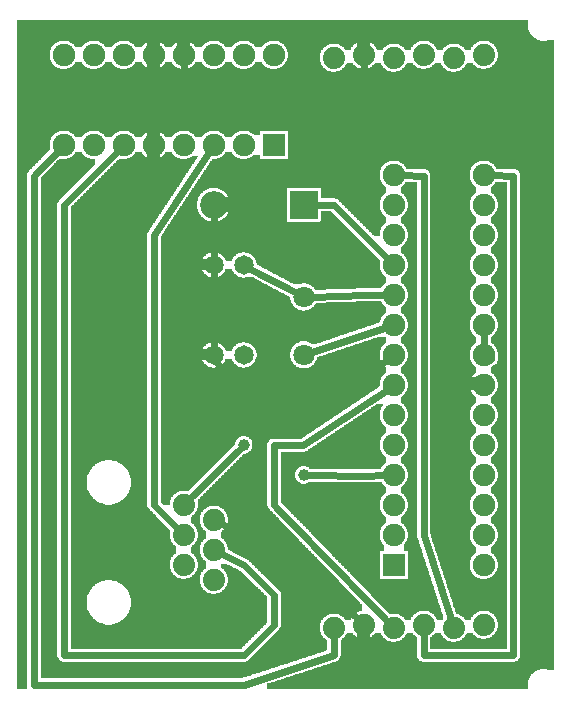
<source format=gbl>
G04 MADE WITH FRITZING*
G04 WWW.FRITZING.ORG*
G04 DOUBLE SIDED*
G04 HOLES PLATED*
G04 CONTOUR ON CENTER OF CONTOUR VECTOR*
%ASAXBY*%
%FSLAX23Y23*%
%MOIN*%
%OFA0B0*%
%SFA1.0B1.0*%
%ADD10C,0.075000*%
%ADD11C,0.065000*%
%ADD12C,0.074000*%
%ADD13C,0.070925*%
%ADD14C,0.070866*%
%ADD15C,0.092000*%
%ADD16C,0.039370*%
%ADD17R,0.075000X0.075000*%
%ADD18R,0.092000X0.092000*%
%ADD19C,0.024000*%
%ADD20R,0.001000X0.001000*%
%LNCOPPER0*%
G90*
G70*
G54D10*
X1195Y906D03*
X122Y2027D03*
G54D11*
X795Y1157D03*
X695Y1157D03*
X795Y1157D03*
X695Y1157D03*
X795Y1157D03*
X695Y1157D03*
X795Y1457D03*
X695Y1457D03*
X795Y1457D03*
X695Y1457D03*
X795Y1457D03*
X695Y1457D03*
G54D10*
X895Y1857D03*
X895Y2157D03*
X795Y1857D03*
X795Y2157D03*
X695Y1857D03*
X695Y2157D03*
X595Y1857D03*
X595Y2157D03*
X495Y1857D03*
X495Y2157D03*
X395Y1857D03*
X395Y2157D03*
X295Y1857D03*
X295Y2157D03*
X195Y1857D03*
X195Y2157D03*
X895Y1857D03*
X895Y2157D03*
X795Y1857D03*
X795Y2157D03*
X695Y1857D03*
X695Y2157D03*
X595Y1857D03*
X595Y2157D03*
X495Y1857D03*
X495Y2157D03*
X395Y1857D03*
X395Y2157D03*
X295Y1857D03*
X295Y2157D03*
X195Y1857D03*
X195Y2157D03*
G54D12*
X695Y407D03*
X595Y457D03*
X695Y507D03*
X595Y557D03*
X695Y607D03*
X595Y657D03*
X695Y407D03*
X595Y457D03*
X695Y507D03*
X595Y557D03*
X695Y607D03*
X595Y657D03*
X695Y407D03*
X595Y457D03*
X695Y507D03*
X595Y557D03*
X695Y607D03*
X595Y657D03*
X1095Y247D03*
X1195Y257D03*
X1295Y247D03*
X1395Y257D03*
X1495Y247D03*
X1595Y257D03*
X1095Y247D03*
X1195Y257D03*
X1295Y247D03*
X1395Y257D03*
X1495Y247D03*
X1595Y257D03*
X1095Y2147D03*
X1195Y2157D03*
X1295Y2147D03*
X1395Y2157D03*
X1495Y2147D03*
X1595Y2157D03*
X1095Y2147D03*
X1195Y2157D03*
X1295Y2147D03*
X1395Y2157D03*
X1495Y2147D03*
X1595Y2157D03*
G54D10*
X1295Y457D03*
X1595Y457D03*
X1295Y557D03*
X1595Y557D03*
X1295Y657D03*
X1595Y657D03*
X1295Y757D03*
X1595Y757D03*
X1295Y857D03*
X1595Y857D03*
X1295Y957D03*
X1595Y957D03*
X1295Y1057D03*
X1595Y1057D03*
X1295Y1157D03*
X1595Y1157D03*
X1295Y1257D03*
X1595Y1257D03*
X1295Y1357D03*
X1595Y1357D03*
X1295Y1457D03*
X1595Y1457D03*
X1295Y1557D03*
X1595Y1557D03*
X1295Y1657D03*
X1595Y1657D03*
X1295Y1757D03*
X1595Y1757D03*
X1295Y457D03*
X1595Y457D03*
X1295Y557D03*
X1595Y557D03*
X1295Y657D03*
X1595Y657D03*
X1295Y757D03*
X1595Y757D03*
X1295Y857D03*
X1595Y857D03*
X1295Y957D03*
X1595Y957D03*
X1295Y1057D03*
X1595Y1057D03*
X1295Y1157D03*
X1595Y1157D03*
X1295Y1257D03*
X1595Y1257D03*
X1295Y1357D03*
X1595Y1357D03*
X1295Y1457D03*
X1595Y1457D03*
X1295Y1557D03*
X1595Y1557D03*
X1295Y1657D03*
X1595Y1657D03*
X1295Y1757D03*
X1595Y1757D03*
G54D13*
X995Y1350D03*
G54D14*
X995Y1157D03*
G54D13*
X995Y1350D03*
G54D14*
X995Y1157D03*
G54D15*
X995Y1657D03*
X695Y1657D03*
X995Y1657D03*
X695Y1657D03*
G54D16*
X795Y857D03*
X995Y757D03*
G54D17*
X895Y1857D03*
X895Y1857D03*
X1295Y457D03*
X1295Y457D03*
G54D18*
X995Y1657D03*
X995Y1657D03*
G54D19*
X795Y957D02*
X706Y1135D01*
D02*
X994Y957D02*
X795Y957D01*
D02*
X1271Y1141D02*
X994Y957D01*
D02*
X694Y1257D02*
X695Y1432D01*
D02*
X695Y1182D02*
X694Y1257D01*
D02*
X694Y1557D02*
X695Y1620D01*
D02*
X695Y1482D02*
X694Y1557D01*
D02*
X95Y1755D02*
X175Y1837D01*
D02*
X95Y58D02*
X95Y1755D01*
D02*
X294Y58D02*
X95Y58D01*
D02*
X795Y58D02*
X294Y58D01*
D02*
X1095Y156D02*
X795Y58D01*
D02*
X1095Y216D02*
X1095Y156D01*
D02*
X1196Y1358D02*
X1022Y1351D01*
D02*
X1266Y1357D02*
X1196Y1358D01*
D02*
X971Y1363D02*
X817Y1445D01*
D02*
X1095Y1658D02*
X1032Y1657D01*
D02*
X1275Y1477D02*
X1095Y1658D01*
D02*
X896Y658D02*
X1273Y269D01*
D02*
X896Y856D02*
X896Y658D01*
D02*
X994Y856D02*
X896Y856D01*
D02*
X1271Y1041D02*
X994Y856D01*
D02*
X1694Y557D02*
X1694Y1755D01*
D02*
X1694Y1755D02*
X1624Y1756D01*
D02*
X1597Y156D02*
X1694Y156D01*
D02*
X1395Y156D02*
X1597Y156D01*
D02*
X1694Y156D02*
X1694Y557D01*
D02*
X1395Y226D02*
X1395Y156D01*
D02*
X994Y456D02*
X723Y593D01*
D02*
X1173Y279D02*
X994Y456D01*
D02*
X1486Y277D02*
X1395Y557D01*
D02*
X1395Y557D02*
X1395Y1755D01*
D02*
X1395Y1755D02*
X1324Y1756D01*
D02*
X795Y456D02*
X723Y493D01*
D02*
X795Y156D02*
X896Y257D01*
D02*
X896Y358D02*
X795Y456D01*
D02*
X896Y257D02*
X896Y358D01*
D02*
X196Y156D02*
X795Y156D01*
D02*
X196Y1658D02*
X196Y1358D01*
D02*
X196Y1358D02*
X196Y156D01*
D02*
X375Y1837D02*
X196Y1658D01*
D02*
X496Y1557D02*
X679Y1833D01*
D02*
X496Y658D02*
X496Y1557D01*
D02*
X573Y579D02*
X496Y658D01*
D02*
X1294Y1257D02*
X1021Y1166D01*
D02*
X1266Y1257D02*
X1294Y1257D01*
D02*
X782Y844D02*
X617Y679D01*
D02*
X1196Y755D02*
X1014Y757D01*
D02*
X1266Y757D02*
X1196Y755D01*
D02*
X1597Y1156D02*
X1596Y1228D01*
D02*
X1620Y1142D02*
X1597Y1156D01*
D02*
X593Y1957D02*
X595Y2128D01*
D02*
X994Y1957D02*
X593Y1957D01*
D02*
X1196Y1957D02*
X994Y1957D01*
D02*
X1195Y2126D02*
X1196Y1957D01*
G36*
X1336Y1734D02*
X1336Y1732D01*
X1334Y1732D01*
X1334Y1728D01*
X1332Y1728D01*
X1332Y1726D01*
X1330Y1726D01*
X1330Y1724D01*
X1328Y1724D01*
X1328Y1722D01*
X1326Y1722D01*
X1326Y1720D01*
X1324Y1720D01*
X1324Y1718D01*
X1320Y1718D01*
X1320Y1696D01*
X1324Y1696D01*
X1324Y1694D01*
X1326Y1694D01*
X1326Y1692D01*
X1328Y1692D01*
X1328Y1690D01*
X1330Y1690D01*
X1330Y1688D01*
X1332Y1688D01*
X1332Y1686D01*
X1334Y1686D01*
X1334Y1682D01*
X1336Y1682D01*
X1336Y1678D01*
X1338Y1678D01*
X1338Y1674D01*
X1340Y1674D01*
X1340Y1668D01*
X1342Y1668D01*
X1342Y1646D01*
X1340Y1646D01*
X1340Y1640D01*
X1338Y1640D01*
X1338Y1636D01*
X1336Y1636D01*
X1336Y1632D01*
X1334Y1632D01*
X1334Y1628D01*
X1332Y1628D01*
X1332Y1626D01*
X1330Y1626D01*
X1330Y1624D01*
X1328Y1624D01*
X1328Y1622D01*
X1326Y1622D01*
X1326Y1620D01*
X1324Y1620D01*
X1324Y1618D01*
X1320Y1618D01*
X1320Y1596D01*
X1324Y1596D01*
X1324Y1594D01*
X1326Y1594D01*
X1326Y1592D01*
X1328Y1592D01*
X1328Y1590D01*
X1330Y1590D01*
X1330Y1588D01*
X1332Y1588D01*
X1332Y1586D01*
X1334Y1586D01*
X1334Y1582D01*
X1336Y1582D01*
X1336Y1578D01*
X1338Y1578D01*
X1338Y1574D01*
X1340Y1574D01*
X1340Y1568D01*
X1342Y1568D01*
X1342Y1546D01*
X1340Y1546D01*
X1340Y1540D01*
X1338Y1540D01*
X1338Y1536D01*
X1336Y1536D01*
X1336Y1532D01*
X1334Y1532D01*
X1334Y1528D01*
X1332Y1528D01*
X1332Y1526D01*
X1330Y1526D01*
X1330Y1524D01*
X1328Y1524D01*
X1328Y1522D01*
X1326Y1522D01*
X1326Y1520D01*
X1324Y1520D01*
X1324Y1518D01*
X1320Y1518D01*
X1320Y1496D01*
X1324Y1496D01*
X1324Y1494D01*
X1326Y1494D01*
X1326Y1492D01*
X1328Y1492D01*
X1328Y1490D01*
X1330Y1490D01*
X1330Y1488D01*
X1332Y1488D01*
X1332Y1486D01*
X1334Y1486D01*
X1334Y1482D01*
X1336Y1482D01*
X1336Y1478D01*
X1338Y1478D01*
X1338Y1474D01*
X1340Y1474D01*
X1340Y1468D01*
X1342Y1468D01*
X1342Y1446D01*
X1340Y1446D01*
X1340Y1440D01*
X1338Y1440D01*
X1338Y1436D01*
X1336Y1436D01*
X1336Y1432D01*
X1334Y1432D01*
X1334Y1428D01*
X1332Y1428D01*
X1332Y1426D01*
X1330Y1426D01*
X1330Y1424D01*
X1328Y1424D01*
X1328Y1422D01*
X1326Y1422D01*
X1326Y1420D01*
X1324Y1420D01*
X1324Y1418D01*
X1320Y1418D01*
X1320Y1396D01*
X1324Y1396D01*
X1324Y1394D01*
X1326Y1394D01*
X1326Y1392D01*
X1328Y1392D01*
X1328Y1390D01*
X1330Y1390D01*
X1330Y1388D01*
X1332Y1388D01*
X1332Y1386D01*
X1334Y1386D01*
X1334Y1382D01*
X1336Y1382D01*
X1336Y1378D01*
X1338Y1378D01*
X1338Y1374D01*
X1340Y1374D01*
X1340Y1368D01*
X1342Y1368D01*
X1342Y1346D01*
X1340Y1346D01*
X1340Y1340D01*
X1338Y1340D01*
X1338Y1336D01*
X1336Y1336D01*
X1336Y1332D01*
X1334Y1332D01*
X1334Y1328D01*
X1332Y1328D01*
X1332Y1326D01*
X1330Y1326D01*
X1330Y1324D01*
X1328Y1324D01*
X1328Y1322D01*
X1326Y1322D01*
X1326Y1320D01*
X1324Y1320D01*
X1324Y1318D01*
X1320Y1318D01*
X1320Y1296D01*
X1324Y1296D01*
X1324Y1294D01*
X1326Y1294D01*
X1326Y1292D01*
X1328Y1292D01*
X1328Y1290D01*
X1330Y1290D01*
X1330Y1288D01*
X1332Y1288D01*
X1332Y1286D01*
X1334Y1286D01*
X1334Y1282D01*
X1336Y1282D01*
X1336Y1278D01*
X1338Y1278D01*
X1338Y1274D01*
X1340Y1274D01*
X1340Y1268D01*
X1342Y1268D01*
X1342Y1246D01*
X1340Y1246D01*
X1340Y1240D01*
X1338Y1240D01*
X1338Y1236D01*
X1336Y1236D01*
X1336Y1232D01*
X1334Y1232D01*
X1334Y1228D01*
X1332Y1228D01*
X1332Y1226D01*
X1330Y1226D01*
X1330Y1224D01*
X1328Y1224D01*
X1328Y1222D01*
X1326Y1222D01*
X1326Y1220D01*
X1324Y1220D01*
X1324Y1218D01*
X1320Y1218D01*
X1320Y1196D01*
X1324Y1196D01*
X1324Y1194D01*
X1326Y1194D01*
X1326Y1192D01*
X1328Y1192D01*
X1328Y1190D01*
X1330Y1190D01*
X1330Y1188D01*
X1332Y1188D01*
X1332Y1186D01*
X1334Y1186D01*
X1334Y1182D01*
X1336Y1182D01*
X1336Y1178D01*
X1338Y1178D01*
X1338Y1174D01*
X1340Y1174D01*
X1340Y1168D01*
X1342Y1168D01*
X1342Y1146D01*
X1340Y1146D01*
X1340Y1140D01*
X1338Y1140D01*
X1338Y1136D01*
X1336Y1136D01*
X1336Y1132D01*
X1334Y1132D01*
X1334Y1128D01*
X1332Y1128D01*
X1332Y1126D01*
X1330Y1126D01*
X1330Y1124D01*
X1328Y1124D01*
X1328Y1122D01*
X1326Y1122D01*
X1326Y1120D01*
X1324Y1120D01*
X1324Y1118D01*
X1320Y1118D01*
X1320Y1096D01*
X1324Y1096D01*
X1324Y1094D01*
X1326Y1094D01*
X1326Y1092D01*
X1328Y1092D01*
X1328Y1090D01*
X1330Y1090D01*
X1330Y1088D01*
X1332Y1088D01*
X1332Y1086D01*
X1334Y1086D01*
X1334Y1082D01*
X1336Y1082D01*
X1336Y1078D01*
X1338Y1078D01*
X1338Y1074D01*
X1340Y1074D01*
X1340Y1068D01*
X1342Y1068D01*
X1342Y1046D01*
X1340Y1046D01*
X1340Y1040D01*
X1338Y1040D01*
X1338Y1036D01*
X1336Y1036D01*
X1336Y1032D01*
X1334Y1032D01*
X1334Y1028D01*
X1332Y1028D01*
X1332Y1026D01*
X1330Y1026D01*
X1330Y1024D01*
X1328Y1024D01*
X1328Y1022D01*
X1326Y1022D01*
X1326Y1020D01*
X1324Y1020D01*
X1324Y1018D01*
X1320Y1018D01*
X1320Y996D01*
X1324Y996D01*
X1324Y994D01*
X1326Y994D01*
X1326Y992D01*
X1328Y992D01*
X1328Y990D01*
X1330Y990D01*
X1330Y988D01*
X1332Y988D01*
X1332Y986D01*
X1334Y986D01*
X1334Y982D01*
X1336Y982D01*
X1336Y978D01*
X1338Y978D01*
X1338Y974D01*
X1340Y974D01*
X1340Y968D01*
X1342Y968D01*
X1342Y946D01*
X1340Y946D01*
X1340Y940D01*
X1338Y940D01*
X1338Y936D01*
X1336Y936D01*
X1336Y932D01*
X1334Y932D01*
X1334Y928D01*
X1332Y928D01*
X1332Y926D01*
X1330Y926D01*
X1330Y924D01*
X1328Y924D01*
X1328Y922D01*
X1326Y922D01*
X1326Y920D01*
X1324Y920D01*
X1324Y918D01*
X1320Y918D01*
X1320Y896D01*
X1324Y896D01*
X1324Y894D01*
X1326Y894D01*
X1326Y892D01*
X1328Y892D01*
X1328Y890D01*
X1330Y890D01*
X1330Y888D01*
X1332Y888D01*
X1332Y886D01*
X1334Y886D01*
X1334Y882D01*
X1336Y882D01*
X1336Y878D01*
X1338Y878D01*
X1338Y874D01*
X1340Y874D01*
X1340Y868D01*
X1342Y868D01*
X1342Y846D01*
X1340Y846D01*
X1340Y840D01*
X1338Y840D01*
X1338Y836D01*
X1336Y836D01*
X1336Y832D01*
X1334Y832D01*
X1334Y828D01*
X1332Y828D01*
X1332Y826D01*
X1330Y826D01*
X1330Y824D01*
X1328Y824D01*
X1328Y822D01*
X1326Y822D01*
X1326Y820D01*
X1324Y820D01*
X1324Y818D01*
X1320Y818D01*
X1320Y796D01*
X1324Y796D01*
X1324Y794D01*
X1326Y794D01*
X1326Y792D01*
X1328Y792D01*
X1328Y790D01*
X1330Y790D01*
X1330Y788D01*
X1332Y788D01*
X1332Y786D01*
X1334Y786D01*
X1334Y782D01*
X1336Y782D01*
X1336Y778D01*
X1338Y778D01*
X1338Y774D01*
X1340Y774D01*
X1340Y768D01*
X1342Y768D01*
X1342Y746D01*
X1340Y746D01*
X1340Y740D01*
X1338Y740D01*
X1338Y736D01*
X1336Y736D01*
X1336Y732D01*
X1334Y732D01*
X1334Y728D01*
X1332Y728D01*
X1332Y726D01*
X1330Y726D01*
X1330Y724D01*
X1328Y724D01*
X1328Y722D01*
X1326Y722D01*
X1326Y720D01*
X1324Y720D01*
X1324Y718D01*
X1320Y718D01*
X1320Y696D01*
X1324Y696D01*
X1324Y694D01*
X1326Y694D01*
X1326Y692D01*
X1328Y692D01*
X1328Y690D01*
X1330Y690D01*
X1330Y688D01*
X1332Y688D01*
X1332Y686D01*
X1334Y686D01*
X1334Y682D01*
X1336Y682D01*
X1336Y678D01*
X1338Y678D01*
X1338Y674D01*
X1340Y674D01*
X1340Y668D01*
X1342Y668D01*
X1342Y646D01*
X1340Y646D01*
X1340Y640D01*
X1338Y640D01*
X1338Y636D01*
X1336Y636D01*
X1336Y632D01*
X1334Y632D01*
X1334Y628D01*
X1332Y628D01*
X1332Y626D01*
X1330Y626D01*
X1330Y624D01*
X1328Y624D01*
X1328Y622D01*
X1326Y622D01*
X1326Y620D01*
X1324Y620D01*
X1324Y618D01*
X1320Y618D01*
X1320Y596D01*
X1324Y596D01*
X1324Y594D01*
X1326Y594D01*
X1326Y592D01*
X1328Y592D01*
X1328Y590D01*
X1330Y590D01*
X1330Y588D01*
X1332Y588D01*
X1332Y586D01*
X1334Y586D01*
X1334Y582D01*
X1336Y582D01*
X1336Y578D01*
X1338Y578D01*
X1338Y574D01*
X1340Y574D01*
X1340Y568D01*
X1342Y568D01*
X1342Y546D01*
X1340Y546D01*
X1340Y540D01*
X1338Y540D01*
X1338Y536D01*
X1336Y536D01*
X1336Y532D01*
X1334Y532D01*
X1334Y528D01*
X1332Y528D01*
X1332Y526D01*
X1330Y526D01*
X1330Y524D01*
X1328Y524D01*
X1328Y504D01*
X1342Y504D01*
X1342Y410D01*
X1418Y410D01*
X1418Y416D01*
X1416Y416D01*
X1416Y422D01*
X1414Y422D01*
X1414Y430D01*
X1412Y430D01*
X1412Y436D01*
X1410Y436D01*
X1410Y442D01*
X1408Y442D01*
X1408Y448D01*
X1406Y448D01*
X1406Y454D01*
X1404Y454D01*
X1404Y460D01*
X1402Y460D01*
X1402Y466D01*
X1400Y466D01*
X1400Y472D01*
X1398Y472D01*
X1398Y478D01*
X1396Y478D01*
X1396Y484D01*
X1394Y484D01*
X1394Y490D01*
X1392Y490D01*
X1392Y496D01*
X1390Y496D01*
X1390Y504D01*
X1388Y504D01*
X1388Y510D01*
X1386Y510D01*
X1386Y516D01*
X1384Y516D01*
X1384Y522D01*
X1382Y522D01*
X1382Y528D01*
X1380Y528D01*
X1380Y534D01*
X1378Y534D01*
X1378Y540D01*
X1376Y540D01*
X1376Y546D01*
X1374Y546D01*
X1374Y554D01*
X1372Y554D01*
X1372Y1734D01*
X1336Y1734D01*
G37*
D02*
G36*
X1238Y994D02*
X1238Y992D01*
X1236Y992D01*
X1236Y990D01*
X1232Y990D01*
X1232Y988D01*
X1230Y988D01*
X1230Y986D01*
X1226Y986D01*
X1226Y984D01*
X1224Y984D01*
X1224Y982D01*
X1220Y982D01*
X1220Y980D01*
X1218Y980D01*
X1218Y978D01*
X1214Y978D01*
X1214Y976D01*
X1212Y976D01*
X1212Y974D01*
X1208Y974D01*
X1208Y972D01*
X1206Y972D01*
X1206Y970D01*
X1202Y970D01*
X1202Y968D01*
X1200Y968D01*
X1200Y966D01*
X1196Y966D01*
X1196Y964D01*
X1194Y964D01*
X1194Y962D01*
X1190Y962D01*
X1190Y960D01*
X1188Y960D01*
X1188Y958D01*
X1184Y958D01*
X1184Y956D01*
X1182Y956D01*
X1182Y954D01*
X1178Y954D01*
X1178Y952D01*
X1176Y952D01*
X1176Y950D01*
X1172Y950D01*
X1172Y948D01*
X1170Y948D01*
X1170Y946D01*
X1166Y946D01*
X1166Y944D01*
X1164Y944D01*
X1164Y942D01*
X1160Y942D01*
X1160Y940D01*
X1158Y940D01*
X1158Y938D01*
X1154Y938D01*
X1154Y936D01*
X1152Y936D01*
X1152Y934D01*
X1148Y934D01*
X1148Y932D01*
X1146Y932D01*
X1146Y930D01*
X1142Y930D01*
X1142Y928D01*
X1140Y928D01*
X1140Y926D01*
X1136Y926D01*
X1136Y924D01*
X1134Y924D01*
X1134Y922D01*
X1130Y922D01*
X1130Y920D01*
X1128Y920D01*
X1128Y918D01*
X1124Y918D01*
X1124Y916D01*
X1122Y916D01*
X1122Y914D01*
X1118Y914D01*
X1118Y912D01*
X1116Y912D01*
X1116Y910D01*
X1112Y910D01*
X1112Y908D01*
X1110Y908D01*
X1110Y906D01*
X1106Y906D01*
X1106Y904D01*
X1104Y904D01*
X1104Y902D01*
X1100Y902D01*
X1100Y900D01*
X1098Y900D01*
X1098Y898D01*
X1094Y898D01*
X1094Y896D01*
X1092Y896D01*
X1092Y894D01*
X1088Y894D01*
X1088Y892D01*
X1086Y892D01*
X1086Y890D01*
X1082Y890D01*
X1082Y888D01*
X1080Y888D01*
X1080Y886D01*
X1076Y886D01*
X1076Y884D01*
X1074Y884D01*
X1074Y882D01*
X1070Y882D01*
X1070Y880D01*
X1068Y880D01*
X1068Y878D01*
X1064Y878D01*
X1064Y876D01*
X1062Y876D01*
X1062Y874D01*
X1058Y874D01*
X1058Y872D01*
X1056Y872D01*
X1056Y870D01*
X1052Y870D01*
X1052Y868D01*
X1050Y868D01*
X1050Y866D01*
X1046Y866D01*
X1046Y864D01*
X1044Y864D01*
X1044Y862D01*
X1040Y862D01*
X1040Y860D01*
X1038Y860D01*
X1038Y858D01*
X1034Y858D01*
X1034Y856D01*
X1032Y856D01*
X1032Y854D01*
X1028Y854D01*
X1028Y852D01*
X1026Y852D01*
X1026Y850D01*
X1022Y850D01*
X1022Y848D01*
X1020Y848D01*
X1020Y846D01*
X1016Y846D01*
X1016Y844D01*
X1014Y844D01*
X1014Y842D01*
X1010Y842D01*
X1010Y840D01*
X1008Y840D01*
X1008Y838D01*
X1004Y838D01*
X1004Y836D01*
X1000Y836D01*
X1000Y834D01*
X918Y834D01*
X918Y786D01*
X1004Y786D01*
X1004Y784D01*
X1010Y784D01*
X1010Y782D01*
X1012Y782D01*
X1012Y780D01*
X1014Y780D01*
X1014Y778D01*
X1254Y778D01*
X1254Y782D01*
X1256Y782D01*
X1256Y786D01*
X1258Y786D01*
X1258Y788D01*
X1260Y788D01*
X1260Y790D01*
X1262Y790D01*
X1262Y792D01*
X1264Y792D01*
X1264Y794D01*
X1266Y794D01*
X1266Y796D01*
X1270Y796D01*
X1270Y818D01*
X1266Y818D01*
X1266Y820D01*
X1264Y820D01*
X1264Y822D01*
X1262Y822D01*
X1262Y824D01*
X1260Y824D01*
X1260Y826D01*
X1258Y826D01*
X1258Y828D01*
X1256Y828D01*
X1256Y832D01*
X1254Y832D01*
X1254Y836D01*
X1252Y836D01*
X1252Y840D01*
X1250Y840D01*
X1250Y846D01*
X1248Y846D01*
X1248Y868D01*
X1250Y868D01*
X1250Y874D01*
X1252Y874D01*
X1252Y878D01*
X1254Y878D01*
X1254Y882D01*
X1256Y882D01*
X1256Y886D01*
X1258Y886D01*
X1258Y888D01*
X1260Y888D01*
X1260Y890D01*
X1262Y890D01*
X1262Y892D01*
X1264Y892D01*
X1264Y894D01*
X1266Y894D01*
X1266Y896D01*
X1270Y896D01*
X1270Y918D01*
X1266Y918D01*
X1266Y920D01*
X1264Y920D01*
X1264Y922D01*
X1262Y922D01*
X1262Y924D01*
X1260Y924D01*
X1260Y926D01*
X1258Y926D01*
X1258Y928D01*
X1256Y928D01*
X1256Y932D01*
X1254Y932D01*
X1254Y936D01*
X1252Y936D01*
X1252Y940D01*
X1250Y940D01*
X1250Y946D01*
X1248Y946D01*
X1248Y968D01*
X1250Y968D01*
X1250Y974D01*
X1252Y974D01*
X1252Y978D01*
X1254Y978D01*
X1254Y982D01*
X1256Y982D01*
X1256Y986D01*
X1258Y986D01*
X1258Y994D01*
X1238Y994D01*
G37*
D02*
G36*
X918Y786D02*
X918Y728D01*
X986Y728D01*
X986Y730D01*
X982Y730D01*
X982Y732D01*
X978Y732D01*
X978Y734D01*
X976Y734D01*
X976Y736D01*
X974Y736D01*
X974Y738D01*
X972Y738D01*
X972Y740D01*
X970Y740D01*
X970Y744D01*
X968Y744D01*
X968Y748D01*
X966Y748D01*
X966Y766D01*
X968Y766D01*
X968Y770D01*
X970Y770D01*
X970Y774D01*
X972Y774D01*
X972Y776D01*
X974Y776D01*
X974Y778D01*
X976Y778D01*
X976Y780D01*
X978Y780D01*
X978Y782D01*
X982Y782D01*
X982Y784D01*
X986Y784D01*
X986Y786D01*
X918Y786D01*
G37*
D02*
G36*
X1012Y734D02*
X1012Y732D01*
X1010Y732D01*
X1010Y730D01*
X1004Y730D01*
X1004Y728D01*
X1256Y728D01*
X1256Y732D01*
X1254Y732D01*
X1254Y734D01*
X1012Y734D01*
G37*
D02*
G36*
X918Y728D02*
X918Y726D01*
X1258Y726D01*
X1258Y728D01*
X918Y728D01*
G37*
D02*
G36*
X918Y728D02*
X918Y726D01*
X1258Y726D01*
X1258Y728D01*
X918Y728D01*
G37*
D02*
G36*
X918Y726D02*
X918Y666D01*
X920Y666D01*
X920Y664D01*
X922Y664D01*
X922Y662D01*
X924Y662D01*
X924Y660D01*
X926Y660D01*
X926Y658D01*
X928Y658D01*
X928Y656D01*
X930Y656D01*
X930Y654D01*
X932Y654D01*
X932Y652D01*
X934Y652D01*
X934Y650D01*
X936Y650D01*
X936Y648D01*
X938Y648D01*
X938Y646D01*
X940Y646D01*
X940Y644D01*
X942Y644D01*
X942Y642D01*
X944Y642D01*
X944Y640D01*
X946Y640D01*
X946Y638D01*
X948Y638D01*
X948Y636D01*
X950Y636D01*
X950Y634D01*
X952Y634D01*
X952Y630D01*
X954Y630D01*
X954Y628D01*
X956Y628D01*
X956Y626D01*
X958Y626D01*
X958Y624D01*
X960Y624D01*
X960Y622D01*
X962Y622D01*
X962Y620D01*
X964Y620D01*
X964Y618D01*
X966Y618D01*
X966Y616D01*
X968Y616D01*
X968Y614D01*
X970Y614D01*
X970Y612D01*
X972Y612D01*
X972Y610D01*
X974Y610D01*
X974Y608D01*
X976Y608D01*
X976Y606D01*
X978Y606D01*
X978Y604D01*
X980Y604D01*
X980Y602D01*
X982Y602D01*
X982Y600D01*
X984Y600D01*
X984Y598D01*
X986Y598D01*
X986Y596D01*
X988Y596D01*
X988Y594D01*
X990Y594D01*
X990Y592D01*
X992Y592D01*
X992Y590D01*
X994Y590D01*
X994Y588D01*
X996Y588D01*
X996Y586D01*
X998Y586D01*
X998Y584D01*
X1000Y584D01*
X1000Y582D01*
X1002Y582D01*
X1002Y580D01*
X1004Y580D01*
X1004Y578D01*
X1006Y578D01*
X1006Y576D01*
X1008Y576D01*
X1008Y574D01*
X1010Y574D01*
X1010Y572D01*
X1012Y572D01*
X1012Y570D01*
X1014Y570D01*
X1014Y568D01*
X1016Y568D01*
X1016Y566D01*
X1018Y566D01*
X1018Y564D01*
X1020Y564D01*
X1020Y560D01*
X1022Y560D01*
X1022Y558D01*
X1024Y558D01*
X1024Y556D01*
X1026Y556D01*
X1026Y554D01*
X1028Y554D01*
X1028Y552D01*
X1030Y552D01*
X1030Y550D01*
X1032Y550D01*
X1032Y548D01*
X1034Y548D01*
X1034Y546D01*
X1036Y546D01*
X1036Y544D01*
X1038Y544D01*
X1038Y542D01*
X1040Y542D01*
X1040Y540D01*
X1042Y540D01*
X1042Y538D01*
X1044Y538D01*
X1044Y536D01*
X1046Y536D01*
X1046Y534D01*
X1048Y534D01*
X1048Y532D01*
X1050Y532D01*
X1050Y530D01*
X1052Y530D01*
X1052Y528D01*
X1054Y528D01*
X1054Y526D01*
X1056Y526D01*
X1056Y524D01*
X1058Y524D01*
X1058Y522D01*
X1060Y522D01*
X1060Y520D01*
X1062Y520D01*
X1062Y518D01*
X1064Y518D01*
X1064Y516D01*
X1066Y516D01*
X1066Y514D01*
X1068Y514D01*
X1068Y512D01*
X1070Y512D01*
X1070Y510D01*
X1072Y510D01*
X1072Y508D01*
X1074Y508D01*
X1074Y506D01*
X1076Y506D01*
X1076Y504D01*
X1078Y504D01*
X1078Y502D01*
X1080Y502D01*
X1080Y500D01*
X1082Y500D01*
X1082Y498D01*
X1084Y498D01*
X1084Y496D01*
X1086Y496D01*
X1086Y492D01*
X1088Y492D01*
X1088Y490D01*
X1090Y490D01*
X1090Y488D01*
X1092Y488D01*
X1092Y486D01*
X1094Y486D01*
X1094Y484D01*
X1096Y484D01*
X1096Y482D01*
X1098Y482D01*
X1098Y480D01*
X1100Y480D01*
X1100Y478D01*
X1102Y478D01*
X1102Y476D01*
X1104Y476D01*
X1104Y474D01*
X1106Y474D01*
X1106Y472D01*
X1108Y472D01*
X1108Y470D01*
X1110Y470D01*
X1110Y468D01*
X1112Y468D01*
X1112Y466D01*
X1114Y466D01*
X1114Y464D01*
X1116Y464D01*
X1116Y462D01*
X1118Y462D01*
X1118Y460D01*
X1120Y460D01*
X1120Y458D01*
X1122Y458D01*
X1122Y456D01*
X1124Y456D01*
X1124Y454D01*
X1126Y454D01*
X1126Y452D01*
X1128Y452D01*
X1128Y450D01*
X1130Y450D01*
X1130Y448D01*
X1132Y448D01*
X1132Y446D01*
X1134Y446D01*
X1134Y444D01*
X1136Y444D01*
X1136Y442D01*
X1138Y442D01*
X1138Y440D01*
X1140Y440D01*
X1140Y438D01*
X1142Y438D01*
X1142Y436D01*
X1144Y436D01*
X1144Y434D01*
X1146Y434D01*
X1146Y432D01*
X1148Y432D01*
X1148Y430D01*
X1150Y430D01*
X1150Y428D01*
X1152Y428D01*
X1152Y424D01*
X1154Y424D01*
X1154Y422D01*
X1156Y422D01*
X1156Y420D01*
X1158Y420D01*
X1158Y418D01*
X1160Y418D01*
X1160Y416D01*
X1162Y416D01*
X1162Y414D01*
X1164Y414D01*
X1164Y412D01*
X1166Y412D01*
X1166Y410D01*
X1248Y410D01*
X1248Y504D01*
X1262Y504D01*
X1262Y524D01*
X1260Y524D01*
X1260Y526D01*
X1258Y526D01*
X1258Y528D01*
X1256Y528D01*
X1256Y532D01*
X1254Y532D01*
X1254Y536D01*
X1252Y536D01*
X1252Y540D01*
X1250Y540D01*
X1250Y546D01*
X1248Y546D01*
X1248Y568D01*
X1250Y568D01*
X1250Y574D01*
X1252Y574D01*
X1252Y578D01*
X1254Y578D01*
X1254Y582D01*
X1256Y582D01*
X1256Y586D01*
X1258Y586D01*
X1258Y588D01*
X1260Y588D01*
X1260Y590D01*
X1262Y590D01*
X1262Y592D01*
X1264Y592D01*
X1264Y594D01*
X1266Y594D01*
X1266Y596D01*
X1270Y596D01*
X1270Y618D01*
X1266Y618D01*
X1266Y620D01*
X1264Y620D01*
X1264Y622D01*
X1262Y622D01*
X1262Y624D01*
X1260Y624D01*
X1260Y626D01*
X1258Y626D01*
X1258Y628D01*
X1256Y628D01*
X1256Y632D01*
X1254Y632D01*
X1254Y636D01*
X1252Y636D01*
X1252Y640D01*
X1250Y640D01*
X1250Y646D01*
X1248Y646D01*
X1248Y668D01*
X1250Y668D01*
X1250Y674D01*
X1252Y674D01*
X1252Y678D01*
X1254Y678D01*
X1254Y682D01*
X1256Y682D01*
X1256Y686D01*
X1258Y686D01*
X1258Y688D01*
X1260Y688D01*
X1260Y690D01*
X1262Y690D01*
X1262Y692D01*
X1264Y692D01*
X1264Y694D01*
X1266Y694D01*
X1266Y696D01*
X1270Y696D01*
X1270Y718D01*
X1266Y718D01*
X1266Y720D01*
X1264Y720D01*
X1264Y722D01*
X1262Y722D01*
X1262Y724D01*
X1260Y724D01*
X1260Y726D01*
X918Y726D01*
G37*
D02*
G36*
X1168Y410D02*
X1168Y408D01*
X1420Y408D01*
X1420Y410D01*
X1168Y410D01*
G37*
D02*
G36*
X1168Y410D02*
X1168Y408D01*
X1420Y408D01*
X1420Y410D01*
X1168Y410D01*
G37*
D02*
G36*
X1170Y408D02*
X1170Y406D01*
X1172Y406D01*
X1172Y404D01*
X1174Y404D01*
X1174Y402D01*
X1176Y402D01*
X1176Y400D01*
X1178Y400D01*
X1178Y398D01*
X1180Y398D01*
X1180Y396D01*
X1182Y396D01*
X1182Y394D01*
X1184Y394D01*
X1184Y392D01*
X1186Y392D01*
X1186Y390D01*
X1188Y390D01*
X1188Y388D01*
X1190Y388D01*
X1190Y386D01*
X1192Y386D01*
X1192Y384D01*
X1194Y384D01*
X1194Y382D01*
X1196Y382D01*
X1196Y380D01*
X1198Y380D01*
X1198Y378D01*
X1200Y378D01*
X1200Y376D01*
X1202Y376D01*
X1202Y374D01*
X1204Y374D01*
X1204Y372D01*
X1206Y372D01*
X1206Y370D01*
X1208Y370D01*
X1208Y368D01*
X1210Y368D01*
X1210Y366D01*
X1212Y366D01*
X1212Y364D01*
X1214Y364D01*
X1214Y362D01*
X1216Y362D01*
X1216Y360D01*
X1218Y360D01*
X1218Y356D01*
X1220Y356D01*
X1220Y354D01*
X1222Y354D01*
X1222Y352D01*
X1224Y352D01*
X1224Y350D01*
X1226Y350D01*
X1226Y348D01*
X1228Y348D01*
X1228Y346D01*
X1230Y346D01*
X1230Y344D01*
X1232Y344D01*
X1232Y342D01*
X1234Y342D01*
X1234Y340D01*
X1236Y340D01*
X1236Y338D01*
X1238Y338D01*
X1238Y336D01*
X1240Y336D01*
X1240Y334D01*
X1242Y334D01*
X1242Y332D01*
X1244Y332D01*
X1244Y330D01*
X1246Y330D01*
X1246Y328D01*
X1248Y328D01*
X1248Y326D01*
X1250Y326D01*
X1250Y324D01*
X1252Y324D01*
X1252Y322D01*
X1254Y322D01*
X1254Y320D01*
X1256Y320D01*
X1256Y318D01*
X1258Y318D01*
X1258Y316D01*
X1260Y316D01*
X1260Y314D01*
X1262Y314D01*
X1262Y312D01*
X1264Y312D01*
X1264Y310D01*
X1266Y310D01*
X1266Y308D01*
X1268Y308D01*
X1268Y306D01*
X1270Y306D01*
X1270Y304D01*
X1404Y304D01*
X1404Y302D01*
X1412Y302D01*
X1412Y300D01*
X1416Y300D01*
X1416Y298D01*
X1420Y298D01*
X1420Y296D01*
X1422Y296D01*
X1422Y294D01*
X1424Y294D01*
X1424Y292D01*
X1428Y292D01*
X1428Y290D01*
X1430Y290D01*
X1430Y286D01*
X1432Y286D01*
X1432Y284D01*
X1434Y284D01*
X1434Y282D01*
X1436Y282D01*
X1436Y278D01*
X1438Y278D01*
X1438Y274D01*
X1458Y274D01*
X1458Y294D01*
X1456Y294D01*
X1456Y300D01*
X1454Y300D01*
X1454Y306D01*
X1452Y306D01*
X1452Y312D01*
X1450Y312D01*
X1450Y318D01*
X1448Y318D01*
X1448Y324D01*
X1446Y324D01*
X1446Y330D01*
X1444Y330D01*
X1444Y336D01*
X1442Y336D01*
X1442Y342D01*
X1440Y342D01*
X1440Y348D01*
X1438Y348D01*
X1438Y354D01*
X1436Y354D01*
X1436Y362D01*
X1434Y362D01*
X1434Y368D01*
X1432Y368D01*
X1432Y374D01*
X1430Y374D01*
X1430Y380D01*
X1428Y380D01*
X1428Y386D01*
X1426Y386D01*
X1426Y392D01*
X1424Y392D01*
X1424Y398D01*
X1422Y398D01*
X1422Y404D01*
X1420Y404D01*
X1420Y408D01*
X1170Y408D01*
G37*
D02*
G36*
X1272Y304D02*
X1272Y302D01*
X1274Y302D01*
X1274Y300D01*
X1276Y300D01*
X1276Y298D01*
X1278Y298D01*
X1278Y296D01*
X1280Y296D01*
X1280Y294D01*
X1304Y294D01*
X1304Y292D01*
X1312Y292D01*
X1312Y290D01*
X1316Y290D01*
X1316Y288D01*
X1320Y288D01*
X1320Y286D01*
X1322Y286D01*
X1322Y284D01*
X1324Y284D01*
X1324Y282D01*
X1328Y282D01*
X1328Y280D01*
X1330Y280D01*
X1330Y276D01*
X1332Y276D01*
X1332Y274D01*
X1352Y274D01*
X1352Y278D01*
X1354Y278D01*
X1354Y282D01*
X1356Y282D01*
X1356Y284D01*
X1358Y284D01*
X1358Y286D01*
X1360Y286D01*
X1360Y290D01*
X1362Y290D01*
X1362Y292D01*
X1366Y292D01*
X1366Y294D01*
X1368Y294D01*
X1368Y296D01*
X1370Y296D01*
X1370Y298D01*
X1374Y298D01*
X1374Y300D01*
X1380Y300D01*
X1380Y302D01*
X1386Y302D01*
X1386Y304D01*
X1272Y304D01*
G37*
D02*
G36*
X40Y2272D02*
X40Y2204D01*
X1404Y2204D01*
X1404Y2202D01*
X1412Y2202D01*
X1412Y2200D01*
X1416Y2200D01*
X1416Y2198D01*
X1420Y2198D01*
X1420Y2196D01*
X1422Y2196D01*
X1422Y2194D01*
X1504Y2194D01*
X1504Y2192D01*
X1512Y2192D01*
X1512Y2190D01*
X1516Y2190D01*
X1516Y2188D01*
X1520Y2188D01*
X1520Y2186D01*
X1522Y2186D01*
X1522Y2184D01*
X1524Y2184D01*
X1524Y2182D01*
X1528Y2182D01*
X1528Y2180D01*
X1530Y2180D01*
X1530Y2176D01*
X1532Y2176D01*
X1532Y2174D01*
X1552Y2174D01*
X1552Y2178D01*
X1554Y2178D01*
X1554Y2182D01*
X1556Y2182D01*
X1556Y2184D01*
X1558Y2184D01*
X1558Y2186D01*
X1560Y2186D01*
X1560Y2190D01*
X1562Y2190D01*
X1562Y2192D01*
X1566Y2192D01*
X1566Y2194D01*
X1568Y2194D01*
X1568Y2196D01*
X1570Y2196D01*
X1570Y2198D01*
X1574Y2198D01*
X1574Y2200D01*
X1580Y2200D01*
X1580Y2202D01*
X1586Y2202D01*
X1586Y2204D01*
X1784Y2204D01*
X1784Y2206D01*
X1778Y2206D01*
X1778Y2208D01*
X1772Y2208D01*
X1772Y2210D01*
X1768Y2210D01*
X1768Y2212D01*
X1766Y2212D01*
X1766Y2214D01*
X1762Y2214D01*
X1762Y2216D01*
X1760Y2216D01*
X1760Y2218D01*
X1758Y2218D01*
X1758Y2220D01*
X1756Y2220D01*
X1756Y2222D01*
X1754Y2222D01*
X1754Y2224D01*
X1752Y2224D01*
X1752Y2228D01*
X1750Y2228D01*
X1750Y2230D01*
X1748Y2230D01*
X1748Y2234D01*
X1746Y2234D01*
X1746Y2240D01*
X1744Y2240D01*
X1744Y2246D01*
X1742Y2246D01*
X1742Y2272D01*
X40Y2272D01*
G37*
D02*
G36*
X1806Y2206D02*
X1806Y2204D01*
X1830Y2204D01*
X1830Y2206D01*
X1806Y2206D01*
G37*
D02*
G36*
X40Y2204D02*
X40Y2110D01*
X184Y2110D01*
X184Y2112D01*
X178Y2112D01*
X178Y2114D01*
X174Y2114D01*
X174Y2116D01*
X170Y2116D01*
X170Y2118D01*
X166Y2118D01*
X166Y2120D01*
X164Y2120D01*
X164Y2122D01*
X162Y2122D01*
X162Y2124D01*
X160Y2124D01*
X160Y2126D01*
X158Y2126D01*
X158Y2128D01*
X156Y2128D01*
X156Y2132D01*
X154Y2132D01*
X154Y2136D01*
X152Y2136D01*
X152Y2140D01*
X150Y2140D01*
X150Y2146D01*
X148Y2146D01*
X148Y2168D01*
X150Y2168D01*
X150Y2174D01*
X152Y2174D01*
X152Y2178D01*
X154Y2178D01*
X154Y2182D01*
X156Y2182D01*
X156Y2186D01*
X158Y2186D01*
X158Y2188D01*
X160Y2188D01*
X160Y2190D01*
X162Y2190D01*
X162Y2192D01*
X164Y2192D01*
X164Y2194D01*
X166Y2194D01*
X166Y2196D01*
X170Y2196D01*
X170Y2198D01*
X174Y2198D01*
X174Y2200D01*
X178Y2200D01*
X178Y2202D01*
X184Y2202D01*
X184Y2204D01*
X40Y2204D01*
G37*
D02*
G36*
X206Y2204D02*
X206Y2202D01*
X212Y2202D01*
X212Y2200D01*
X216Y2200D01*
X216Y2198D01*
X220Y2198D01*
X220Y2196D01*
X224Y2196D01*
X224Y2194D01*
X226Y2194D01*
X226Y2192D01*
X228Y2192D01*
X228Y2190D01*
X230Y2190D01*
X230Y2188D01*
X232Y2188D01*
X232Y2186D01*
X234Y2186D01*
X234Y2182D01*
X256Y2182D01*
X256Y2186D01*
X258Y2186D01*
X258Y2188D01*
X260Y2188D01*
X260Y2190D01*
X262Y2190D01*
X262Y2192D01*
X264Y2192D01*
X264Y2194D01*
X266Y2194D01*
X266Y2196D01*
X270Y2196D01*
X270Y2198D01*
X274Y2198D01*
X274Y2200D01*
X278Y2200D01*
X278Y2202D01*
X284Y2202D01*
X284Y2204D01*
X206Y2204D01*
G37*
D02*
G36*
X306Y2204D02*
X306Y2202D01*
X312Y2202D01*
X312Y2200D01*
X316Y2200D01*
X316Y2198D01*
X320Y2198D01*
X320Y2196D01*
X324Y2196D01*
X324Y2194D01*
X326Y2194D01*
X326Y2192D01*
X328Y2192D01*
X328Y2190D01*
X330Y2190D01*
X330Y2188D01*
X332Y2188D01*
X332Y2186D01*
X334Y2186D01*
X334Y2182D01*
X356Y2182D01*
X356Y2186D01*
X358Y2186D01*
X358Y2188D01*
X360Y2188D01*
X360Y2190D01*
X362Y2190D01*
X362Y2192D01*
X364Y2192D01*
X364Y2194D01*
X366Y2194D01*
X366Y2196D01*
X370Y2196D01*
X370Y2198D01*
X374Y2198D01*
X374Y2200D01*
X378Y2200D01*
X378Y2202D01*
X384Y2202D01*
X384Y2204D01*
X306Y2204D01*
G37*
D02*
G36*
X406Y2204D02*
X406Y2202D01*
X412Y2202D01*
X412Y2200D01*
X416Y2200D01*
X416Y2198D01*
X420Y2198D01*
X420Y2196D01*
X424Y2196D01*
X424Y2194D01*
X426Y2194D01*
X426Y2192D01*
X428Y2192D01*
X428Y2190D01*
X430Y2190D01*
X430Y2188D01*
X432Y2188D01*
X432Y2186D01*
X434Y2186D01*
X434Y2182D01*
X456Y2182D01*
X456Y2186D01*
X458Y2186D01*
X458Y2188D01*
X460Y2188D01*
X460Y2190D01*
X462Y2190D01*
X462Y2192D01*
X464Y2192D01*
X464Y2194D01*
X466Y2194D01*
X466Y2196D01*
X470Y2196D01*
X470Y2198D01*
X474Y2198D01*
X474Y2200D01*
X478Y2200D01*
X478Y2202D01*
X484Y2202D01*
X484Y2204D01*
X406Y2204D01*
G37*
D02*
G36*
X506Y2204D02*
X506Y2202D01*
X512Y2202D01*
X512Y2200D01*
X516Y2200D01*
X516Y2198D01*
X520Y2198D01*
X520Y2196D01*
X524Y2196D01*
X524Y2194D01*
X526Y2194D01*
X526Y2192D01*
X528Y2192D01*
X528Y2190D01*
X530Y2190D01*
X530Y2188D01*
X532Y2188D01*
X532Y2186D01*
X534Y2186D01*
X534Y2182D01*
X556Y2182D01*
X556Y2186D01*
X558Y2186D01*
X558Y2188D01*
X560Y2188D01*
X560Y2190D01*
X562Y2190D01*
X562Y2192D01*
X564Y2192D01*
X564Y2194D01*
X566Y2194D01*
X566Y2196D01*
X570Y2196D01*
X570Y2198D01*
X574Y2198D01*
X574Y2200D01*
X578Y2200D01*
X578Y2202D01*
X584Y2202D01*
X584Y2204D01*
X506Y2204D01*
G37*
D02*
G36*
X606Y2204D02*
X606Y2202D01*
X612Y2202D01*
X612Y2200D01*
X616Y2200D01*
X616Y2198D01*
X620Y2198D01*
X620Y2196D01*
X624Y2196D01*
X624Y2194D01*
X626Y2194D01*
X626Y2192D01*
X628Y2192D01*
X628Y2190D01*
X630Y2190D01*
X630Y2188D01*
X632Y2188D01*
X632Y2186D01*
X634Y2186D01*
X634Y2182D01*
X656Y2182D01*
X656Y2186D01*
X658Y2186D01*
X658Y2188D01*
X660Y2188D01*
X660Y2190D01*
X662Y2190D01*
X662Y2192D01*
X664Y2192D01*
X664Y2194D01*
X666Y2194D01*
X666Y2196D01*
X670Y2196D01*
X670Y2198D01*
X674Y2198D01*
X674Y2200D01*
X678Y2200D01*
X678Y2202D01*
X684Y2202D01*
X684Y2204D01*
X606Y2204D01*
G37*
D02*
G36*
X706Y2204D02*
X706Y2202D01*
X712Y2202D01*
X712Y2200D01*
X716Y2200D01*
X716Y2198D01*
X720Y2198D01*
X720Y2196D01*
X724Y2196D01*
X724Y2194D01*
X726Y2194D01*
X726Y2192D01*
X728Y2192D01*
X728Y2190D01*
X730Y2190D01*
X730Y2188D01*
X732Y2188D01*
X732Y2186D01*
X734Y2186D01*
X734Y2182D01*
X756Y2182D01*
X756Y2186D01*
X758Y2186D01*
X758Y2188D01*
X760Y2188D01*
X760Y2190D01*
X762Y2190D01*
X762Y2192D01*
X764Y2192D01*
X764Y2194D01*
X766Y2194D01*
X766Y2196D01*
X770Y2196D01*
X770Y2198D01*
X774Y2198D01*
X774Y2200D01*
X778Y2200D01*
X778Y2202D01*
X784Y2202D01*
X784Y2204D01*
X706Y2204D01*
G37*
D02*
G36*
X806Y2204D02*
X806Y2202D01*
X812Y2202D01*
X812Y2200D01*
X816Y2200D01*
X816Y2198D01*
X820Y2198D01*
X820Y2196D01*
X824Y2196D01*
X824Y2194D01*
X826Y2194D01*
X826Y2192D01*
X828Y2192D01*
X828Y2190D01*
X830Y2190D01*
X830Y2188D01*
X832Y2188D01*
X832Y2186D01*
X834Y2186D01*
X834Y2182D01*
X856Y2182D01*
X856Y2186D01*
X858Y2186D01*
X858Y2188D01*
X860Y2188D01*
X860Y2190D01*
X862Y2190D01*
X862Y2192D01*
X864Y2192D01*
X864Y2194D01*
X866Y2194D01*
X866Y2196D01*
X870Y2196D01*
X870Y2198D01*
X874Y2198D01*
X874Y2200D01*
X878Y2200D01*
X878Y2202D01*
X884Y2202D01*
X884Y2204D01*
X806Y2204D01*
G37*
D02*
G36*
X906Y2204D02*
X906Y2202D01*
X912Y2202D01*
X912Y2200D01*
X916Y2200D01*
X916Y2198D01*
X920Y2198D01*
X920Y2196D01*
X924Y2196D01*
X924Y2194D01*
X1104Y2194D01*
X1104Y2192D01*
X1112Y2192D01*
X1112Y2190D01*
X1116Y2190D01*
X1116Y2188D01*
X1120Y2188D01*
X1120Y2186D01*
X1122Y2186D01*
X1122Y2184D01*
X1124Y2184D01*
X1124Y2182D01*
X1128Y2182D01*
X1128Y2180D01*
X1130Y2180D01*
X1130Y2176D01*
X1132Y2176D01*
X1132Y2174D01*
X1152Y2174D01*
X1152Y2178D01*
X1154Y2178D01*
X1154Y2182D01*
X1156Y2182D01*
X1156Y2184D01*
X1158Y2184D01*
X1158Y2186D01*
X1160Y2186D01*
X1160Y2190D01*
X1162Y2190D01*
X1162Y2192D01*
X1166Y2192D01*
X1166Y2194D01*
X1168Y2194D01*
X1168Y2196D01*
X1170Y2196D01*
X1170Y2198D01*
X1174Y2198D01*
X1174Y2200D01*
X1180Y2200D01*
X1180Y2202D01*
X1186Y2202D01*
X1186Y2204D01*
X906Y2204D01*
G37*
D02*
G36*
X1204Y2204D02*
X1204Y2202D01*
X1212Y2202D01*
X1212Y2200D01*
X1216Y2200D01*
X1216Y2198D01*
X1220Y2198D01*
X1220Y2196D01*
X1222Y2196D01*
X1222Y2194D01*
X1304Y2194D01*
X1304Y2192D01*
X1312Y2192D01*
X1312Y2190D01*
X1316Y2190D01*
X1316Y2188D01*
X1320Y2188D01*
X1320Y2186D01*
X1322Y2186D01*
X1322Y2184D01*
X1324Y2184D01*
X1324Y2182D01*
X1328Y2182D01*
X1328Y2180D01*
X1330Y2180D01*
X1330Y2176D01*
X1332Y2176D01*
X1332Y2174D01*
X1352Y2174D01*
X1352Y2178D01*
X1354Y2178D01*
X1354Y2182D01*
X1356Y2182D01*
X1356Y2184D01*
X1358Y2184D01*
X1358Y2186D01*
X1360Y2186D01*
X1360Y2190D01*
X1362Y2190D01*
X1362Y2192D01*
X1366Y2192D01*
X1366Y2194D01*
X1368Y2194D01*
X1368Y2196D01*
X1370Y2196D01*
X1370Y2198D01*
X1374Y2198D01*
X1374Y2200D01*
X1380Y2200D01*
X1380Y2202D01*
X1386Y2202D01*
X1386Y2204D01*
X1204Y2204D01*
G37*
D02*
G36*
X1604Y2204D02*
X1604Y2202D01*
X1830Y2202D01*
X1830Y2204D01*
X1604Y2204D01*
G37*
D02*
G36*
X1604Y2204D02*
X1604Y2202D01*
X1830Y2202D01*
X1830Y2204D01*
X1604Y2204D01*
G37*
D02*
G36*
X1612Y2202D02*
X1612Y2200D01*
X1616Y2200D01*
X1616Y2198D01*
X1620Y2198D01*
X1620Y2196D01*
X1622Y2196D01*
X1622Y2194D01*
X1624Y2194D01*
X1624Y2192D01*
X1628Y2192D01*
X1628Y2190D01*
X1630Y2190D01*
X1630Y2186D01*
X1632Y2186D01*
X1632Y2184D01*
X1634Y2184D01*
X1634Y2182D01*
X1636Y2182D01*
X1636Y2178D01*
X1638Y2178D01*
X1638Y2174D01*
X1640Y2174D01*
X1640Y2166D01*
X1642Y2166D01*
X1642Y2148D01*
X1640Y2148D01*
X1640Y2140D01*
X1638Y2140D01*
X1638Y2136D01*
X1636Y2136D01*
X1636Y2132D01*
X1634Y2132D01*
X1634Y2130D01*
X1632Y2130D01*
X1632Y2128D01*
X1630Y2128D01*
X1630Y2124D01*
X1628Y2124D01*
X1628Y2122D01*
X1624Y2122D01*
X1624Y2120D01*
X1622Y2120D01*
X1622Y2118D01*
X1620Y2118D01*
X1620Y2116D01*
X1616Y2116D01*
X1616Y2114D01*
X1612Y2114D01*
X1612Y2112D01*
X1604Y2112D01*
X1604Y2110D01*
X1830Y2110D01*
X1830Y2202D01*
X1612Y2202D01*
G37*
D02*
G36*
X926Y2194D02*
X926Y2192D01*
X928Y2192D01*
X928Y2190D01*
X930Y2190D01*
X930Y2188D01*
X932Y2188D01*
X932Y2186D01*
X934Y2186D01*
X934Y2182D01*
X936Y2182D01*
X936Y2178D01*
X938Y2178D01*
X938Y2174D01*
X940Y2174D01*
X940Y2168D01*
X942Y2168D01*
X942Y2146D01*
X940Y2146D01*
X940Y2140D01*
X938Y2140D01*
X938Y2136D01*
X936Y2136D01*
X936Y2132D01*
X934Y2132D01*
X934Y2128D01*
X932Y2128D01*
X932Y2126D01*
X930Y2126D01*
X930Y2124D01*
X928Y2124D01*
X928Y2122D01*
X926Y2122D01*
X926Y2120D01*
X924Y2120D01*
X924Y2118D01*
X920Y2118D01*
X920Y2116D01*
X916Y2116D01*
X916Y2114D01*
X912Y2114D01*
X912Y2112D01*
X906Y2112D01*
X906Y2110D01*
X1066Y2110D01*
X1066Y2112D01*
X1062Y2112D01*
X1062Y2114D01*
X1060Y2114D01*
X1060Y2118D01*
X1058Y2118D01*
X1058Y2120D01*
X1056Y2120D01*
X1056Y2122D01*
X1054Y2122D01*
X1054Y2126D01*
X1052Y2126D01*
X1052Y2132D01*
X1050Y2132D01*
X1050Y2138D01*
X1048Y2138D01*
X1048Y2156D01*
X1050Y2156D01*
X1050Y2162D01*
X1052Y2162D01*
X1052Y2168D01*
X1054Y2168D01*
X1054Y2172D01*
X1056Y2172D01*
X1056Y2174D01*
X1058Y2174D01*
X1058Y2176D01*
X1060Y2176D01*
X1060Y2180D01*
X1062Y2180D01*
X1062Y2182D01*
X1066Y2182D01*
X1066Y2184D01*
X1068Y2184D01*
X1068Y2186D01*
X1070Y2186D01*
X1070Y2188D01*
X1074Y2188D01*
X1074Y2190D01*
X1080Y2190D01*
X1080Y2192D01*
X1086Y2192D01*
X1086Y2194D01*
X926Y2194D01*
G37*
D02*
G36*
X1224Y2194D02*
X1224Y2192D01*
X1228Y2192D01*
X1228Y2190D01*
X1230Y2190D01*
X1230Y2186D01*
X1232Y2186D01*
X1232Y2184D01*
X1234Y2184D01*
X1234Y2182D01*
X1236Y2182D01*
X1236Y2178D01*
X1238Y2178D01*
X1238Y2174D01*
X1258Y2174D01*
X1258Y2176D01*
X1260Y2176D01*
X1260Y2180D01*
X1262Y2180D01*
X1262Y2182D01*
X1266Y2182D01*
X1266Y2184D01*
X1268Y2184D01*
X1268Y2186D01*
X1270Y2186D01*
X1270Y2188D01*
X1274Y2188D01*
X1274Y2190D01*
X1280Y2190D01*
X1280Y2192D01*
X1286Y2192D01*
X1286Y2194D01*
X1224Y2194D01*
G37*
D02*
G36*
X1424Y2194D02*
X1424Y2192D01*
X1428Y2192D01*
X1428Y2190D01*
X1430Y2190D01*
X1430Y2186D01*
X1432Y2186D01*
X1432Y2184D01*
X1434Y2184D01*
X1434Y2182D01*
X1436Y2182D01*
X1436Y2178D01*
X1438Y2178D01*
X1438Y2174D01*
X1458Y2174D01*
X1458Y2176D01*
X1460Y2176D01*
X1460Y2180D01*
X1462Y2180D01*
X1462Y2182D01*
X1466Y2182D01*
X1466Y2184D01*
X1468Y2184D01*
X1468Y2186D01*
X1470Y2186D01*
X1470Y2188D01*
X1474Y2188D01*
X1474Y2190D01*
X1480Y2190D01*
X1480Y2192D01*
X1486Y2192D01*
X1486Y2194D01*
X1424Y2194D01*
G37*
D02*
G36*
X234Y2132D02*
X234Y2128D01*
X232Y2128D01*
X232Y2126D01*
X230Y2126D01*
X230Y2124D01*
X228Y2124D01*
X228Y2122D01*
X226Y2122D01*
X226Y2120D01*
X224Y2120D01*
X224Y2118D01*
X220Y2118D01*
X220Y2116D01*
X216Y2116D01*
X216Y2114D01*
X212Y2114D01*
X212Y2112D01*
X206Y2112D01*
X206Y2110D01*
X284Y2110D01*
X284Y2112D01*
X278Y2112D01*
X278Y2114D01*
X274Y2114D01*
X274Y2116D01*
X270Y2116D01*
X270Y2118D01*
X266Y2118D01*
X266Y2120D01*
X264Y2120D01*
X264Y2122D01*
X262Y2122D01*
X262Y2124D01*
X260Y2124D01*
X260Y2126D01*
X258Y2126D01*
X258Y2128D01*
X256Y2128D01*
X256Y2132D01*
X234Y2132D01*
G37*
D02*
G36*
X334Y2132D02*
X334Y2128D01*
X332Y2128D01*
X332Y2126D01*
X330Y2126D01*
X330Y2124D01*
X328Y2124D01*
X328Y2122D01*
X326Y2122D01*
X326Y2120D01*
X324Y2120D01*
X324Y2118D01*
X320Y2118D01*
X320Y2116D01*
X316Y2116D01*
X316Y2114D01*
X312Y2114D01*
X312Y2112D01*
X306Y2112D01*
X306Y2110D01*
X384Y2110D01*
X384Y2112D01*
X378Y2112D01*
X378Y2114D01*
X374Y2114D01*
X374Y2116D01*
X370Y2116D01*
X370Y2118D01*
X366Y2118D01*
X366Y2120D01*
X364Y2120D01*
X364Y2122D01*
X362Y2122D01*
X362Y2124D01*
X360Y2124D01*
X360Y2126D01*
X358Y2126D01*
X358Y2128D01*
X356Y2128D01*
X356Y2132D01*
X334Y2132D01*
G37*
D02*
G36*
X434Y2132D02*
X434Y2128D01*
X432Y2128D01*
X432Y2126D01*
X430Y2126D01*
X430Y2124D01*
X428Y2124D01*
X428Y2122D01*
X426Y2122D01*
X426Y2120D01*
X424Y2120D01*
X424Y2118D01*
X420Y2118D01*
X420Y2116D01*
X416Y2116D01*
X416Y2114D01*
X412Y2114D01*
X412Y2112D01*
X406Y2112D01*
X406Y2110D01*
X484Y2110D01*
X484Y2112D01*
X478Y2112D01*
X478Y2114D01*
X474Y2114D01*
X474Y2116D01*
X470Y2116D01*
X470Y2118D01*
X466Y2118D01*
X466Y2120D01*
X464Y2120D01*
X464Y2122D01*
X462Y2122D01*
X462Y2124D01*
X460Y2124D01*
X460Y2126D01*
X458Y2126D01*
X458Y2128D01*
X456Y2128D01*
X456Y2132D01*
X434Y2132D01*
G37*
D02*
G36*
X534Y2132D02*
X534Y2128D01*
X532Y2128D01*
X532Y2126D01*
X530Y2126D01*
X530Y2124D01*
X528Y2124D01*
X528Y2122D01*
X526Y2122D01*
X526Y2120D01*
X524Y2120D01*
X524Y2118D01*
X520Y2118D01*
X520Y2116D01*
X516Y2116D01*
X516Y2114D01*
X512Y2114D01*
X512Y2112D01*
X506Y2112D01*
X506Y2110D01*
X584Y2110D01*
X584Y2112D01*
X578Y2112D01*
X578Y2114D01*
X574Y2114D01*
X574Y2116D01*
X570Y2116D01*
X570Y2118D01*
X566Y2118D01*
X566Y2120D01*
X564Y2120D01*
X564Y2122D01*
X562Y2122D01*
X562Y2124D01*
X560Y2124D01*
X560Y2126D01*
X558Y2126D01*
X558Y2128D01*
X556Y2128D01*
X556Y2132D01*
X534Y2132D01*
G37*
D02*
G36*
X634Y2132D02*
X634Y2128D01*
X632Y2128D01*
X632Y2126D01*
X630Y2126D01*
X630Y2124D01*
X628Y2124D01*
X628Y2122D01*
X626Y2122D01*
X626Y2120D01*
X624Y2120D01*
X624Y2118D01*
X620Y2118D01*
X620Y2116D01*
X616Y2116D01*
X616Y2114D01*
X612Y2114D01*
X612Y2112D01*
X606Y2112D01*
X606Y2110D01*
X684Y2110D01*
X684Y2112D01*
X678Y2112D01*
X678Y2114D01*
X674Y2114D01*
X674Y2116D01*
X670Y2116D01*
X670Y2118D01*
X666Y2118D01*
X666Y2120D01*
X664Y2120D01*
X664Y2122D01*
X662Y2122D01*
X662Y2124D01*
X660Y2124D01*
X660Y2126D01*
X658Y2126D01*
X658Y2128D01*
X656Y2128D01*
X656Y2132D01*
X634Y2132D01*
G37*
D02*
G36*
X734Y2132D02*
X734Y2128D01*
X732Y2128D01*
X732Y2126D01*
X730Y2126D01*
X730Y2124D01*
X728Y2124D01*
X728Y2122D01*
X726Y2122D01*
X726Y2120D01*
X724Y2120D01*
X724Y2118D01*
X720Y2118D01*
X720Y2116D01*
X716Y2116D01*
X716Y2114D01*
X712Y2114D01*
X712Y2112D01*
X706Y2112D01*
X706Y2110D01*
X784Y2110D01*
X784Y2112D01*
X778Y2112D01*
X778Y2114D01*
X774Y2114D01*
X774Y2116D01*
X770Y2116D01*
X770Y2118D01*
X766Y2118D01*
X766Y2120D01*
X764Y2120D01*
X764Y2122D01*
X762Y2122D01*
X762Y2124D01*
X760Y2124D01*
X760Y2126D01*
X758Y2126D01*
X758Y2128D01*
X756Y2128D01*
X756Y2132D01*
X734Y2132D01*
G37*
D02*
G36*
X834Y2132D02*
X834Y2128D01*
X832Y2128D01*
X832Y2126D01*
X830Y2126D01*
X830Y2124D01*
X828Y2124D01*
X828Y2122D01*
X826Y2122D01*
X826Y2120D01*
X824Y2120D01*
X824Y2118D01*
X820Y2118D01*
X820Y2116D01*
X816Y2116D01*
X816Y2114D01*
X812Y2114D01*
X812Y2112D01*
X806Y2112D01*
X806Y2110D01*
X884Y2110D01*
X884Y2112D01*
X878Y2112D01*
X878Y2114D01*
X874Y2114D01*
X874Y2116D01*
X870Y2116D01*
X870Y2118D01*
X866Y2118D01*
X866Y2120D01*
X864Y2120D01*
X864Y2122D01*
X862Y2122D01*
X862Y2124D01*
X860Y2124D01*
X860Y2126D01*
X858Y2126D01*
X858Y2128D01*
X856Y2128D01*
X856Y2132D01*
X834Y2132D01*
G37*
D02*
G36*
X1138Y2130D02*
X1138Y2126D01*
X1136Y2126D01*
X1136Y2122D01*
X1134Y2122D01*
X1134Y2120D01*
X1132Y2120D01*
X1132Y2118D01*
X1130Y2118D01*
X1130Y2114D01*
X1128Y2114D01*
X1128Y2112D01*
X1124Y2112D01*
X1124Y2110D01*
X1186Y2110D01*
X1186Y2112D01*
X1180Y2112D01*
X1180Y2114D01*
X1174Y2114D01*
X1174Y2116D01*
X1170Y2116D01*
X1170Y2118D01*
X1168Y2118D01*
X1168Y2120D01*
X1166Y2120D01*
X1166Y2122D01*
X1162Y2122D01*
X1162Y2124D01*
X1160Y2124D01*
X1160Y2128D01*
X1158Y2128D01*
X1158Y2130D01*
X1138Y2130D01*
G37*
D02*
G36*
X1232Y2130D02*
X1232Y2128D01*
X1230Y2128D01*
X1230Y2124D01*
X1228Y2124D01*
X1228Y2122D01*
X1224Y2122D01*
X1224Y2120D01*
X1222Y2120D01*
X1222Y2118D01*
X1220Y2118D01*
X1220Y2116D01*
X1216Y2116D01*
X1216Y2114D01*
X1212Y2114D01*
X1212Y2112D01*
X1204Y2112D01*
X1204Y2110D01*
X1266Y2110D01*
X1266Y2112D01*
X1262Y2112D01*
X1262Y2114D01*
X1260Y2114D01*
X1260Y2118D01*
X1258Y2118D01*
X1258Y2120D01*
X1256Y2120D01*
X1256Y2122D01*
X1254Y2122D01*
X1254Y2126D01*
X1252Y2126D01*
X1252Y2130D01*
X1232Y2130D01*
G37*
D02*
G36*
X1338Y2130D02*
X1338Y2126D01*
X1336Y2126D01*
X1336Y2122D01*
X1334Y2122D01*
X1334Y2120D01*
X1332Y2120D01*
X1332Y2118D01*
X1330Y2118D01*
X1330Y2114D01*
X1328Y2114D01*
X1328Y2112D01*
X1324Y2112D01*
X1324Y2110D01*
X1386Y2110D01*
X1386Y2112D01*
X1380Y2112D01*
X1380Y2114D01*
X1374Y2114D01*
X1374Y2116D01*
X1370Y2116D01*
X1370Y2118D01*
X1368Y2118D01*
X1368Y2120D01*
X1366Y2120D01*
X1366Y2122D01*
X1362Y2122D01*
X1362Y2124D01*
X1360Y2124D01*
X1360Y2128D01*
X1358Y2128D01*
X1358Y2130D01*
X1338Y2130D01*
G37*
D02*
G36*
X1432Y2130D02*
X1432Y2128D01*
X1430Y2128D01*
X1430Y2124D01*
X1428Y2124D01*
X1428Y2122D01*
X1424Y2122D01*
X1424Y2120D01*
X1422Y2120D01*
X1422Y2118D01*
X1420Y2118D01*
X1420Y2116D01*
X1416Y2116D01*
X1416Y2114D01*
X1412Y2114D01*
X1412Y2112D01*
X1404Y2112D01*
X1404Y2110D01*
X1466Y2110D01*
X1466Y2112D01*
X1462Y2112D01*
X1462Y2114D01*
X1460Y2114D01*
X1460Y2118D01*
X1458Y2118D01*
X1458Y2120D01*
X1456Y2120D01*
X1456Y2122D01*
X1454Y2122D01*
X1454Y2126D01*
X1452Y2126D01*
X1452Y2130D01*
X1432Y2130D01*
G37*
D02*
G36*
X1538Y2130D02*
X1538Y2126D01*
X1536Y2126D01*
X1536Y2122D01*
X1534Y2122D01*
X1534Y2120D01*
X1532Y2120D01*
X1532Y2118D01*
X1530Y2118D01*
X1530Y2114D01*
X1528Y2114D01*
X1528Y2112D01*
X1524Y2112D01*
X1524Y2110D01*
X1586Y2110D01*
X1586Y2112D01*
X1580Y2112D01*
X1580Y2114D01*
X1574Y2114D01*
X1574Y2116D01*
X1570Y2116D01*
X1570Y2118D01*
X1568Y2118D01*
X1568Y2120D01*
X1566Y2120D01*
X1566Y2122D01*
X1562Y2122D01*
X1562Y2124D01*
X1560Y2124D01*
X1560Y2128D01*
X1558Y2128D01*
X1558Y2130D01*
X1538Y2130D01*
G37*
D02*
G36*
X40Y2110D02*
X40Y2108D01*
X1068Y2108D01*
X1068Y2110D01*
X40Y2110D01*
G37*
D02*
G36*
X40Y2110D02*
X40Y2108D01*
X1068Y2108D01*
X1068Y2110D01*
X40Y2110D01*
G37*
D02*
G36*
X40Y2110D02*
X40Y2108D01*
X1068Y2108D01*
X1068Y2110D01*
X40Y2110D01*
G37*
D02*
G36*
X40Y2110D02*
X40Y2108D01*
X1068Y2108D01*
X1068Y2110D01*
X40Y2110D01*
G37*
D02*
G36*
X40Y2110D02*
X40Y2108D01*
X1068Y2108D01*
X1068Y2110D01*
X40Y2110D01*
G37*
D02*
G36*
X40Y2110D02*
X40Y2108D01*
X1068Y2108D01*
X1068Y2110D01*
X40Y2110D01*
G37*
D02*
G36*
X40Y2110D02*
X40Y2108D01*
X1068Y2108D01*
X1068Y2110D01*
X40Y2110D01*
G37*
D02*
G36*
X40Y2110D02*
X40Y2108D01*
X1068Y2108D01*
X1068Y2110D01*
X40Y2110D01*
G37*
D02*
G36*
X40Y2110D02*
X40Y2108D01*
X1068Y2108D01*
X1068Y2110D01*
X40Y2110D01*
G37*
D02*
G36*
X1122Y2110D02*
X1122Y2108D01*
X1268Y2108D01*
X1268Y2110D01*
X1122Y2110D01*
G37*
D02*
G36*
X1122Y2110D02*
X1122Y2108D01*
X1268Y2108D01*
X1268Y2110D01*
X1122Y2110D01*
G37*
D02*
G36*
X1322Y2110D02*
X1322Y2108D01*
X1468Y2108D01*
X1468Y2110D01*
X1322Y2110D01*
G37*
D02*
G36*
X1322Y2110D02*
X1322Y2108D01*
X1468Y2108D01*
X1468Y2110D01*
X1322Y2110D01*
G37*
D02*
G36*
X1522Y2110D02*
X1522Y2108D01*
X1830Y2108D01*
X1830Y2110D01*
X1522Y2110D01*
G37*
D02*
G36*
X1522Y2110D02*
X1522Y2108D01*
X1830Y2108D01*
X1830Y2110D01*
X1522Y2110D01*
G37*
D02*
G36*
X40Y2108D02*
X40Y2100D01*
X1086Y2100D01*
X1086Y2102D01*
X1080Y2102D01*
X1080Y2104D01*
X1074Y2104D01*
X1074Y2106D01*
X1070Y2106D01*
X1070Y2108D01*
X40Y2108D01*
G37*
D02*
G36*
X1120Y2108D02*
X1120Y2106D01*
X1116Y2106D01*
X1116Y2104D01*
X1112Y2104D01*
X1112Y2102D01*
X1104Y2102D01*
X1104Y2100D01*
X1286Y2100D01*
X1286Y2102D01*
X1280Y2102D01*
X1280Y2104D01*
X1274Y2104D01*
X1274Y2106D01*
X1270Y2106D01*
X1270Y2108D01*
X1120Y2108D01*
G37*
D02*
G36*
X1320Y2108D02*
X1320Y2106D01*
X1316Y2106D01*
X1316Y2104D01*
X1312Y2104D01*
X1312Y2102D01*
X1304Y2102D01*
X1304Y2100D01*
X1486Y2100D01*
X1486Y2102D01*
X1480Y2102D01*
X1480Y2104D01*
X1474Y2104D01*
X1474Y2106D01*
X1470Y2106D01*
X1470Y2108D01*
X1320Y2108D01*
G37*
D02*
G36*
X1520Y2108D02*
X1520Y2106D01*
X1516Y2106D01*
X1516Y2104D01*
X1512Y2104D01*
X1512Y2102D01*
X1504Y2102D01*
X1504Y2100D01*
X1830Y2100D01*
X1830Y2108D01*
X1520Y2108D01*
G37*
D02*
G36*
X40Y2100D02*
X40Y2098D01*
X1830Y2098D01*
X1830Y2100D01*
X40Y2100D01*
G37*
D02*
G36*
X40Y2100D02*
X40Y2098D01*
X1830Y2098D01*
X1830Y2100D01*
X40Y2100D01*
G37*
D02*
G36*
X40Y2100D02*
X40Y2098D01*
X1830Y2098D01*
X1830Y2100D01*
X40Y2100D01*
G37*
D02*
G36*
X40Y2100D02*
X40Y2098D01*
X1830Y2098D01*
X1830Y2100D01*
X40Y2100D01*
G37*
D02*
G36*
X40Y2098D02*
X40Y1904D01*
X942Y1904D01*
X942Y1810D01*
X1830Y1810D01*
X1830Y2098D01*
X40Y2098D01*
G37*
D02*
G36*
X40Y1904D02*
X40Y42D01*
X74Y42D01*
X74Y1764D01*
X76Y1764D01*
X76Y1768D01*
X78Y1768D01*
X78Y1770D01*
X80Y1770D01*
X80Y1772D01*
X82Y1772D01*
X82Y1774D01*
X84Y1774D01*
X84Y1776D01*
X86Y1776D01*
X86Y1778D01*
X88Y1778D01*
X88Y1780D01*
X90Y1780D01*
X90Y1782D01*
X92Y1782D01*
X92Y1784D01*
X94Y1784D01*
X94Y1786D01*
X96Y1786D01*
X96Y1788D01*
X98Y1788D01*
X98Y1790D01*
X100Y1790D01*
X100Y1792D01*
X102Y1792D01*
X102Y1794D01*
X104Y1794D01*
X104Y1796D01*
X106Y1796D01*
X106Y1798D01*
X108Y1798D01*
X108Y1800D01*
X110Y1800D01*
X110Y1802D01*
X112Y1802D01*
X112Y1804D01*
X114Y1804D01*
X114Y1806D01*
X116Y1806D01*
X116Y1808D01*
X118Y1808D01*
X118Y1812D01*
X120Y1812D01*
X120Y1814D01*
X122Y1814D01*
X122Y1816D01*
X124Y1816D01*
X124Y1818D01*
X126Y1818D01*
X126Y1820D01*
X128Y1820D01*
X128Y1822D01*
X130Y1822D01*
X130Y1824D01*
X132Y1824D01*
X132Y1826D01*
X134Y1826D01*
X134Y1828D01*
X136Y1828D01*
X136Y1830D01*
X138Y1830D01*
X138Y1832D01*
X140Y1832D01*
X140Y1834D01*
X142Y1834D01*
X142Y1836D01*
X144Y1836D01*
X144Y1838D01*
X146Y1838D01*
X146Y1840D01*
X148Y1840D01*
X148Y1868D01*
X150Y1868D01*
X150Y1874D01*
X152Y1874D01*
X152Y1878D01*
X154Y1878D01*
X154Y1882D01*
X156Y1882D01*
X156Y1886D01*
X158Y1886D01*
X158Y1888D01*
X160Y1888D01*
X160Y1890D01*
X162Y1890D01*
X162Y1892D01*
X164Y1892D01*
X164Y1894D01*
X166Y1894D01*
X166Y1896D01*
X170Y1896D01*
X170Y1898D01*
X174Y1898D01*
X174Y1900D01*
X178Y1900D01*
X178Y1902D01*
X184Y1902D01*
X184Y1904D01*
X40Y1904D01*
G37*
D02*
G36*
X206Y1904D02*
X206Y1902D01*
X212Y1902D01*
X212Y1900D01*
X216Y1900D01*
X216Y1898D01*
X220Y1898D01*
X220Y1896D01*
X224Y1896D01*
X224Y1894D01*
X226Y1894D01*
X226Y1892D01*
X228Y1892D01*
X228Y1890D01*
X230Y1890D01*
X230Y1888D01*
X232Y1888D01*
X232Y1886D01*
X234Y1886D01*
X234Y1882D01*
X256Y1882D01*
X256Y1886D01*
X258Y1886D01*
X258Y1888D01*
X260Y1888D01*
X260Y1890D01*
X262Y1890D01*
X262Y1892D01*
X264Y1892D01*
X264Y1894D01*
X266Y1894D01*
X266Y1896D01*
X270Y1896D01*
X270Y1898D01*
X274Y1898D01*
X274Y1900D01*
X278Y1900D01*
X278Y1902D01*
X284Y1902D01*
X284Y1904D01*
X206Y1904D01*
G37*
D02*
G36*
X306Y1904D02*
X306Y1902D01*
X312Y1902D01*
X312Y1900D01*
X316Y1900D01*
X316Y1898D01*
X320Y1898D01*
X320Y1896D01*
X324Y1896D01*
X324Y1894D01*
X326Y1894D01*
X326Y1892D01*
X328Y1892D01*
X328Y1890D01*
X330Y1890D01*
X330Y1888D01*
X332Y1888D01*
X332Y1886D01*
X334Y1886D01*
X334Y1882D01*
X356Y1882D01*
X356Y1886D01*
X358Y1886D01*
X358Y1888D01*
X360Y1888D01*
X360Y1890D01*
X362Y1890D01*
X362Y1892D01*
X364Y1892D01*
X364Y1894D01*
X366Y1894D01*
X366Y1896D01*
X370Y1896D01*
X370Y1898D01*
X374Y1898D01*
X374Y1900D01*
X378Y1900D01*
X378Y1902D01*
X384Y1902D01*
X384Y1904D01*
X306Y1904D01*
G37*
D02*
G36*
X406Y1904D02*
X406Y1902D01*
X412Y1902D01*
X412Y1900D01*
X416Y1900D01*
X416Y1898D01*
X420Y1898D01*
X420Y1896D01*
X424Y1896D01*
X424Y1894D01*
X426Y1894D01*
X426Y1892D01*
X428Y1892D01*
X428Y1890D01*
X430Y1890D01*
X430Y1888D01*
X432Y1888D01*
X432Y1886D01*
X434Y1886D01*
X434Y1882D01*
X456Y1882D01*
X456Y1886D01*
X458Y1886D01*
X458Y1888D01*
X460Y1888D01*
X460Y1890D01*
X462Y1890D01*
X462Y1892D01*
X464Y1892D01*
X464Y1894D01*
X466Y1894D01*
X466Y1896D01*
X470Y1896D01*
X470Y1898D01*
X474Y1898D01*
X474Y1900D01*
X478Y1900D01*
X478Y1902D01*
X484Y1902D01*
X484Y1904D01*
X406Y1904D01*
G37*
D02*
G36*
X506Y1904D02*
X506Y1902D01*
X512Y1902D01*
X512Y1900D01*
X516Y1900D01*
X516Y1898D01*
X520Y1898D01*
X520Y1896D01*
X524Y1896D01*
X524Y1894D01*
X526Y1894D01*
X526Y1892D01*
X528Y1892D01*
X528Y1890D01*
X530Y1890D01*
X530Y1888D01*
X532Y1888D01*
X532Y1886D01*
X534Y1886D01*
X534Y1882D01*
X556Y1882D01*
X556Y1886D01*
X558Y1886D01*
X558Y1888D01*
X560Y1888D01*
X560Y1890D01*
X562Y1890D01*
X562Y1892D01*
X564Y1892D01*
X564Y1894D01*
X566Y1894D01*
X566Y1896D01*
X570Y1896D01*
X570Y1898D01*
X574Y1898D01*
X574Y1900D01*
X578Y1900D01*
X578Y1902D01*
X584Y1902D01*
X584Y1904D01*
X506Y1904D01*
G37*
D02*
G36*
X606Y1904D02*
X606Y1902D01*
X612Y1902D01*
X612Y1900D01*
X616Y1900D01*
X616Y1898D01*
X620Y1898D01*
X620Y1896D01*
X624Y1896D01*
X624Y1894D01*
X626Y1894D01*
X626Y1892D01*
X628Y1892D01*
X628Y1890D01*
X630Y1890D01*
X630Y1888D01*
X632Y1888D01*
X632Y1886D01*
X634Y1886D01*
X634Y1882D01*
X656Y1882D01*
X656Y1886D01*
X658Y1886D01*
X658Y1888D01*
X660Y1888D01*
X660Y1890D01*
X662Y1890D01*
X662Y1892D01*
X664Y1892D01*
X664Y1894D01*
X666Y1894D01*
X666Y1896D01*
X670Y1896D01*
X670Y1898D01*
X674Y1898D01*
X674Y1900D01*
X678Y1900D01*
X678Y1902D01*
X684Y1902D01*
X684Y1904D01*
X606Y1904D01*
G37*
D02*
G36*
X706Y1904D02*
X706Y1902D01*
X712Y1902D01*
X712Y1900D01*
X716Y1900D01*
X716Y1898D01*
X720Y1898D01*
X720Y1896D01*
X724Y1896D01*
X724Y1894D01*
X726Y1894D01*
X726Y1892D01*
X728Y1892D01*
X728Y1890D01*
X730Y1890D01*
X730Y1888D01*
X732Y1888D01*
X732Y1886D01*
X734Y1886D01*
X734Y1882D01*
X756Y1882D01*
X756Y1886D01*
X758Y1886D01*
X758Y1888D01*
X760Y1888D01*
X760Y1890D01*
X762Y1890D01*
X762Y1892D01*
X764Y1892D01*
X764Y1894D01*
X766Y1894D01*
X766Y1896D01*
X770Y1896D01*
X770Y1898D01*
X774Y1898D01*
X774Y1900D01*
X778Y1900D01*
X778Y1902D01*
X784Y1902D01*
X784Y1904D01*
X706Y1904D01*
G37*
D02*
G36*
X806Y1904D02*
X806Y1902D01*
X812Y1902D01*
X812Y1900D01*
X816Y1900D01*
X816Y1898D01*
X820Y1898D01*
X820Y1896D01*
X824Y1896D01*
X824Y1894D01*
X826Y1894D01*
X826Y1892D01*
X828Y1892D01*
X828Y1890D01*
X848Y1890D01*
X848Y1904D01*
X806Y1904D01*
G37*
D02*
G36*
X234Y1832D02*
X234Y1828D01*
X232Y1828D01*
X232Y1826D01*
X230Y1826D01*
X230Y1824D01*
X228Y1824D01*
X228Y1822D01*
X226Y1822D01*
X226Y1820D01*
X224Y1820D01*
X224Y1818D01*
X220Y1818D01*
X220Y1816D01*
X216Y1816D01*
X216Y1814D01*
X212Y1814D01*
X212Y1812D01*
X206Y1812D01*
X206Y1810D01*
X178Y1810D01*
X178Y1808D01*
X176Y1808D01*
X176Y1806D01*
X174Y1806D01*
X174Y1804D01*
X172Y1804D01*
X172Y1802D01*
X170Y1802D01*
X170Y1800D01*
X168Y1800D01*
X168Y1798D01*
X166Y1798D01*
X166Y1796D01*
X164Y1796D01*
X164Y1794D01*
X162Y1794D01*
X162Y1790D01*
X160Y1790D01*
X160Y1788D01*
X158Y1788D01*
X158Y1786D01*
X156Y1786D01*
X156Y1784D01*
X154Y1784D01*
X154Y1782D01*
X152Y1782D01*
X152Y1780D01*
X150Y1780D01*
X150Y1778D01*
X148Y1778D01*
X148Y1776D01*
X146Y1776D01*
X146Y1774D01*
X144Y1774D01*
X144Y1772D01*
X142Y1772D01*
X142Y1770D01*
X140Y1770D01*
X140Y1768D01*
X138Y1768D01*
X138Y1766D01*
X136Y1766D01*
X136Y1764D01*
X134Y1764D01*
X134Y1762D01*
X132Y1762D01*
X132Y1760D01*
X130Y1760D01*
X130Y1758D01*
X128Y1758D01*
X128Y1756D01*
X126Y1756D01*
X126Y1754D01*
X124Y1754D01*
X124Y1752D01*
X122Y1752D01*
X122Y1750D01*
X120Y1750D01*
X120Y1748D01*
X118Y1748D01*
X118Y134D01*
X190Y134D01*
X190Y136D01*
X186Y136D01*
X186Y138D01*
X182Y138D01*
X182Y140D01*
X180Y140D01*
X180Y142D01*
X178Y142D01*
X178Y146D01*
X176Y146D01*
X176Y150D01*
X174Y150D01*
X174Y1664D01*
X176Y1664D01*
X176Y1668D01*
X178Y1668D01*
X178Y1672D01*
X180Y1672D01*
X180Y1674D01*
X182Y1674D01*
X182Y1676D01*
X184Y1676D01*
X184Y1678D01*
X186Y1678D01*
X186Y1680D01*
X188Y1680D01*
X188Y1682D01*
X190Y1682D01*
X190Y1684D01*
X192Y1684D01*
X192Y1686D01*
X194Y1686D01*
X194Y1688D01*
X196Y1688D01*
X196Y1690D01*
X198Y1690D01*
X198Y1692D01*
X200Y1692D01*
X200Y1694D01*
X202Y1694D01*
X202Y1696D01*
X204Y1696D01*
X204Y1698D01*
X206Y1698D01*
X206Y1700D01*
X208Y1700D01*
X208Y1702D01*
X210Y1702D01*
X210Y1704D01*
X212Y1704D01*
X212Y1706D01*
X214Y1706D01*
X214Y1708D01*
X216Y1708D01*
X216Y1710D01*
X218Y1710D01*
X218Y1712D01*
X220Y1712D01*
X220Y1714D01*
X222Y1714D01*
X222Y1716D01*
X224Y1716D01*
X224Y1718D01*
X226Y1718D01*
X226Y1720D01*
X228Y1720D01*
X228Y1722D01*
X230Y1722D01*
X230Y1724D01*
X232Y1724D01*
X232Y1726D01*
X234Y1726D01*
X234Y1728D01*
X236Y1728D01*
X236Y1730D01*
X238Y1730D01*
X238Y1732D01*
X240Y1732D01*
X240Y1734D01*
X242Y1734D01*
X242Y1736D01*
X244Y1736D01*
X244Y1738D01*
X246Y1738D01*
X246Y1740D01*
X248Y1740D01*
X248Y1742D01*
X250Y1742D01*
X250Y1744D01*
X252Y1744D01*
X252Y1746D01*
X254Y1746D01*
X254Y1748D01*
X256Y1748D01*
X256Y1750D01*
X258Y1750D01*
X258Y1752D01*
X260Y1752D01*
X260Y1754D01*
X262Y1754D01*
X262Y1756D01*
X264Y1756D01*
X264Y1758D01*
X266Y1758D01*
X266Y1760D01*
X268Y1760D01*
X268Y1762D01*
X270Y1762D01*
X270Y1764D01*
X272Y1764D01*
X272Y1766D01*
X274Y1766D01*
X274Y1768D01*
X276Y1768D01*
X276Y1770D01*
X278Y1770D01*
X278Y1772D01*
X280Y1772D01*
X280Y1774D01*
X282Y1774D01*
X282Y1776D01*
X284Y1776D01*
X284Y1778D01*
X286Y1778D01*
X286Y1780D01*
X288Y1780D01*
X288Y1782D01*
X290Y1782D01*
X290Y1784D01*
X292Y1784D01*
X292Y1786D01*
X294Y1786D01*
X294Y1788D01*
X296Y1788D01*
X296Y1790D01*
X298Y1790D01*
X298Y1810D01*
X284Y1810D01*
X284Y1812D01*
X278Y1812D01*
X278Y1814D01*
X274Y1814D01*
X274Y1816D01*
X270Y1816D01*
X270Y1818D01*
X266Y1818D01*
X266Y1820D01*
X264Y1820D01*
X264Y1822D01*
X262Y1822D01*
X262Y1824D01*
X260Y1824D01*
X260Y1826D01*
X258Y1826D01*
X258Y1828D01*
X256Y1828D01*
X256Y1832D01*
X234Y1832D01*
G37*
D02*
G36*
X434Y1832D02*
X434Y1828D01*
X432Y1828D01*
X432Y1826D01*
X430Y1826D01*
X430Y1824D01*
X428Y1824D01*
X428Y1822D01*
X426Y1822D01*
X426Y1820D01*
X424Y1820D01*
X424Y1818D01*
X420Y1818D01*
X420Y1816D01*
X416Y1816D01*
X416Y1814D01*
X412Y1814D01*
X412Y1812D01*
X406Y1812D01*
X406Y1810D01*
X484Y1810D01*
X484Y1812D01*
X478Y1812D01*
X478Y1814D01*
X474Y1814D01*
X474Y1816D01*
X470Y1816D01*
X470Y1818D01*
X466Y1818D01*
X466Y1820D01*
X464Y1820D01*
X464Y1822D01*
X462Y1822D01*
X462Y1824D01*
X460Y1824D01*
X460Y1826D01*
X458Y1826D01*
X458Y1828D01*
X456Y1828D01*
X456Y1832D01*
X434Y1832D01*
G37*
D02*
G36*
X534Y1832D02*
X534Y1828D01*
X532Y1828D01*
X532Y1826D01*
X530Y1826D01*
X530Y1824D01*
X528Y1824D01*
X528Y1822D01*
X526Y1822D01*
X526Y1820D01*
X524Y1820D01*
X524Y1818D01*
X520Y1818D01*
X520Y1816D01*
X516Y1816D01*
X516Y1814D01*
X512Y1814D01*
X512Y1812D01*
X506Y1812D01*
X506Y1810D01*
X584Y1810D01*
X584Y1812D01*
X578Y1812D01*
X578Y1814D01*
X574Y1814D01*
X574Y1816D01*
X570Y1816D01*
X570Y1818D01*
X566Y1818D01*
X566Y1820D01*
X564Y1820D01*
X564Y1822D01*
X562Y1822D01*
X562Y1824D01*
X560Y1824D01*
X560Y1826D01*
X558Y1826D01*
X558Y1828D01*
X556Y1828D01*
X556Y1832D01*
X534Y1832D01*
G37*
D02*
G36*
X734Y1832D02*
X734Y1828D01*
X732Y1828D01*
X732Y1826D01*
X730Y1826D01*
X730Y1824D01*
X728Y1824D01*
X728Y1822D01*
X726Y1822D01*
X726Y1820D01*
X724Y1820D01*
X724Y1818D01*
X720Y1818D01*
X720Y1816D01*
X716Y1816D01*
X716Y1814D01*
X712Y1814D01*
X712Y1812D01*
X706Y1812D01*
X706Y1810D01*
X784Y1810D01*
X784Y1812D01*
X778Y1812D01*
X778Y1814D01*
X774Y1814D01*
X774Y1816D01*
X770Y1816D01*
X770Y1818D01*
X766Y1818D01*
X766Y1820D01*
X764Y1820D01*
X764Y1822D01*
X762Y1822D01*
X762Y1824D01*
X760Y1824D01*
X760Y1826D01*
X758Y1826D01*
X758Y1828D01*
X756Y1828D01*
X756Y1832D01*
X734Y1832D01*
G37*
D02*
G36*
X828Y1824D02*
X828Y1822D01*
X826Y1822D01*
X826Y1820D01*
X824Y1820D01*
X824Y1818D01*
X820Y1818D01*
X820Y1816D01*
X816Y1816D01*
X816Y1814D01*
X812Y1814D01*
X812Y1812D01*
X806Y1812D01*
X806Y1810D01*
X848Y1810D01*
X848Y1824D01*
X828Y1824D01*
G37*
D02*
G36*
X624Y1820D02*
X624Y1818D01*
X620Y1818D01*
X620Y1816D01*
X616Y1816D01*
X616Y1814D01*
X612Y1814D01*
X612Y1812D01*
X606Y1812D01*
X606Y1810D01*
X638Y1810D01*
X638Y1812D01*
X640Y1812D01*
X640Y1816D01*
X642Y1816D01*
X642Y1818D01*
X644Y1818D01*
X644Y1820D01*
X624Y1820D01*
G37*
D02*
G36*
X378Y1810D02*
X378Y1808D01*
X636Y1808D01*
X636Y1810D01*
X378Y1810D01*
G37*
D02*
G36*
X378Y1810D02*
X378Y1808D01*
X636Y1808D01*
X636Y1810D01*
X378Y1810D01*
G37*
D02*
G36*
X378Y1810D02*
X378Y1808D01*
X636Y1808D01*
X636Y1810D01*
X378Y1810D01*
G37*
D02*
G36*
X690Y1810D02*
X690Y1808D01*
X1830Y1808D01*
X1830Y1810D01*
X690Y1810D01*
G37*
D02*
G36*
X690Y1810D02*
X690Y1808D01*
X1830Y1808D01*
X1830Y1810D01*
X690Y1810D01*
G37*
D02*
G36*
X690Y1810D02*
X690Y1808D01*
X1830Y1808D01*
X1830Y1810D01*
X690Y1810D01*
G37*
D02*
G36*
X376Y1808D02*
X376Y1806D01*
X374Y1806D01*
X374Y1804D01*
X372Y1804D01*
X372Y1802D01*
X370Y1802D01*
X370Y1800D01*
X368Y1800D01*
X368Y1798D01*
X366Y1798D01*
X366Y1796D01*
X364Y1796D01*
X364Y1794D01*
X362Y1794D01*
X362Y1792D01*
X360Y1792D01*
X360Y1790D01*
X358Y1790D01*
X358Y1788D01*
X356Y1788D01*
X356Y1786D01*
X354Y1786D01*
X354Y1784D01*
X352Y1784D01*
X352Y1782D01*
X350Y1782D01*
X350Y1780D01*
X348Y1780D01*
X348Y1778D01*
X346Y1778D01*
X346Y1776D01*
X344Y1776D01*
X344Y1774D01*
X342Y1774D01*
X342Y1772D01*
X340Y1772D01*
X340Y1770D01*
X338Y1770D01*
X338Y1768D01*
X336Y1768D01*
X336Y1766D01*
X334Y1766D01*
X334Y1764D01*
X332Y1764D01*
X332Y1762D01*
X330Y1762D01*
X330Y1760D01*
X328Y1760D01*
X328Y1758D01*
X326Y1758D01*
X326Y1756D01*
X324Y1756D01*
X324Y1754D01*
X322Y1754D01*
X322Y1752D01*
X320Y1752D01*
X320Y1750D01*
X318Y1750D01*
X318Y1748D01*
X316Y1748D01*
X316Y1746D01*
X314Y1746D01*
X314Y1744D01*
X312Y1744D01*
X312Y1742D01*
X310Y1742D01*
X310Y1740D01*
X308Y1740D01*
X308Y1738D01*
X306Y1738D01*
X306Y1736D01*
X304Y1736D01*
X304Y1734D01*
X302Y1734D01*
X302Y1732D01*
X300Y1732D01*
X300Y1730D01*
X298Y1730D01*
X298Y1728D01*
X296Y1728D01*
X296Y1726D01*
X294Y1726D01*
X294Y1724D01*
X292Y1724D01*
X292Y1722D01*
X290Y1722D01*
X290Y1720D01*
X288Y1720D01*
X288Y1718D01*
X286Y1718D01*
X286Y1716D01*
X284Y1716D01*
X284Y1714D01*
X282Y1714D01*
X282Y1712D01*
X280Y1712D01*
X280Y1710D01*
X278Y1710D01*
X278Y1708D01*
X276Y1708D01*
X276Y1706D01*
X274Y1706D01*
X274Y1704D01*
X272Y1704D01*
X272Y1702D01*
X270Y1702D01*
X270Y1700D01*
X268Y1700D01*
X268Y1698D01*
X266Y1698D01*
X266Y1696D01*
X264Y1696D01*
X264Y1694D01*
X262Y1694D01*
X262Y1692D01*
X260Y1692D01*
X260Y1690D01*
X258Y1690D01*
X258Y1688D01*
X256Y1688D01*
X256Y1686D01*
X254Y1686D01*
X254Y1684D01*
X252Y1684D01*
X252Y1682D01*
X250Y1682D01*
X250Y1680D01*
X248Y1680D01*
X248Y1678D01*
X246Y1678D01*
X246Y1676D01*
X244Y1676D01*
X244Y1674D01*
X242Y1674D01*
X242Y1672D01*
X240Y1672D01*
X240Y1670D01*
X238Y1670D01*
X238Y1668D01*
X236Y1668D01*
X236Y1666D01*
X234Y1666D01*
X234Y1664D01*
X232Y1664D01*
X232Y1662D01*
X230Y1662D01*
X230Y1660D01*
X228Y1660D01*
X228Y1658D01*
X226Y1658D01*
X226Y1656D01*
X224Y1656D01*
X224Y1654D01*
X222Y1654D01*
X222Y1652D01*
X220Y1652D01*
X220Y1650D01*
X218Y1650D01*
X218Y806D01*
X356Y806D01*
X356Y804D01*
X366Y804D01*
X366Y802D01*
X372Y802D01*
X372Y800D01*
X376Y800D01*
X376Y798D01*
X380Y798D01*
X380Y796D01*
X384Y796D01*
X384Y794D01*
X386Y794D01*
X386Y792D01*
X390Y792D01*
X390Y790D01*
X392Y790D01*
X392Y788D01*
X394Y788D01*
X394Y786D01*
X396Y786D01*
X396Y784D01*
X398Y784D01*
X398Y782D01*
X400Y782D01*
X400Y780D01*
X402Y780D01*
X402Y778D01*
X404Y778D01*
X404Y776D01*
X406Y776D01*
X406Y772D01*
X408Y772D01*
X408Y768D01*
X410Y768D01*
X410Y766D01*
X412Y766D01*
X412Y760D01*
X414Y760D01*
X414Y756D01*
X416Y756D01*
X416Y748D01*
X418Y748D01*
X418Y734D01*
X420Y734D01*
X420Y730D01*
X418Y730D01*
X418Y716D01*
X416Y716D01*
X416Y708D01*
X414Y708D01*
X414Y704D01*
X412Y704D01*
X412Y698D01*
X410Y698D01*
X410Y696D01*
X408Y696D01*
X408Y692D01*
X406Y692D01*
X406Y688D01*
X404Y688D01*
X404Y686D01*
X402Y686D01*
X402Y684D01*
X400Y684D01*
X400Y682D01*
X398Y682D01*
X398Y680D01*
X396Y680D01*
X396Y678D01*
X394Y678D01*
X394Y676D01*
X392Y676D01*
X392Y674D01*
X390Y674D01*
X390Y672D01*
X386Y672D01*
X386Y670D01*
X384Y670D01*
X384Y668D01*
X380Y668D01*
X380Y666D01*
X376Y666D01*
X376Y664D01*
X372Y664D01*
X372Y662D01*
X366Y662D01*
X366Y660D01*
X356Y660D01*
X356Y658D01*
X474Y658D01*
X474Y1564D01*
X476Y1564D01*
X476Y1568D01*
X478Y1568D01*
X478Y1572D01*
X480Y1572D01*
X480Y1574D01*
X482Y1574D01*
X482Y1578D01*
X484Y1578D01*
X484Y1580D01*
X486Y1580D01*
X486Y1584D01*
X488Y1584D01*
X488Y1586D01*
X490Y1586D01*
X490Y1590D01*
X492Y1590D01*
X492Y1592D01*
X494Y1592D01*
X494Y1596D01*
X496Y1596D01*
X496Y1598D01*
X498Y1598D01*
X498Y1602D01*
X500Y1602D01*
X500Y1604D01*
X502Y1604D01*
X502Y1608D01*
X504Y1608D01*
X504Y1610D01*
X506Y1610D01*
X506Y1614D01*
X508Y1614D01*
X508Y1616D01*
X510Y1616D01*
X510Y1620D01*
X512Y1620D01*
X512Y1622D01*
X514Y1622D01*
X514Y1626D01*
X516Y1626D01*
X516Y1628D01*
X518Y1628D01*
X518Y1632D01*
X520Y1632D01*
X520Y1634D01*
X522Y1634D01*
X522Y1638D01*
X524Y1638D01*
X524Y1640D01*
X526Y1640D01*
X526Y1644D01*
X528Y1644D01*
X528Y1646D01*
X530Y1646D01*
X530Y1650D01*
X532Y1650D01*
X532Y1652D01*
X534Y1652D01*
X534Y1656D01*
X536Y1656D01*
X536Y1658D01*
X538Y1658D01*
X538Y1662D01*
X540Y1662D01*
X540Y1664D01*
X542Y1664D01*
X542Y1668D01*
X544Y1668D01*
X544Y1670D01*
X546Y1670D01*
X546Y1674D01*
X548Y1674D01*
X548Y1676D01*
X550Y1676D01*
X550Y1680D01*
X552Y1680D01*
X552Y1682D01*
X554Y1682D01*
X554Y1686D01*
X556Y1686D01*
X556Y1688D01*
X558Y1688D01*
X558Y1692D01*
X560Y1692D01*
X560Y1694D01*
X562Y1694D01*
X562Y1698D01*
X564Y1698D01*
X564Y1700D01*
X566Y1700D01*
X566Y1704D01*
X568Y1704D01*
X568Y1706D01*
X570Y1706D01*
X570Y1710D01*
X572Y1710D01*
X572Y1712D01*
X574Y1712D01*
X574Y1716D01*
X576Y1716D01*
X576Y1718D01*
X578Y1718D01*
X578Y1722D01*
X580Y1722D01*
X580Y1724D01*
X582Y1724D01*
X582Y1728D01*
X584Y1728D01*
X584Y1730D01*
X586Y1730D01*
X586Y1734D01*
X588Y1734D01*
X588Y1736D01*
X590Y1736D01*
X590Y1740D01*
X592Y1740D01*
X592Y1742D01*
X594Y1742D01*
X594Y1746D01*
X596Y1746D01*
X596Y1750D01*
X598Y1750D01*
X598Y1752D01*
X600Y1752D01*
X600Y1756D01*
X602Y1756D01*
X602Y1758D01*
X604Y1758D01*
X604Y1762D01*
X606Y1762D01*
X606Y1764D01*
X608Y1764D01*
X608Y1768D01*
X610Y1768D01*
X610Y1770D01*
X612Y1770D01*
X612Y1774D01*
X614Y1774D01*
X614Y1776D01*
X616Y1776D01*
X616Y1780D01*
X618Y1780D01*
X618Y1782D01*
X620Y1782D01*
X620Y1786D01*
X622Y1786D01*
X622Y1788D01*
X624Y1788D01*
X624Y1792D01*
X626Y1792D01*
X626Y1794D01*
X628Y1794D01*
X628Y1798D01*
X630Y1798D01*
X630Y1800D01*
X632Y1800D01*
X632Y1804D01*
X634Y1804D01*
X634Y1806D01*
X636Y1806D01*
X636Y1808D01*
X376Y1808D01*
G37*
D02*
G36*
X688Y1808D02*
X688Y1804D01*
X1606Y1804D01*
X1606Y1802D01*
X1612Y1802D01*
X1612Y1800D01*
X1616Y1800D01*
X1616Y1798D01*
X1620Y1798D01*
X1620Y1796D01*
X1624Y1796D01*
X1624Y1794D01*
X1626Y1794D01*
X1626Y1792D01*
X1628Y1792D01*
X1628Y1790D01*
X1630Y1790D01*
X1630Y1788D01*
X1632Y1788D01*
X1632Y1786D01*
X1634Y1786D01*
X1634Y1782D01*
X1636Y1782D01*
X1636Y1778D01*
X1698Y1778D01*
X1698Y1776D01*
X1704Y1776D01*
X1704Y1774D01*
X1708Y1774D01*
X1708Y1772D01*
X1710Y1772D01*
X1710Y1770D01*
X1712Y1770D01*
X1712Y1768D01*
X1714Y1768D01*
X1714Y1762D01*
X1716Y1762D01*
X1716Y148D01*
X1714Y148D01*
X1714Y144D01*
X1712Y144D01*
X1712Y142D01*
X1710Y142D01*
X1710Y140D01*
X1708Y140D01*
X1708Y138D01*
X1706Y138D01*
X1706Y136D01*
X1700Y136D01*
X1700Y134D01*
X1830Y134D01*
X1830Y1808D01*
X688Y1808D01*
G37*
D02*
G36*
X686Y1804D02*
X686Y1802D01*
X684Y1802D01*
X684Y1798D01*
X682Y1798D01*
X682Y1796D01*
X680Y1796D01*
X680Y1792D01*
X678Y1792D01*
X678Y1790D01*
X676Y1790D01*
X676Y1786D01*
X674Y1786D01*
X674Y1784D01*
X672Y1784D01*
X672Y1780D01*
X670Y1780D01*
X670Y1778D01*
X668Y1778D01*
X668Y1774D01*
X666Y1774D01*
X666Y1772D01*
X664Y1772D01*
X664Y1768D01*
X662Y1768D01*
X662Y1766D01*
X660Y1766D01*
X660Y1762D01*
X658Y1762D01*
X658Y1760D01*
X656Y1760D01*
X656Y1756D01*
X654Y1756D01*
X654Y1754D01*
X652Y1754D01*
X652Y1750D01*
X650Y1750D01*
X650Y1748D01*
X648Y1748D01*
X648Y1744D01*
X646Y1744D01*
X646Y1742D01*
X644Y1742D01*
X644Y1738D01*
X642Y1738D01*
X642Y1736D01*
X640Y1736D01*
X640Y1732D01*
X638Y1732D01*
X638Y1730D01*
X636Y1730D01*
X636Y1726D01*
X634Y1726D01*
X634Y1724D01*
X632Y1724D01*
X632Y1720D01*
X630Y1720D01*
X630Y1718D01*
X628Y1718D01*
X628Y1714D01*
X1050Y1714D01*
X1050Y1712D01*
X1052Y1712D01*
X1052Y1680D01*
X1100Y1680D01*
X1100Y1678D01*
X1106Y1678D01*
X1106Y1676D01*
X1108Y1676D01*
X1108Y1674D01*
X1110Y1674D01*
X1110Y1672D01*
X1112Y1672D01*
X1112Y1670D01*
X1114Y1670D01*
X1114Y1668D01*
X1116Y1668D01*
X1116Y1666D01*
X1118Y1666D01*
X1118Y1664D01*
X1120Y1664D01*
X1120Y1662D01*
X1122Y1662D01*
X1122Y1660D01*
X1124Y1660D01*
X1124Y1658D01*
X1126Y1658D01*
X1126Y1656D01*
X1128Y1656D01*
X1128Y1654D01*
X1130Y1654D01*
X1130Y1652D01*
X1132Y1652D01*
X1132Y1650D01*
X1134Y1650D01*
X1134Y1648D01*
X1136Y1648D01*
X1136Y1646D01*
X1138Y1646D01*
X1138Y1644D01*
X1140Y1644D01*
X1140Y1642D01*
X1142Y1642D01*
X1142Y1640D01*
X1144Y1640D01*
X1144Y1638D01*
X1146Y1638D01*
X1146Y1636D01*
X1148Y1636D01*
X1148Y1634D01*
X1150Y1634D01*
X1150Y1632D01*
X1152Y1632D01*
X1152Y1630D01*
X1154Y1630D01*
X1154Y1628D01*
X1156Y1628D01*
X1156Y1626D01*
X1158Y1626D01*
X1158Y1624D01*
X1160Y1624D01*
X1160Y1622D01*
X1162Y1622D01*
X1162Y1620D01*
X1164Y1620D01*
X1164Y1618D01*
X1166Y1618D01*
X1166Y1616D01*
X1168Y1616D01*
X1168Y1614D01*
X1170Y1614D01*
X1170Y1612D01*
X1172Y1612D01*
X1172Y1610D01*
X1174Y1610D01*
X1174Y1608D01*
X1176Y1608D01*
X1176Y1606D01*
X1178Y1606D01*
X1178Y1604D01*
X1180Y1604D01*
X1180Y1602D01*
X1182Y1602D01*
X1182Y1600D01*
X1184Y1600D01*
X1184Y1598D01*
X1186Y1598D01*
X1186Y1596D01*
X1188Y1596D01*
X1188Y1594D01*
X1190Y1594D01*
X1190Y1592D01*
X1192Y1592D01*
X1192Y1590D01*
X1194Y1590D01*
X1194Y1588D01*
X1196Y1588D01*
X1196Y1586D01*
X1198Y1586D01*
X1198Y1584D01*
X1200Y1584D01*
X1200Y1582D01*
X1202Y1582D01*
X1202Y1580D01*
X1204Y1580D01*
X1204Y1578D01*
X1206Y1578D01*
X1206Y1576D01*
X1208Y1576D01*
X1208Y1574D01*
X1210Y1574D01*
X1210Y1572D01*
X1212Y1572D01*
X1212Y1570D01*
X1214Y1570D01*
X1214Y1568D01*
X1216Y1568D01*
X1216Y1566D01*
X1218Y1566D01*
X1218Y1564D01*
X1220Y1564D01*
X1220Y1562D01*
X1222Y1562D01*
X1222Y1560D01*
X1224Y1560D01*
X1224Y1558D01*
X1226Y1558D01*
X1226Y1556D01*
X1228Y1556D01*
X1228Y1554D01*
X1248Y1554D01*
X1248Y1568D01*
X1250Y1568D01*
X1250Y1574D01*
X1252Y1574D01*
X1252Y1578D01*
X1254Y1578D01*
X1254Y1582D01*
X1256Y1582D01*
X1256Y1586D01*
X1258Y1586D01*
X1258Y1588D01*
X1260Y1588D01*
X1260Y1590D01*
X1262Y1590D01*
X1262Y1592D01*
X1264Y1592D01*
X1264Y1594D01*
X1266Y1594D01*
X1266Y1596D01*
X1270Y1596D01*
X1270Y1618D01*
X1266Y1618D01*
X1266Y1620D01*
X1264Y1620D01*
X1264Y1622D01*
X1262Y1622D01*
X1262Y1624D01*
X1260Y1624D01*
X1260Y1626D01*
X1258Y1626D01*
X1258Y1628D01*
X1256Y1628D01*
X1256Y1632D01*
X1254Y1632D01*
X1254Y1636D01*
X1252Y1636D01*
X1252Y1640D01*
X1250Y1640D01*
X1250Y1646D01*
X1248Y1646D01*
X1248Y1668D01*
X1250Y1668D01*
X1250Y1674D01*
X1252Y1674D01*
X1252Y1678D01*
X1254Y1678D01*
X1254Y1682D01*
X1256Y1682D01*
X1256Y1686D01*
X1258Y1686D01*
X1258Y1688D01*
X1260Y1688D01*
X1260Y1690D01*
X1262Y1690D01*
X1262Y1692D01*
X1264Y1692D01*
X1264Y1694D01*
X1266Y1694D01*
X1266Y1696D01*
X1270Y1696D01*
X1270Y1718D01*
X1266Y1718D01*
X1266Y1720D01*
X1264Y1720D01*
X1264Y1722D01*
X1262Y1722D01*
X1262Y1724D01*
X1260Y1724D01*
X1260Y1726D01*
X1258Y1726D01*
X1258Y1728D01*
X1256Y1728D01*
X1256Y1732D01*
X1254Y1732D01*
X1254Y1736D01*
X1252Y1736D01*
X1252Y1740D01*
X1250Y1740D01*
X1250Y1746D01*
X1248Y1746D01*
X1248Y1768D01*
X1250Y1768D01*
X1250Y1774D01*
X1252Y1774D01*
X1252Y1778D01*
X1254Y1778D01*
X1254Y1782D01*
X1256Y1782D01*
X1256Y1786D01*
X1258Y1786D01*
X1258Y1788D01*
X1260Y1788D01*
X1260Y1790D01*
X1262Y1790D01*
X1262Y1792D01*
X1264Y1792D01*
X1264Y1794D01*
X1266Y1794D01*
X1266Y1796D01*
X1270Y1796D01*
X1270Y1798D01*
X1274Y1798D01*
X1274Y1800D01*
X1278Y1800D01*
X1278Y1802D01*
X1284Y1802D01*
X1284Y1804D01*
X686Y1804D01*
G37*
D02*
G36*
X1306Y1804D02*
X1306Y1802D01*
X1312Y1802D01*
X1312Y1800D01*
X1316Y1800D01*
X1316Y1798D01*
X1320Y1798D01*
X1320Y1796D01*
X1324Y1796D01*
X1324Y1794D01*
X1326Y1794D01*
X1326Y1792D01*
X1328Y1792D01*
X1328Y1790D01*
X1330Y1790D01*
X1330Y1788D01*
X1332Y1788D01*
X1332Y1786D01*
X1334Y1786D01*
X1334Y1782D01*
X1336Y1782D01*
X1336Y1778D01*
X1398Y1778D01*
X1398Y1776D01*
X1404Y1776D01*
X1404Y1774D01*
X1408Y1774D01*
X1408Y1772D01*
X1410Y1772D01*
X1410Y1770D01*
X1412Y1770D01*
X1412Y1768D01*
X1414Y1768D01*
X1414Y1764D01*
X1416Y1764D01*
X1416Y560D01*
X1418Y560D01*
X1418Y554D01*
X1420Y554D01*
X1420Y548D01*
X1422Y548D01*
X1422Y540D01*
X1424Y540D01*
X1424Y534D01*
X1426Y534D01*
X1426Y528D01*
X1428Y528D01*
X1428Y522D01*
X1430Y522D01*
X1430Y516D01*
X1432Y516D01*
X1432Y510D01*
X1434Y510D01*
X1434Y504D01*
X1436Y504D01*
X1436Y498D01*
X1438Y498D01*
X1438Y492D01*
X1440Y492D01*
X1440Y486D01*
X1442Y486D01*
X1442Y480D01*
X1444Y480D01*
X1444Y474D01*
X1446Y474D01*
X1446Y466D01*
X1448Y466D01*
X1448Y460D01*
X1450Y460D01*
X1450Y454D01*
X1452Y454D01*
X1452Y448D01*
X1454Y448D01*
X1454Y442D01*
X1456Y442D01*
X1456Y436D01*
X1458Y436D01*
X1458Y430D01*
X1460Y430D01*
X1460Y424D01*
X1462Y424D01*
X1462Y418D01*
X1464Y418D01*
X1464Y412D01*
X1466Y412D01*
X1466Y410D01*
X1584Y410D01*
X1584Y412D01*
X1578Y412D01*
X1578Y414D01*
X1574Y414D01*
X1574Y416D01*
X1570Y416D01*
X1570Y418D01*
X1566Y418D01*
X1566Y420D01*
X1564Y420D01*
X1564Y422D01*
X1562Y422D01*
X1562Y424D01*
X1560Y424D01*
X1560Y426D01*
X1558Y426D01*
X1558Y428D01*
X1556Y428D01*
X1556Y432D01*
X1554Y432D01*
X1554Y436D01*
X1552Y436D01*
X1552Y440D01*
X1550Y440D01*
X1550Y446D01*
X1548Y446D01*
X1548Y468D01*
X1550Y468D01*
X1550Y474D01*
X1552Y474D01*
X1552Y478D01*
X1554Y478D01*
X1554Y482D01*
X1556Y482D01*
X1556Y486D01*
X1558Y486D01*
X1558Y488D01*
X1560Y488D01*
X1560Y490D01*
X1562Y490D01*
X1562Y492D01*
X1564Y492D01*
X1564Y494D01*
X1566Y494D01*
X1566Y496D01*
X1570Y496D01*
X1570Y518D01*
X1566Y518D01*
X1566Y520D01*
X1564Y520D01*
X1564Y522D01*
X1562Y522D01*
X1562Y524D01*
X1560Y524D01*
X1560Y526D01*
X1558Y526D01*
X1558Y528D01*
X1556Y528D01*
X1556Y532D01*
X1554Y532D01*
X1554Y536D01*
X1552Y536D01*
X1552Y540D01*
X1550Y540D01*
X1550Y546D01*
X1548Y546D01*
X1548Y568D01*
X1550Y568D01*
X1550Y574D01*
X1552Y574D01*
X1552Y578D01*
X1554Y578D01*
X1554Y582D01*
X1556Y582D01*
X1556Y586D01*
X1558Y586D01*
X1558Y588D01*
X1560Y588D01*
X1560Y590D01*
X1562Y590D01*
X1562Y592D01*
X1564Y592D01*
X1564Y594D01*
X1566Y594D01*
X1566Y596D01*
X1570Y596D01*
X1570Y618D01*
X1566Y618D01*
X1566Y620D01*
X1564Y620D01*
X1564Y622D01*
X1562Y622D01*
X1562Y624D01*
X1560Y624D01*
X1560Y626D01*
X1558Y626D01*
X1558Y628D01*
X1556Y628D01*
X1556Y632D01*
X1554Y632D01*
X1554Y636D01*
X1552Y636D01*
X1552Y640D01*
X1550Y640D01*
X1550Y646D01*
X1548Y646D01*
X1548Y668D01*
X1550Y668D01*
X1550Y674D01*
X1552Y674D01*
X1552Y678D01*
X1554Y678D01*
X1554Y682D01*
X1556Y682D01*
X1556Y686D01*
X1558Y686D01*
X1558Y688D01*
X1560Y688D01*
X1560Y690D01*
X1562Y690D01*
X1562Y692D01*
X1564Y692D01*
X1564Y694D01*
X1566Y694D01*
X1566Y696D01*
X1570Y696D01*
X1570Y718D01*
X1566Y718D01*
X1566Y720D01*
X1564Y720D01*
X1564Y722D01*
X1562Y722D01*
X1562Y724D01*
X1560Y724D01*
X1560Y726D01*
X1558Y726D01*
X1558Y728D01*
X1556Y728D01*
X1556Y732D01*
X1554Y732D01*
X1554Y736D01*
X1552Y736D01*
X1552Y740D01*
X1550Y740D01*
X1550Y746D01*
X1548Y746D01*
X1548Y768D01*
X1550Y768D01*
X1550Y774D01*
X1552Y774D01*
X1552Y778D01*
X1554Y778D01*
X1554Y782D01*
X1556Y782D01*
X1556Y786D01*
X1558Y786D01*
X1558Y788D01*
X1560Y788D01*
X1560Y790D01*
X1562Y790D01*
X1562Y792D01*
X1564Y792D01*
X1564Y794D01*
X1566Y794D01*
X1566Y796D01*
X1570Y796D01*
X1570Y818D01*
X1566Y818D01*
X1566Y820D01*
X1564Y820D01*
X1564Y822D01*
X1562Y822D01*
X1562Y824D01*
X1560Y824D01*
X1560Y826D01*
X1558Y826D01*
X1558Y828D01*
X1556Y828D01*
X1556Y832D01*
X1554Y832D01*
X1554Y836D01*
X1552Y836D01*
X1552Y840D01*
X1550Y840D01*
X1550Y846D01*
X1548Y846D01*
X1548Y868D01*
X1550Y868D01*
X1550Y874D01*
X1552Y874D01*
X1552Y878D01*
X1554Y878D01*
X1554Y882D01*
X1556Y882D01*
X1556Y886D01*
X1558Y886D01*
X1558Y888D01*
X1560Y888D01*
X1560Y890D01*
X1562Y890D01*
X1562Y892D01*
X1564Y892D01*
X1564Y894D01*
X1566Y894D01*
X1566Y896D01*
X1570Y896D01*
X1570Y918D01*
X1566Y918D01*
X1566Y920D01*
X1564Y920D01*
X1564Y922D01*
X1562Y922D01*
X1562Y924D01*
X1560Y924D01*
X1560Y926D01*
X1558Y926D01*
X1558Y928D01*
X1556Y928D01*
X1556Y932D01*
X1554Y932D01*
X1554Y936D01*
X1552Y936D01*
X1552Y940D01*
X1550Y940D01*
X1550Y946D01*
X1548Y946D01*
X1548Y968D01*
X1550Y968D01*
X1550Y974D01*
X1552Y974D01*
X1552Y978D01*
X1554Y978D01*
X1554Y982D01*
X1556Y982D01*
X1556Y986D01*
X1558Y986D01*
X1558Y988D01*
X1560Y988D01*
X1560Y990D01*
X1562Y990D01*
X1562Y992D01*
X1564Y992D01*
X1564Y994D01*
X1566Y994D01*
X1566Y996D01*
X1570Y996D01*
X1570Y1018D01*
X1566Y1018D01*
X1566Y1020D01*
X1564Y1020D01*
X1564Y1022D01*
X1562Y1022D01*
X1562Y1024D01*
X1560Y1024D01*
X1560Y1026D01*
X1558Y1026D01*
X1558Y1028D01*
X1556Y1028D01*
X1556Y1032D01*
X1554Y1032D01*
X1554Y1036D01*
X1552Y1036D01*
X1552Y1040D01*
X1550Y1040D01*
X1550Y1046D01*
X1548Y1046D01*
X1548Y1068D01*
X1550Y1068D01*
X1550Y1074D01*
X1552Y1074D01*
X1552Y1078D01*
X1554Y1078D01*
X1554Y1082D01*
X1556Y1082D01*
X1556Y1086D01*
X1558Y1086D01*
X1558Y1088D01*
X1560Y1088D01*
X1560Y1090D01*
X1562Y1090D01*
X1562Y1092D01*
X1564Y1092D01*
X1564Y1094D01*
X1566Y1094D01*
X1566Y1096D01*
X1570Y1096D01*
X1570Y1118D01*
X1566Y1118D01*
X1566Y1120D01*
X1564Y1120D01*
X1564Y1122D01*
X1562Y1122D01*
X1562Y1124D01*
X1560Y1124D01*
X1560Y1126D01*
X1558Y1126D01*
X1558Y1128D01*
X1556Y1128D01*
X1556Y1132D01*
X1554Y1132D01*
X1554Y1136D01*
X1552Y1136D01*
X1552Y1140D01*
X1550Y1140D01*
X1550Y1146D01*
X1548Y1146D01*
X1548Y1168D01*
X1550Y1168D01*
X1550Y1174D01*
X1552Y1174D01*
X1552Y1178D01*
X1554Y1178D01*
X1554Y1182D01*
X1556Y1182D01*
X1556Y1186D01*
X1558Y1186D01*
X1558Y1188D01*
X1560Y1188D01*
X1560Y1190D01*
X1562Y1190D01*
X1562Y1192D01*
X1564Y1192D01*
X1564Y1194D01*
X1566Y1194D01*
X1566Y1196D01*
X1570Y1196D01*
X1570Y1218D01*
X1566Y1218D01*
X1566Y1220D01*
X1564Y1220D01*
X1564Y1222D01*
X1562Y1222D01*
X1562Y1224D01*
X1560Y1224D01*
X1560Y1226D01*
X1558Y1226D01*
X1558Y1228D01*
X1556Y1228D01*
X1556Y1232D01*
X1554Y1232D01*
X1554Y1236D01*
X1552Y1236D01*
X1552Y1240D01*
X1550Y1240D01*
X1550Y1246D01*
X1548Y1246D01*
X1548Y1268D01*
X1550Y1268D01*
X1550Y1274D01*
X1552Y1274D01*
X1552Y1278D01*
X1554Y1278D01*
X1554Y1282D01*
X1556Y1282D01*
X1556Y1286D01*
X1558Y1286D01*
X1558Y1288D01*
X1560Y1288D01*
X1560Y1290D01*
X1562Y1290D01*
X1562Y1292D01*
X1564Y1292D01*
X1564Y1294D01*
X1566Y1294D01*
X1566Y1296D01*
X1570Y1296D01*
X1570Y1318D01*
X1566Y1318D01*
X1566Y1320D01*
X1564Y1320D01*
X1564Y1322D01*
X1562Y1322D01*
X1562Y1324D01*
X1560Y1324D01*
X1560Y1326D01*
X1558Y1326D01*
X1558Y1328D01*
X1556Y1328D01*
X1556Y1332D01*
X1554Y1332D01*
X1554Y1336D01*
X1552Y1336D01*
X1552Y1340D01*
X1550Y1340D01*
X1550Y1346D01*
X1548Y1346D01*
X1548Y1368D01*
X1550Y1368D01*
X1550Y1374D01*
X1552Y1374D01*
X1552Y1378D01*
X1554Y1378D01*
X1554Y1382D01*
X1556Y1382D01*
X1556Y1386D01*
X1558Y1386D01*
X1558Y1388D01*
X1560Y1388D01*
X1560Y1390D01*
X1562Y1390D01*
X1562Y1392D01*
X1564Y1392D01*
X1564Y1394D01*
X1566Y1394D01*
X1566Y1396D01*
X1570Y1396D01*
X1570Y1418D01*
X1566Y1418D01*
X1566Y1420D01*
X1564Y1420D01*
X1564Y1422D01*
X1562Y1422D01*
X1562Y1424D01*
X1560Y1424D01*
X1560Y1426D01*
X1558Y1426D01*
X1558Y1428D01*
X1556Y1428D01*
X1556Y1432D01*
X1554Y1432D01*
X1554Y1436D01*
X1552Y1436D01*
X1552Y1440D01*
X1550Y1440D01*
X1550Y1446D01*
X1548Y1446D01*
X1548Y1468D01*
X1550Y1468D01*
X1550Y1474D01*
X1552Y1474D01*
X1552Y1478D01*
X1554Y1478D01*
X1554Y1482D01*
X1556Y1482D01*
X1556Y1486D01*
X1558Y1486D01*
X1558Y1488D01*
X1560Y1488D01*
X1560Y1490D01*
X1562Y1490D01*
X1562Y1492D01*
X1564Y1492D01*
X1564Y1494D01*
X1566Y1494D01*
X1566Y1496D01*
X1570Y1496D01*
X1570Y1518D01*
X1566Y1518D01*
X1566Y1520D01*
X1564Y1520D01*
X1564Y1522D01*
X1562Y1522D01*
X1562Y1524D01*
X1560Y1524D01*
X1560Y1526D01*
X1558Y1526D01*
X1558Y1528D01*
X1556Y1528D01*
X1556Y1532D01*
X1554Y1532D01*
X1554Y1536D01*
X1552Y1536D01*
X1552Y1540D01*
X1550Y1540D01*
X1550Y1546D01*
X1548Y1546D01*
X1548Y1568D01*
X1550Y1568D01*
X1550Y1574D01*
X1552Y1574D01*
X1552Y1578D01*
X1554Y1578D01*
X1554Y1582D01*
X1556Y1582D01*
X1556Y1586D01*
X1558Y1586D01*
X1558Y1588D01*
X1560Y1588D01*
X1560Y1590D01*
X1562Y1590D01*
X1562Y1592D01*
X1564Y1592D01*
X1564Y1594D01*
X1566Y1594D01*
X1566Y1596D01*
X1570Y1596D01*
X1570Y1618D01*
X1566Y1618D01*
X1566Y1620D01*
X1564Y1620D01*
X1564Y1622D01*
X1562Y1622D01*
X1562Y1624D01*
X1560Y1624D01*
X1560Y1626D01*
X1558Y1626D01*
X1558Y1628D01*
X1556Y1628D01*
X1556Y1632D01*
X1554Y1632D01*
X1554Y1636D01*
X1552Y1636D01*
X1552Y1640D01*
X1550Y1640D01*
X1550Y1646D01*
X1548Y1646D01*
X1548Y1668D01*
X1550Y1668D01*
X1550Y1674D01*
X1552Y1674D01*
X1552Y1678D01*
X1554Y1678D01*
X1554Y1682D01*
X1556Y1682D01*
X1556Y1686D01*
X1558Y1686D01*
X1558Y1688D01*
X1560Y1688D01*
X1560Y1690D01*
X1562Y1690D01*
X1562Y1692D01*
X1564Y1692D01*
X1564Y1694D01*
X1566Y1694D01*
X1566Y1696D01*
X1570Y1696D01*
X1570Y1718D01*
X1566Y1718D01*
X1566Y1720D01*
X1564Y1720D01*
X1564Y1722D01*
X1562Y1722D01*
X1562Y1724D01*
X1560Y1724D01*
X1560Y1726D01*
X1558Y1726D01*
X1558Y1728D01*
X1556Y1728D01*
X1556Y1732D01*
X1554Y1732D01*
X1554Y1736D01*
X1552Y1736D01*
X1552Y1740D01*
X1550Y1740D01*
X1550Y1746D01*
X1548Y1746D01*
X1548Y1768D01*
X1550Y1768D01*
X1550Y1774D01*
X1552Y1774D01*
X1552Y1778D01*
X1554Y1778D01*
X1554Y1782D01*
X1556Y1782D01*
X1556Y1786D01*
X1558Y1786D01*
X1558Y1788D01*
X1560Y1788D01*
X1560Y1790D01*
X1562Y1790D01*
X1562Y1792D01*
X1564Y1792D01*
X1564Y1794D01*
X1566Y1794D01*
X1566Y1796D01*
X1570Y1796D01*
X1570Y1798D01*
X1574Y1798D01*
X1574Y1800D01*
X1578Y1800D01*
X1578Y1802D01*
X1584Y1802D01*
X1584Y1804D01*
X1306Y1804D01*
G37*
D02*
G36*
X1636Y1734D02*
X1636Y1732D01*
X1634Y1732D01*
X1634Y1728D01*
X1632Y1728D01*
X1632Y1726D01*
X1630Y1726D01*
X1630Y1724D01*
X1628Y1724D01*
X1628Y1722D01*
X1626Y1722D01*
X1626Y1720D01*
X1624Y1720D01*
X1624Y1718D01*
X1620Y1718D01*
X1620Y1696D01*
X1624Y1696D01*
X1624Y1694D01*
X1626Y1694D01*
X1626Y1692D01*
X1628Y1692D01*
X1628Y1690D01*
X1630Y1690D01*
X1630Y1688D01*
X1632Y1688D01*
X1632Y1686D01*
X1634Y1686D01*
X1634Y1682D01*
X1636Y1682D01*
X1636Y1678D01*
X1638Y1678D01*
X1638Y1674D01*
X1640Y1674D01*
X1640Y1668D01*
X1642Y1668D01*
X1642Y1646D01*
X1640Y1646D01*
X1640Y1640D01*
X1638Y1640D01*
X1638Y1636D01*
X1636Y1636D01*
X1636Y1632D01*
X1634Y1632D01*
X1634Y1628D01*
X1632Y1628D01*
X1632Y1626D01*
X1630Y1626D01*
X1630Y1624D01*
X1628Y1624D01*
X1628Y1622D01*
X1626Y1622D01*
X1626Y1620D01*
X1624Y1620D01*
X1624Y1618D01*
X1620Y1618D01*
X1620Y1596D01*
X1624Y1596D01*
X1624Y1594D01*
X1626Y1594D01*
X1626Y1592D01*
X1628Y1592D01*
X1628Y1590D01*
X1630Y1590D01*
X1630Y1588D01*
X1632Y1588D01*
X1632Y1586D01*
X1634Y1586D01*
X1634Y1582D01*
X1636Y1582D01*
X1636Y1578D01*
X1638Y1578D01*
X1638Y1574D01*
X1640Y1574D01*
X1640Y1568D01*
X1642Y1568D01*
X1642Y1546D01*
X1640Y1546D01*
X1640Y1540D01*
X1638Y1540D01*
X1638Y1536D01*
X1636Y1536D01*
X1636Y1532D01*
X1634Y1532D01*
X1634Y1528D01*
X1632Y1528D01*
X1632Y1526D01*
X1630Y1526D01*
X1630Y1524D01*
X1628Y1524D01*
X1628Y1522D01*
X1626Y1522D01*
X1626Y1520D01*
X1624Y1520D01*
X1624Y1518D01*
X1620Y1518D01*
X1620Y1496D01*
X1624Y1496D01*
X1624Y1494D01*
X1626Y1494D01*
X1626Y1492D01*
X1628Y1492D01*
X1628Y1490D01*
X1630Y1490D01*
X1630Y1488D01*
X1632Y1488D01*
X1632Y1486D01*
X1634Y1486D01*
X1634Y1482D01*
X1636Y1482D01*
X1636Y1478D01*
X1638Y1478D01*
X1638Y1474D01*
X1640Y1474D01*
X1640Y1468D01*
X1642Y1468D01*
X1642Y1446D01*
X1640Y1446D01*
X1640Y1440D01*
X1638Y1440D01*
X1638Y1436D01*
X1636Y1436D01*
X1636Y1432D01*
X1634Y1432D01*
X1634Y1428D01*
X1632Y1428D01*
X1632Y1426D01*
X1630Y1426D01*
X1630Y1424D01*
X1628Y1424D01*
X1628Y1422D01*
X1626Y1422D01*
X1626Y1420D01*
X1624Y1420D01*
X1624Y1418D01*
X1620Y1418D01*
X1620Y1396D01*
X1624Y1396D01*
X1624Y1394D01*
X1626Y1394D01*
X1626Y1392D01*
X1628Y1392D01*
X1628Y1390D01*
X1630Y1390D01*
X1630Y1388D01*
X1632Y1388D01*
X1632Y1386D01*
X1634Y1386D01*
X1634Y1382D01*
X1636Y1382D01*
X1636Y1378D01*
X1638Y1378D01*
X1638Y1374D01*
X1640Y1374D01*
X1640Y1368D01*
X1642Y1368D01*
X1642Y1346D01*
X1640Y1346D01*
X1640Y1340D01*
X1638Y1340D01*
X1638Y1336D01*
X1636Y1336D01*
X1636Y1332D01*
X1634Y1332D01*
X1634Y1328D01*
X1632Y1328D01*
X1632Y1326D01*
X1630Y1326D01*
X1630Y1324D01*
X1628Y1324D01*
X1628Y1322D01*
X1626Y1322D01*
X1626Y1320D01*
X1624Y1320D01*
X1624Y1318D01*
X1620Y1318D01*
X1620Y1296D01*
X1624Y1296D01*
X1624Y1294D01*
X1626Y1294D01*
X1626Y1292D01*
X1628Y1292D01*
X1628Y1290D01*
X1630Y1290D01*
X1630Y1288D01*
X1632Y1288D01*
X1632Y1286D01*
X1634Y1286D01*
X1634Y1282D01*
X1636Y1282D01*
X1636Y1278D01*
X1638Y1278D01*
X1638Y1274D01*
X1640Y1274D01*
X1640Y1268D01*
X1642Y1268D01*
X1642Y1246D01*
X1640Y1246D01*
X1640Y1240D01*
X1638Y1240D01*
X1638Y1236D01*
X1636Y1236D01*
X1636Y1232D01*
X1634Y1232D01*
X1634Y1228D01*
X1632Y1228D01*
X1632Y1226D01*
X1630Y1226D01*
X1630Y1224D01*
X1628Y1224D01*
X1628Y1222D01*
X1626Y1222D01*
X1626Y1220D01*
X1624Y1220D01*
X1624Y1218D01*
X1620Y1218D01*
X1620Y1196D01*
X1624Y1196D01*
X1624Y1194D01*
X1626Y1194D01*
X1626Y1192D01*
X1628Y1192D01*
X1628Y1190D01*
X1630Y1190D01*
X1630Y1188D01*
X1632Y1188D01*
X1632Y1186D01*
X1634Y1186D01*
X1634Y1182D01*
X1636Y1182D01*
X1636Y1178D01*
X1638Y1178D01*
X1638Y1174D01*
X1640Y1174D01*
X1640Y1168D01*
X1642Y1168D01*
X1642Y1138D01*
X1640Y1138D01*
X1640Y1132D01*
X1638Y1132D01*
X1638Y1128D01*
X1636Y1128D01*
X1636Y1126D01*
X1634Y1126D01*
X1634Y1124D01*
X1630Y1124D01*
X1630Y1122D01*
X1626Y1122D01*
X1626Y1120D01*
X1624Y1120D01*
X1624Y1118D01*
X1620Y1118D01*
X1620Y1096D01*
X1624Y1096D01*
X1624Y1094D01*
X1626Y1094D01*
X1626Y1092D01*
X1628Y1092D01*
X1628Y1090D01*
X1630Y1090D01*
X1630Y1088D01*
X1632Y1088D01*
X1632Y1086D01*
X1634Y1086D01*
X1634Y1082D01*
X1636Y1082D01*
X1636Y1078D01*
X1638Y1078D01*
X1638Y1074D01*
X1640Y1074D01*
X1640Y1068D01*
X1642Y1068D01*
X1642Y1046D01*
X1640Y1046D01*
X1640Y1040D01*
X1638Y1040D01*
X1638Y1036D01*
X1636Y1036D01*
X1636Y1032D01*
X1634Y1032D01*
X1634Y1028D01*
X1632Y1028D01*
X1632Y1026D01*
X1630Y1026D01*
X1630Y1024D01*
X1628Y1024D01*
X1628Y1022D01*
X1626Y1022D01*
X1626Y1020D01*
X1624Y1020D01*
X1624Y1018D01*
X1620Y1018D01*
X1620Y996D01*
X1624Y996D01*
X1624Y994D01*
X1626Y994D01*
X1626Y992D01*
X1628Y992D01*
X1628Y990D01*
X1630Y990D01*
X1630Y988D01*
X1632Y988D01*
X1632Y986D01*
X1634Y986D01*
X1634Y982D01*
X1636Y982D01*
X1636Y978D01*
X1638Y978D01*
X1638Y974D01*
X1640Y974D01*
X1640Y968D01*
X1642Y968D01*
X1642Y946D01*
X1640Y946D01*
X1640Y940D01*
X1638Y940D01*
X1638Y936D01*
X1636Y936D01*
X1636Y932D01*
X1634Y932D01*
X1634Y928D01*
X1632Y928D01*
X1632Y926D01*
X1630Y926D01*
X1630Y924D01*
X1628Y924D01*
X1628Y922D01*
X1626Y922D01*
X1626Y920D01*
X1624Y920D01*
X1624Y918D01*
X1620Y918D01*
X1620Y896D01*
X1624Y896D01*
X1624Y894D01*
X1626Y894D01*
X1626Y892D01*
X1628Y892D01*
X1628Y890D01*
X1630Y890D01*
X1630Y888D01*
X1632Y888D01*
X1632Y886D01*
X1634Y886D01*
X1634Y882D01*
X1636Y882D01*
X1636Y878D01*
X1638Y878D01*
X1638Y874D01*
X1640Y874D01*
X1640Y868D01*
X1642Y868D01*
X1642Y846D01*
X1640Y846D01*
X1640Y840D01*
X1638Y840D01*
X1638Y836D01*
X1636Y836D01*
X1636Y832D01*
X1634Y832D01*
X1634Y828D01*
X1632Y828D01*
X1632Y826D01*
X1630Y826D01*
X1630Y824D01*
X1628Y824D01*
X1628Y822D01*
X1626Y822D01*
X1626Y820D01*
X1624Y820D01*
X1624Y818D01*
X1620Y818D01*
X1620Y796D01*
X1624Y796D01*
X1624Y794D01*
X1626Y794D01*
X1626Y792D01*
X1628Y792D01*
X1628Y790D01*
X1630Y790D01*
X1630Y788D01*
X1632Y788D01*
X1632Y786D01*
X1634Y786D01*
X1634Y782D01*
X1636Y782D01*
X1636Y778D01*
X1638Y778D01*
X1638Y774D01*
X1640Y774D01*
X1640Y768D01*
X1642Y768D01*
X1642Y746D01*
X1640Y746D01*
X1640Y740D01*
X1638Y740D01*
X1638Y736D01*
X1636Y736D01*
X1636Y732D01*
X1634Y732D01*
X1634Y728D01*
X1632Y728D01*
X1632Y726D01*
X1630Y726D01*
X1630Y724D01*
X1628Y724D01*
X1628Y722D01*
X1626Y722D01*
X1626Y720D01*
X1624Y720D01*
X1624Y718D01*
X1620Y718D01*
X1620Y696D01*
X1624Y696D01*
X1624Y694D01*
X1626Y694D01*
X1626Y692D01*
X1628Y692D01*
X1628Y690D01*
X1630Y690D01*
X1630Y688D01*
X1632Y688D01*
X1632Y686D01*
X1634Y686D01*
X1634Y682D01*
X1636Y682D01*
X1636Y678D01*
X1638Y678D01*
X1638Y674D01*
X1640Y674D01*
X1640Y668D01*
X1642Y668D01*
X1642Y646D01*
X1640Y646D01*
X1640Y640D01*
X1638Y640D01*
X1638Y636D01*
X1636Y636D01*
X1636Y632D01*
X1634Y632D01*
X1634Y628D01*
X1632Y628D01*
X1632Y626D01*
X1630Y626D01*
X1630Y624D01*
X1628Y624D01*
X1628Y622D01*
X1626Y622D01*
X1626Y620D01*
X1624Y620D01*
X1624Y618D01*
X1620Y618D01*
X1620Y596D01*
X1624Y596D01*
X1624Y594D01*
X1626Y594D01*
X1626Y592D01*
X1628Y592D01*
X1628Y590D01*
X1630Y590D01*
X1630Y588D01*
X1632Y588D01*
X1632Y586D01*
X1634Y586D01*
X1634Y582D01*
X1636Y582D01*
X1636Y578D01*
X1638Y578D01*
X1638Y574D01*
X1640Y574D01*
X1640Y568D01*
X1642Y568D01*
X1642Y546D01*
X1640Y546D01*
X1640Y540D01*
X1638Y540D01*
X1638Y536D01*
X1636Y536D01*
X1636Y532D01*
X1634Y532D01*
X1634Y528D01*
X1632Y528D01*
X1632Y526D01*
X1630Y526D01*
X1630Y524D01*
X1628Y524D01*
X1628Y522D01*
X1626Y522D01*
X1626Y520D01*
X1624Y520D01*
X1624Y518D01*
X1620Y518D01*
X1620Y496D01*
X1624Y496D01*
X1624Y494D01*
X1626Y494D01*
X1626Y492D01*
X1628Y492D01*
X1628Y490D01*
X1630Y490D01*
X1630Y488D01*
X1632Y488D01*
X1632Y486D01*
X1634Y486D01*
X1634Y482D01*
X1636Y482D01*
X1636Y478D01*
X1638Y478D01*
X1638Y474D01*
X1640Y474D01*
X1640Y468D01*
X1642Y468D01*
X1642Y446D01*
X1640Y446D01*
X1640Y440D01*
X1638Y440D01*
X1638Y436D01*
X1636Y436D01*
X1636Y432D01*
X1634Y432D01*
X1634Y428D01*
X1632Y428D01*
X1632Y426D01*
X1630Y426D01*
X1630Y424D01*
X1628Y424D01*
X1628Y422D01*
X1626Y422D01*
X1626Y420D01*
X1624Y420D01*
X1624Y418D01*
X1620Y418D01*
X1620Y416D01*
X1616Y416D01*
X1616Y414D01*
X1612Y414D01*
X1612Y412D01*
X1606Y412D01*
X1606Y410D01*
X1672Y410D01*
X1672Y1734D01*
X1636Y1734D01*
G37*
D02*
G36*
X626Y1714D02*
X626Y1712D01*
X710Y1712D01*
X710Y1710D01*
X716Y1710D01*
X716Y1708D01*
X720Y1708D01*
X720Y1706D01*
X724Y1706D01*
X724Y1704D01*
X726Y1704D01*
X726Y1702D01*
X730Y1702D01*
X730Y1700D01*
X732Y1700D01*
X732Y1698D01*
X734Y1698D01*
X734Y1696D01*
X736Y1696D01*
X736Y1694D01*
X738Y1694D01*
X738Y1692D01*
X740Y1692D01*
X740Y1688D01*
X742Y1688D01*
X742Y1686D01*
X744Y1686D01*
X744Y1682D01*
X746Y1682D01*
X746Y1678D01*
X748Y1678D01*
X748Y1672D01*
X750Y1672D01*
X750Y1658D01*
X752Y1658D01*
X752Y1656D01*
X750Y1656D01*
X750Y1642D01*
X748Y1642D01*
X748Y1636D01*
X746Y1636D01*
X746Y1632D01*
X744Y1632D01*
X744Y1628D01*
X742Y1628D01*
X742Y1626D01*
X740Y1626D01*
X740Y1622D01*
X738Y1622D01*
X738Y1620D01*
X736Y1620D01*
X736Y1618D01*
X734Y1618D01*
X734Y1616D01*
X732Y1616D01*
X732Y1614D01*
X730Y1614D01*
X730Y1612D01*
X726Y1612D01*
X726Y1610D01*
X724Y1610D01*
X724Y1608D01*
X720Y1608D01*
X720Y1606D01*
X716Y1606D01*
X716Y1604D01*
X710Y1604D01*
X710Y1602D01*
X940Y1602D01*
X940Y1714D01*
X626Y1714D01*
G37*
D02*
G36*
X624Y1712D02*
X624Y1708D01*
X622Y1708D01*
X622Y1706D01*
X620Y1706D01*
X620Y1702D01*
X618Y1702D01*
X618Y1700D01*
X616Y1700D01*
X616Y1696D01*
X614Y1696D01*
X614Y1694D01*
X612Y1694D01*
X612Y1690D01*
X610Y1690D01*
X610Y1688D01*
X608Y1688D01*
X608Y1684D01*
X606Y1684D01*
X606Y1682D01*
X604Y1682D01*
X604Y1678D01*
X602Y1678D01*
X602Y1676D01*
X600Y1676D01*
X600Y1672D01*
X598Y1672D01*
X598Y1670D01*
X596Y1670D01*
X596Y1666D01*
X594Y1666D01*
X594Y1664D01*
X592Y1664D01*
X592Y1660D01*
X590Y1660D01*
X590Y1658D01*
X588Y1658D01*
X588Y1654D01*
X586Y1654D01*
X586Y1652D01*
X584Y1652D01*
X584Y1648D01*
X582Y1648D01*
X582Y1646D01*
X580Y1646D01*
X580Y1642D01*
X578Y1642D01*
X578Y1640D01*
X576Y1640D01*
X576Y1636D01*
X574Y1636D01*
X574Y1634D01*
X572Y1634D01*
X572Y1630D01*
X570Y1630D01*
X570Y1628D01*
X568Y1628D01*
X568Y1624D01*
X566Y1624D01*
X566Y1622D01*
X564Y1622D01*
X564Y1618D01*
X562Y1618D01*
X562Y1616D01*
X560Y1616D01*
X560Y1612D01*
X558Y1612D01*
X558Y1610D01*
X556Y1610D01*
X556Y1606D01*
X554Y1606D01*
X554Y1604D01*
X552Y1604D01*
X552Y1602D01*
X680Y1602D01*
X680Y1604D01*
X674Y1604D01*
X674Y1606D01*
X670Y1606D01*
X670Y1608D01*
X666Y1608D01*
X666Y1610D01*
X664Y1610D01*
X664Y1612D01*
X660Y1612D01*
X660Y1614D01*
X658Y1614D01*
X658Y1616D01*
X656Y1616D01*
X656Y1618D01*
X654Y1618D01*
X654Y1620D01*
X652Y1620D01*
X652Y1622D01*
X650Y1622D01*
X650Y1626D01*
X648Y1626D01*
X648Y1628D01*
X646Y1628D01*
X646Y1632D01*
X644Y1632D01*
X644Y1636D01*
X642Y1636D01*
X642Y1644D01*
X640Y1644D01*
X640Y1670D01*
X642Y1670D01*
X642Y1678D01*
X644Y1678D01*
X644Y1682D01*
X646Y1682D01*
X646Y1686D01*
X648Y1686D01*
X648Y1688D01*
X650Y1688D01*
X650Y1692D01*
X652Y1692D01*
X652Y1694D01*
X654Y1694D01*
X654Y1696D01*
X656Y1696D01*
X656Y1698D01*
X658Y1698D01*
X658Y1700D01*
X660Y1700D01*
X660Y1702D01*
X664Y1702D01*
X664Y1704D01*
X666Y1704D01*
X666Y1706D01*
X670Y1706D01*
X670Y1708D01*
X674Y1708D01*
X674Y1710D01*
X680Y1710D01*
X680Y1712D01*
X624Y1712D01*
G37*
D02*
G36*
X1052Y1636D02*
X1052Y1602D01*
X1050Y1602D01*
X1050Y1600D01*
X1120Y1600D01*
X1120Y1602D01*
X1118Y1602D01*
X1118Y1604D01*
X1116Y1604D01*
X1116Y1606D01*
X1114Y1606D01*
X1114Y1608D01*
X1112Y1608D01*
X1112Y1610D01*
X1110Y1610D01*
X1110Y1612D01*
X1108Y1612D01*
X1108Y1614D01*
X1106Y1614D01*
X1106Y1616D01*
X1104Y1616D01*
X1104Y1618D01*
X1102Y1618D01*
X1102Y1620D01*
X1100Y1620D01*
X1100Y1622D01*
X1098Y1622D01*
X1098Y1624D01*
X1096Y1624D01*
X1096Y1626D01*
X1094Y1626D01*
X1094Y1628D01*
X1092Y1628D01*
X1092Y1630D01*
X1090Y1630D01*
X1090Y1632D01*
X1088Y1632D01*
X1088Y1634D01*
X1086Y1634D01*
X1086Y1636D01*
X1052Y1636D01*
G37*
D02*
G36*
X552Y1602D02*
X552Y1600D01*
X940Y1600D01*
X940Y1602D01*
X552Y1602D01*
G37*
D02*
G36*
X552Y1602D02*
X552Y1600D01*
X940Y1600D01*
X940Y1602D01*
X552Y1602D01*
G37*
D02*
G36*
X550Y1600D02*
X550Y1598D01*
X1122Y1598D01*
X1122Y1600D01*
X550Y1600D01*
G37*
D02*
G36*
X550Y1600D02*
X550Y1598D01*
X1122Y1598D01*
X1122Y1600D01*
X550Y1600D01*
G37*
D02*
G36*
X548Y1598D02*
X548Y1594D01*
X546Y1594D01*
X546Y1592D01*
X544Y1592D01*
X544Y1588D01*
X542Y1588D01*
X542Y1586D01*
X540Y1586D01*
X540Y1582D01*
X538Y1582D01*
X538Y1580D01*
X536Y1580D01*
X536Y1576D01*
X534Y1576D01*
X534Y1572D01*
X532Y1572D01*
X532Y1570D01*
X530Y1570D01*
X530Y1566D01*
X528Y1566D01*
X528Y1564D01*
X526Y1564D01*
X526Y1560D01*
X524Y1560D01*
X524Y1558D01*
X522Y1558D01*
X522Y1554D01*
X520Y1554D01*
X520Y1552D01*
X518Y1552D01*
X518Y1500D01*
X800Y1500D01*
X800Y1498D01*
X808Y1498D01*
X808Y1496D01*
X814Y1496D01*
X814Y1494D01*
X818Y1494D01*
X818Y1492D01*
X820Y1492D01*
X820Y1490D01*
X822Y1490D01*
X822Y1488D01*
X826Y1488D01*
X826Y1484D01*
X828Y1484D01*
X828Y1482D01*
X830Y1482D01*
X830Y1480D01*
X832Y1480D01*
X832Y1476D01*
X834Y1476D01*
X834Y1472D01*
X836Y1472D01*
X836Y1464D01*
X838Y1464D01*
X838Y1458D01*
X842Y1458D01*
X842Y1456D01*
X846Y1456D01*
X846Y1454D01*
X850Y1454D01*
X850Y1452D01*
X854Y1452D01*
X854Y1450D01*
X856Y1450D01*
X856Y1448D01*
X860Y1448D01*
X860Y1446D01*
X864Y1446D01*
X864Y1444D01*
X868Y1444D01*
X868Y1442D01*
X872Y1442D01*
X872Y1440D01*
X876Y1440D01*
X876Y1438D01*
X880Y1438D01*
X880Y1436D01*
X882Y1436D01*
X882Y1434D01*
X886Y1434D01*
X886Y1432D01*
X890Y1432D01*
X890Y1430D01*
X894Y1430D01*
X894Y1428D01*
X898Y1428D01*
X898Y1426D01*
X902Y1426D01*
X902Y1424D01*
X906Y1424D01*
X906Y1422D01*
X910Y1422D01*
X910Y1420D01*
X912Y1420D01*
X912Y1418D01*
X916Y1418D01*
X916Y1416D01*
X920Y1416D01*
X920Y1414D01*
X924Y1414D01*
X924Y1412D01*
X928Y1412D01*
X928Y1410D01*
X932Y1410D01*
X932Y1408D01*
X936Y1408D01*
X936Y1406D01*
X940Y1406D01*
X940Y1404D01*
X942Y1404D01*
X942Y1402D01*
X946Y1402D01*
X946Y1400D01*
X950Y1400D01*
X950Y1398D01*
X954Y1398D01*
X954Y1396D01*
X1002Y1396D01*
X1002Y1394D01*
X1010Y1394D01*
X1010Y1392D01*
X1014Y1392D01*
X1014Y1390D01*
X1018Y1390D01*
X1018Y1388D01*
X1022Y1388D01*
X1022Y1386D01*
X1024Y1386D01*
X1024Y1384D01*
X1026Y1384D01*
X1026Y1382D01*
X1028Y1382D01*
X1028Y1380D01*
X1030Y1380D01*
X1030Y1378D01*
X1032Y1378D01*
X1032Y1374D01*
X1068Y1374D01*
X1068Y1376D01*
X1120Y1376D01*
X1120Y1378D01*
X1170Y1378D01*
X1170Y1380D01*
X1254Y1380D01*
X1254Y1382D01*
X1256Y1382D01*
X1256Y1386D01*
X1258Y1386D01*
X1258Y1388D01*
X1260Y1388D01*
X1260Y1390D01*
X1262Y1390D01*
X1262Y1392D01*
X1264Y1392D01*
X1264Y1394D01*
X1266Y1394D01*
X1266Y1396D01*
X1270Y1396D01*
X1270Y1418D01*
X1266Y1418D01*
X1266Y1420D01*
X1264Y1420D01*
X1264Y1422D01*
X1262Y1422D01*
X1262Y1424D01*
X1260Y1424D01*
X1260Y1426D01*
X1258Y1426D01*
X1258Y1428D01*
X1256Y1428D01*
X1256Y1432D01*
X1254Y1432D01*
X1254Y1436D01*
X1252Y1436D01*
X1252Y1440D01*
X1250Y1440D01*
X1250Y1446D01*
X1248Y1446D01*
X1248Y1474D01*
X1246Y1474D01*
X1246Y1476D01*
X1244Y1476D01*
X1244Y1478D01*
X1242Y1478D01*
X1242Y1480D01*
X1240Y1480D01*
X1240Y1482D01*
X1238Y1482D01*
X1238Y1484D01*
X1236Y1484D01*
X1236Y1486D01*
X1234Y1486D01*
X1234Y1488D01*
X1232Y1488D01*
X1232Y1490D01*
X1230Y1490D01*
X1230Y1492D01*
X1228Y1492D01*
X1228Y1494D01*
X1226Y1494D01*
X1226Y1496D01*
X1224Y1496D01*
X1224Y1498D01*
X1222Y1498D01*
X1222Y1500D01*
X1220Y1500D01*
X1220Y1502D01*
X1218Y1502D01*
X1218Y1504D01*
X1216Y1504D01*
X1216Y1506D01*
X1214Y1506D01*
X1214Y1508D01*
X1212Y1508D01*
X1212Y1510D01*
X1210Y1510D01*
X1210Y1512D01*
X1208Y1512D01*
X1208Y1514D01*
X1206Y1514D01*
X1206Y1516D01*
X1204Y1516D01*
X1204Y1518D01*
X1202Y1518D01*
X1202Y1520D01*
X1200Y1520D01*
X1200Y1522D01*
X1198Y1522D01*
X1198Y1524D01*
X1196Y1524D01*
X1196Y1526D01*
X1194Y1526D01*
X1194Y1528D01*
X1192Y1528D01*
X1192Y1530D01*
X1190Y1530D01*
X1190Y1532D01*
X1188Y1532D01*
X1188Y1534D01*
X1186Y1534D01*
X1186Y1536D01*
X1184Y1536D01*
X1184Y1538D01*
X1182Y1538D01*
X1182Y1540D01*
X1180Y1540D01*
X1180Y1542D01*
X1178Y1542D01*
X1178Y1544D01*
X1176Y1544D01*
X1176Y1546D01*
X1174Y1546D01*
X1174Y1548D01*
X1172Y1548D01*
X1172Y1550D01*
X1170Y1550D01*
X1170Y1552D01*
X1168Y1552D01*
X1168Y1554D01*
X1166Y1554D01*
X1166Y1556D01*
X1164Y1556D01*
X1164Y1558D01*
X1162Y1558D01*
X1162Y1560D01*
X1160Y1560D01*
X1160Y1562D01*
X1158Y1562D01*
X1158Y1564D01*
X1156Y1564D01*
X1156Y1566D01*
X1154Y1566D01*
X1154Y1568D01*
X1152Y1568D01*
X1152Y1570D01*
X1150Y1570D01*
X1150Y1572D01*
X1148Y1572D01*
X1148Y1574D01*
X1146Y1574D01*
X1146Y1576D01*
X1144Y1576D01*
X1144Y1578D01*
X1142Y1578D01*
X1142Y1580D01*
X1140Y1580D01*
X1140Y1582D01*
X1138Y1582D01*
X1138Y1584D01*
X1136Y1584D01*
X1136Y1586D01*
X1134Y1586D01*
X1134Y1588D01*
X1132Y1588D01*
X1132Y1590D01*
X1130Y1590D01*
X1130Y1592D01*
X1128Y1592D01*
X1128Y1594D01*
X1126Y1594D01*
X1126Y1596D01*
X1124Y1596D01*
X1124Y1598D01*
X548Y1598D01*
G37*
D02*
G36*
X518Y1500D02*
X518Y1414D01*
X690Y1414D01*
X690Y1416D01*
X682Y1416D01*
X682Y1418D01*
X676Y1418D01*
X676Y1420D01*
X672Y1420D01*
X672Y1422D01*
X670Y1422D01*
X670Y1424D01*
X668Y1424D01*
X668Y1426D01*
X666Y1426D01*
X666Y1428D01*
X664Y1428D01*
X664Y1430D01*
X662Y1430D01*
X662Y1432D01*
X660Y1432D01*
X660Y1434D01*
X658Y1434D01*
X658Y1438D01*
X656Y1438D01*
X656Y1444D01*
X654Y1444D01*
X654Y1452D01*
X652Y1452D01*
X652Y1462D01*
X654Y1462D01*
X654Y1470D01*
X656Y1470D01*
X656Y1476D01*
X658Y1476D01*
X658Y1480D01*
X660Y1480D01*
X660Y1482D01*
X662Y1482D01*
X662Y1484D01*
X664Y1484D01*
X664Y1486D01*
X666Y1486D01*
X666Y1488D01*
X668Y1488D01*
X668Y1490D01*
X670Y1490D01*
X670Y1492D01*
X672Y1492D01*
X672Y1494D01*
X676Y1494D01*
X676Y1496D01*
X682Y1496D01*
X682Y1498D01*
X690Y1498D01*
X690Y1500D01*
X518Y1500D01*
G37*
D02*
G36*
X700Y1500D02*
X700Y1498D01*
X708Y1498D01*
X708Y1496D01*
X714Y1496D01*
X714Y1494D01*
X718Y1494D01*
X718Y1492D01*
X720Y1492D01*
X720Y1490D01*
X722Y1490D01*
X722Y1488D01*
X726Y1488D01*
X726Y1484D01*
X728Y1484D01*
X728Y1482D01*
X730Y1482D01*
X730Y1480D01*
X732Y1480D01*
X732Y1476D01*
X734Y1476D01*
X734Y1472D01*
X736Y1472D01*
X736Y1470D01*
X756Y1470D01*
X756Y1476D01*
X758Y1476D01*
X758Y1480D01*
X760Y1480D01*
X760Y1482D01*
X762Y1482D01*
X762Y1484D01*
X764Y1484D01*
X764Y1486D01*
X766Y1486D01*
X766Y1488D01*
X768Y1488D01*
X768Y1490D01*
X770Y1490D01*
X770Y1492D01*
X772Y1492D01*
X772Y1494D01*
X776Y1494D01*
X776Y1496D01*
X782Y1496D01*
X782Y1498D01*
X790Y1498D01*
X790Y1500D01*
X700Y1500D01*
G37*
D02*
G36*
X736Y1444D02*
X736Y1442D01*
X734Y1442D01*
X734Y1438D01*
X732Y1438D01*
X732Y1434D01*
X730Y1434D01*
X730Y1432D01*
X728Y1432D01*
X728Y1430D01*
X726Y1430D01*
X726Y1426D01*
X722Y1426D01*
X722Y1424D01*
X720Y1424D01*
X720Y1422D01*
X718Y1422D01*
X718Y1420D01*
X714Y1420D01*
X714Y1418D01*
X708Y1418D01*
X708Y1416D01*
X700Y1416D01*
X700Y1414D01*
X790Y1414D01*
X790Y1416D01*
X782Y1416D01*
X782Y1418D01*
X776Y1418D01*
X776Y1420D01*
X772Y1420D01*
X772Y1422D01*
X770Y1422D01*
X770Y1424D01*
X768Y1424D01*
X768Y1426D01*
X766Y1426D01*
X766Y1428D01*
X764Y1428D01*
X764Y1430D01*
X762Y1430D01*
X762Y1432D01*
X760Y1432D01*
X760Y1434D01*
X758Y1434D01*
X758Y1438D01*
X756Y1438D01*
X756Y1444D01*
X736Y1444D01*
G37*
D02*
G36*
X800Y1416D02*
X800Y1414D01*
X828Y1414D01*
X828Y1416D01*
X800Y1416D01*
G37*
D02*
G36*
X518Y1414D02*
X518Y1412D01*
X830Y1412D01*
X830Y1414D01*
X518Y1414D01*
G37*
D02*
G36*
X518Y1414D02*
X518Y1412D01*
X830Y1412D01*
X830Y1414D01*
X518Y1414D01*
G37*
D02*
G36*
X518Y1414D02*
X518Y1412D01*
X830Y1412D01*
X830Y1414D01*
X518Y1414D01*
G37*
D02*
G36*
X518Y1412D02*
X518Y1304D01*
X990Y1304D01*
X990Y1306D01*
X982Y1306D01*
X982Y1308D01*
X976Y1308D01*
X976Y1310D01*
X972Y1310D01*
X972Y1312D01*
X970Y1312D01*
X970Y1314D01*
X966Y1314D01*
X966Y1316D01*
X964Y1316D01*
X964Y1318D01*
X962Y1318D01*
X962Y1320D01*
X960Y1320D01*
X960Y1322D01*
X958Y1322D01*
X958Y1326D01*
X956Y1326D01*
X956Y1330D01*
X954Y1330D01*
X954Y1334D01*
X952Y1334D01*
X952Y1340D01*
X950Y1340D01*
X950Y1350D01*
X946Y1350D01*
X946Y1352D01*
X944Y1352D01*
X944Y1354D01*
X940Y1354D01*
X940Y1356D01*
X936Y1356D01*
X936Y1358D01*
X932Y1358D01*
X932Y1360D01*
X928Y1360D01*
X928Y1362D01*
X924Y1362D01*
X924Y1364D01*
X920Y1364D01*
X920Y1366D01*
X916Y1366D01*
X916Y1368D01*
X914Y1368D01*
X914Y1370D01*
X910Y1370D01*
X910Y1372D01*
X906Y1372D01*
X906Y1374D01*
X902Y1374D01*
X902Y1376D01*
X898Y1376D01*
X898Y1378D01*
X894Y1378D01*
X894Y1380D01*
X890Y1380D01*
X890Y1382D01*
X886Y1382D01*
X886Y1384D01*
X884Y1384D01*
X884Y1386D01*
X880Y1386D01*
X880Y1388D01*
X876Y1388D01*
X876Y1390D01*
X872Y1390D01*
X872Y1392D01*
X868Y1392D01*
X868Y1394D01*
X864Y1394D01*
X864Y1396D01*
X860Y1396D01*
X860Y1398D01*
X856Y1398D01*
X856Y1400D01*
X854Y1400D01*
X854Y1402D01*
X850Y1402D01*
X850Y1404D01*
X846Y1404D01*
X846Y1406D01*
X842Y1406D01*
X842Y1408D01*
X838Y1408D01*
X838Y1410D01*
X834Y1410D01*
X834Y1412D01*
X518Y1412D01*
G37*
D02*
G36*
X958Y1396D02*
X958Y1394D01*
X988Y1394D01*
X988Y1396D01*
X958Y1396D01*
G37*
D02*
G36*
X1170Y1336D02*
X1170Y1334D01*
X1120Y1334D01*
X1120Y1332D01*
X1070Y1332D01*
X1070Y1330D01*
X1036Y1330D01*
X1036Y1328D01*
X1034Y1328D01*
X1034Y1326D01*
X1032Y1326D01*
X1032Y1322D01*
X1030Y1322D01*
X1030Y1320D01*
X1028Y1320D01*
X1028Y1318D01*
X1026Y1318D01*
X1026Y1316D01*
X1024Y1316D01*
X1024Y1314D01*
X1022Y1314D01*
X1022Y1312D01*
X1018Y1312D01*
X1018Y1310D01*
X1014Y1310D01*
X1014Y1308D01*
X1008Y1308D01*
X1008Y1306D01*
X1000Y1306D01*
X1000Y1304D01*
X1270Y1304D01*
X1270Y1318D01*
X1266Y1318D01*
X1266Y1320D01*
X1264Y1320D01*
X1264Y1322D01*
X1262Y1322D01*
X1262Y1324D01*
X1260Y1324D01*
X1260Y1326D01*
X1258Y1326D01*
X1258Y1328D01*
X1256Y1328D01*
X1256Y1332D01*
X1254Y1332D01*
X1254Y1336D01*
X1170Y1336D01*
G37*
D02*
G36*
X518Y1304D02*
X518Y1302D01*
X1270Y1302D01*
X1270Y1304D01*
X518Y1304D01*
G37*
D02*
G36*
X518Y1304D02*
X518Y1302D01*
X1270Y1302D01*
X1270Y1304D01*
X518Y1304D01*
G37*
D02*
G36*
X518Y1302D02*
X518Y1202D01*
X1006Y1202D01*
X1006Y1200D01*
X1012Y1200D01*
X1012Y1198D01*
X1016Y1198D01*
X1016Y1196D01*
X1020Y1196D01*
X1020Y1194D01*
X1040Y1194D01*
X1040Y1196D01*
X1046Y1196D01*
X1046Y1198D01*
X1052Y1198D01*
X1052Y1200D01*
X1058Y1200D01*
X1058Y1202D01*
X1064Y1202D01*
X1064Y1204D01*
X1070Y1204D01*
X1070Y1206D01*
X1076Y1206D01*
X1076Y1208D01*
X1082Y1208D01*
X1082Y1210D01*
X1088Y1210D01*
X1088Y1212D01*
X1092Y1212D01*
X1092Y1214D01*
X1098Y1214D01*
X1098Y1216D01*
X1104Y1216D01*
X1104Y1218D01*
X1110Y1218D01*
X1110Y1220D01*
X1116Y1220D01*
X1116Y1222D01*
X1122Y1222D01*
X1122Y1224D01*
X1128Y1224D01*
X1128Y1226D01*
X1134Y1226D01*
X1134Y1228D01*
X1140Y1228D01*
X1140Y1230D01*
X1146Y1230D01*
X1146Y1232D01*
X1152Y1232D01*
X1152Y1234D01*
X1158Y1234D01*
X1158Y1236D01*
X1164Y1236D01*
X1164Y1238D01*
X1170Y1238D01*
X1170Y1240D01*
X1176Y1240D01*
X1176Y1242D01*
X1182Y1242D01*
X1182Y1244D01*
X1188Y1244D01*
X1188Y1246D01*
X1194Y1246D01*
X1194Y1248D01*
X1200Y1248D01*
X1200Y1250D01*
X1206Y1250D01*
X1206Y1252D01*
X1212Y1252D01*
X1212Y1254D01*
X1218Y1254D01*
X1218Y1256D01*
X1224Y1256D01*
X1224Y1258D01*
X1230Y1258D01*
X1230Y1260D01*
X1236Y1260D01*
X1236Y1262D01*
X1242Y1262D01*
X1242Y1264D01*
X1246Y1264D01*
X1246Y1268D01*
X1248Y1268D01*
X1248Y1270D01*
X1250Y1270D01*
X1250Y1274D01*
X1252Y1274D01*
X1252Y1278D01*
X1254Y1278D01*
X1254Y1282D01*
X1256Y1282D01*
X1256Y1286D01*
X1258Y1286D01*
X1258Y1288D01*
X1260Y1288D01*
X1260Y1290D01*
X1262Y1290D01*
X1262Y1292D01*
X1264Y1292D01*
X1264Y1294D01*
X1266Y1294D01*
X1266Y1296D01*
X1270Y1296D01*
X1270Y1302D01*
X518Y1302D01*
G37*
D02*
G36*
X1244Y1218D02*
X1244Y1216D01*
X1238Y1216D01*
X1238Y1214D01*
X1232Y1214D01*
X1232Y1212D01*
X1226Y1212D01*
X1226Y1210D01*
X1220Y1210D01*
X1220Y1208D01*
X1214Y1208D01*
X1214Y1206D01*
X1208Y1206D01*
X1208Y1204D01*
X1202Y1204D01*
X1202Y1202D01*
X1196Y1202D01*
X1196Y1200D01*
X1190Y1200D01*
X1190Y1198D01*
X1184Y1198D01*
X1184Y1196D01*
X1178Y1196D01*
X1178Y1194D01*
X1172Y1194D01*
X1172Y1192D01*
X1166Y1192D01*
X1166Y1190D01*
X1160Y1190D01*
X1160Y1188D01*
X1154Y1188D01*
X1154Y1186D01*
X1148Y1186D01*
X1148Y1184D01*
X1142Y1184D01*
X1142Y1182D01*
X1136Y1182D01*
X1136Y1180D01*
X1130Y1180D01*
X1130Y1178D01*
X1124Y1178D01*
X1124Y1176D01*
X1118Y1176D01*
X1118Y1174D01*
X1112Y1174D01*
X1112Y1172D01*
X1106Y1172D01*
X1106Y1170D01*
X1100Y1170D01*
X1100Y1168D01*
X1094Y1168D01*
X1094Y1166D01*
X1088Y1166D01*
X1088Y1164D01*
X1082Y1164D01*
X1082Y1162D01*
X1076Y1162D01*
X1076Y1160D01*
X1070Y1160D01*
X1070Y1158D01*
X1064Y1158D01*
X1064Y1156D01*
X1058Y1156D01*
X1058Y1154D01*
X1052Y1154D01*
X1052Y1152D01*
X1046Y1152D01*
X1046Y1150D01*
X1040Y1150D01*
X1040Y1146D01*
X1038Y1146D01*
X1038Y1140D01*
X1036Y1140D01*
X1036Y1136D01*
X1034Y1136D01*
X1034Y1132D01*
X1032Y1132D01*
X1032Y1130D01*
X1030Y1130D01*
X1030Y1128D01*
X1028Y1128D01*
X1028Y1124D01*
X1024Y1124D01*
X1024Y1122D01*
X1022Y1122D01*
X1022Y1120D01*
X1020Y1120D01*
X1020Y1118D01*
X1016Y1118D01*
X1016Y1116D01*
X1012Y1116D01*
X1012Y1114D01*
X1006Y1114D01*
X1006Y1112D01*
X1270Y1112D01*
X1270Y1118D01*
X1266Y1118D01*
X1266Y1120D01*
X1264Y1120D01*
X1264Y1122D01*
X1262Y1122D01*
X1262Y1124D01*
X1260Y1124D01*
X1260Y1126D01*
X1258Y1126D01*
X1258Y1128D01*
X1256Y1128D01*
X1256Y1132D01*
X1254Y1132D01*
X1254Y1136D01*
X1252Y1136D01*
X1252Y1140D01*
X1250Y1140D01*
X1250Y1146D01*
X1248Y1146D01*
X1248Y1168D01*
X1250Y1168D01*
X1250Y1174D01*
X1252Y1174D01*
X1252Y1178D01*
X1254Y1178D01*
X1254Y1182D01*
X1256Y1182D01*
X1256Y1186D01*
X1258Y1186D01*
X1258Y1188D01*
X1260Y1188D01*
X1260Y1190D01*
X1262Y1190D01*
X1262Y1192D01*
X1264Y1192D01*
X1264Y1194D01*
X1266Y1194D01*
X1266Y1196D01*
X1270Y1196D01*
X1270Y1218D01*
X1244Y1218D01*
G37*
D02*
G36*
X518Y1202D02*
X518Y1200D01*
X800Y1200D01*
X800Y1198D01*
X808Y1198D01*
X808Y1196D01*
X814Y1196D01*
X814Y1194D01*
X818Y1194D01*
X818Y1192D01*
X820Y1192D01*
X820Y1190D01*
X822Y1190D01*
X822Y1188D01*
X826Y1188D01*
X826Y1184D01*
X828Y1184D01*
X828Y1182D01*
X830Y1182D01*
X830Y1180D01*
X832Y1180D01*
X832Y1176D01*
X834Y1176D01*
X834Y1172D01*
X836Y1172D01*
X836Y1164D01*
X838Y1164D01*
X838Y1150D01*
X836Y1150D01*
X836Y1142D01*
X834Y1142D01*
X834Y1138D01*
X832Y1138D01*
X832Y1134D01*
X830Y1134D01*
X830Y1132D01*
X828Y1132D01*
X828Y1130D01*
X826Y1130D01*
X826Y1126D01*
X822Y1126D01*
X822Y1124D01*
X820Y1124D01*
X820Y1122D01*
X818Y1122D01*
X818Y1120D01*
X814Y1120D01*
X814Y1118D01*
X808Y1118D01*
X808Y1116D01*
X800Y1116D01*
X800Y1114D01*
X978Y1114D01*
X978Y1116D01*
X974Y1116D01*
X974Y1118D01*
X970Y1118D01*
X970Y1120D01*
X968Y1120D01*
X968Y1122D01*
X966Y1122D01*
X966Y1124D01*
X962Y1124D01*
X962Y1128D01*
X960Y1128D01*
X960Y1130D01*
X958Y1130D01*
X958Y1132D01*
X956Y1132D01*
X956Y1136D01*
X954Y1136D01*
X954Y1140D01*
X952Y1140D01*
X952Y1146D01*
X950Y1146D01*
X950Y1168D01*
X952Y1168D01*
X952Y1174D01*
X954Y1174D01*
X954Y1178D01*
X956Y1178D01*
X956Y1182D01*
X958Y1182D01*
X958Y1184D01*
X960Y1184D01*
X960Y1186D01*
X962Y1186D01*
X962Y1190D01*
X966Y1190D01*
X966Y1192D01*
X968Y1192D01*
X968Y1194D01*
X970Y1194D01*
X970Y1196D01*
X974Y1196D01*
X974Y1198D01*
X978Y1198D01*
X978Y1200D01*
X984Y1200D01*
X984Y1202D01*
X518Y1202D01*
G37*
D02*
G36*
X518Y1200D02*
X518Y1114D01*
X690Y1114D01*
X690Y1116D01*
X682Y1116D01*
X682Y1118D01*
X676Y1118D01*
X676Y1120D01*
X672Y1120D01*
X672Y1122D01*
X670Y1122D01*
X670Y1124D01*
X668Y1124D01*
X668Y1126D01*
X666Y1126D01*
X666Y1128D01*
X664Y1128D01*
X664Y1130D01*
X662Y1130D01*
X662Y1132D01*
X660Y1132D01*
X660Y1134D01*
X658Y1134D01*
X658Y1138D01*
X656Y1138D01*
X656Y1144D01*
X654Y1144D01*
X654Y1152D01*
X652Y1152D01*
X652Y1162D01*
X654Y1162D01*
X654Y1170D01*
X656Y1170D01*
X656Y1176D01*
X658Y1176D01*
X658Y1180D01*
X660Y1180D01*
X660Y1182D01*
X662Y1182D01*
X662Y1184D01*
X664Y1184D01*
X664Y1186D01*
X666Y1186D01*
X666Y1188D01*
X668Y1188D01*
X668Y1190D01*
X670Y1190D01*
X670Y1192D01*
X672Y1192D01*
X672Y1194D01*
X676Y1194D01*
X676Y1196D01*
X682Y1196D01*
X682Y1198D01*
X690Y1198D01*
X690Y1200D01*
X518Y1200D01*
G37*
D02*
G36*
X700Y1200D02*
X700Y1198D01*
X708Y1198D01*
X708Y1196D01*
X714Y1196D01*
X714Y1194D01*
X718Y1194D01*
X718Y1192D01*
X720Y1192D01*
X720Y1190D01*
X722Y1190D01*
X722Y1188D01*
X726Y1188D01*
X726Y1184D01*
X728Y1184D01*
X728Y1182D01*
X730Y1182D01*
X730Y1180D01*
X732Y1180D01*
X732Y1176D01*
X734Y1176D01*
X734Y1172D01*
X736Y1172D01*
X736Y1170D01*
X756Y1170D01*
X756Y1176D01*
X758Y1176D01*
X758Y1180D01*
X760Y1180D01*
X760Y1182D01*
X762Y1182D01*
X762Y1184D01*
X764Y1184D01*
X764Y1186D01*
X766Y1186D01*
X766Y1188D01*
X768Y1188D01*
X768Y1190D01*
X770Y1190D01*
X770Y1192D01*
X772Y1192D01*
X772Y1194D01*
X776Y1194D01*
X776Y1196D01*
X782Y1196D01*
X782Y1198D01*
X790Y1198D01*
X790Y1200D01*
X700Y1200D01*
G37*
D02*
G36*
X736Y1144D02*
X736Y1142D01*
X734Y1142D01*
X734Y1138D01*
X732Y1138D01*
X732Y1134D01*
X730Y1134D01*
X730Y1132D01*
X728Y1132D01*
X728Y1130D01*
X726Y1130D01*
X726Y1126D01*
X722Y1126D01*
X722Y1124D01*
X720Y1124D01*
X720Y1122D01*
X718Y1122D01*
X718Y1120D01*
X714Y1120D01*
X714Y1118D01*
X708Y1118D01*
X708Y1116D01*
X700Y1116D01*
X700Y1114D01*
X790Y1114D01*
X790Y1116D01*
X782Y1116D01*
X782Y1118D01*
X776Y1118D01*
X776Y1120D01*
X772Y1120D01*
X772Y1122D01*
X770Y1122D01*
X770Y1124D01*
X768Y1124D01*
X768Y1126D01*
X766Y1126D01*
X766Y1128D01*
X764Y1128D01*
X764Y1130D01*
X762Y1130D01*
X762Y1132D01*
X760Y1132D01*
X760Y1134D01*
X758Y1134D01*
X758Y1138D01*
X756Y1138D01*
X756Y1144D01*
X736Y1144D01*
G37*
D02*
G36*
X518Y1114D02*
X518Y1112D01*
X984Y1112D01*
X984Y1114D01*
X518Y1114D01*
G37*
D02*
G36*
X518Y1114D02*
X518Y1112D01*
X984Y1112D01*
X984Y1114D01*
X518Y1114D01*
G37*
D02*
G36*
X518Y1114D02*
X518Y1112D01*
X984Y1112D01*
X984Y1114D01*
X518Y1114D01*
G37*
D02*
G36*
X518Y1112D02*
X518Y1110D01*
X1270Y1110D01*
X1270Y1112D01*
X518Y1112D01*
G37*
D02*
G36*
X518Y1112D02*
X518Y1110D01*
X1270Y1110D01*
X1270Y1112D01*
X518Y1112D01*
G37*
D02*
G36*
X518Y1110D02*
X518Y886D01*
X804Y886D01*
X804Y884D01*
X810Y884D01*
X810Y882D01*
X812Y882D01*
X812Y880D01*
X814Y880D01*
X814Y878D01*
X816Y878D01*
X816Y876D01*
X818Y876D01*
X818Y874D01*
X820Y874D01*
X820Y872D01*
X822Y872D01*
X822Y866D01*
X824Y866D01*
X824Y848D01*
X822Y848D01*
X822Y842D01*
X820Y842D01*
X820Y840D01*
X818Y840D01*
X818Y838D01*
X816Y838D01*
X816Y836D01*
X814Y836D01*
X814Y834D01*
X812Y834D01*
X812Y832D01*
X810Y832D01*
X810Y830D01*
X804Y830D01*
X804Y828D01*
X796Y828D01*
X796Y826D01*
X794Y826D01*
X794Y824D01*
X792Y824D01*
X792Y822D01*
X790Y822D01*
X790Y820D01*
X788Y820D01*
X788Y818D01*
X786Y818D01*
X786Y816D01*
X784Y816D01*
X784Y814D01*
X782Y814D01*
X782Y812D01*
X780Y812D01*
X780Y810D01*
X778Y810D01*
X778Y808D01*
X776Y808D01*
X776Y806D01*
X774Y806D01*
X774Y804D01*
X772Y804D01*
X772Y802D01*
X770Y802D01*
X770Y800D01*
X768Y800D01*
X768Y798D01*
X766Y798D01*
X766Y796D01*
X764Y796D01*
X764Y794D01*
X762Y794D01*
X762Y792D01*
X760Y792D01*
X760Y790D01*
X758Y790D01*
X758Y788D01*
X756Y788D01*
X756Y786D01*
X754Y786D01*
X754Y784D01*
X752Y784D01*
X752Y782D01*
X750Y782D01*
X750Y780D01*
X748Y780D01*
X748Y778D01*
X746Y778D01*
X746Y776D01*
X744Y776D01*
X744Y774D01*
X742Y774D01*
X742Y772D01*
X740Y772D01*
X740Y770D01*
X738Y770D01*
X738Y768D01*
X736Y768D01*
X736Y766D01*
X734Y766D01*
X734Y764D01*
X732Y764D01*
X732Y762D01*
X730Y762D01*
X730Y760D01*
X728Y760D01*
X728Y758D01*
X726Y758D01*
X726Y756D01*
X724Y756D01*
X724Y754D01*
X722Y754D01*
X722Y752D01*
X720Y752D01*
X720Y750D01*
X718Y750D01*
X718Y748D01*
X716Y748D01*
X716Y746D01*
X714Y746D01*
X714Y744D01*
X712Y744D01*
X712Y742D01*
X710Y742D01*
X710Y740D01*
X708Y740D01*
X708Y738D01*
X706Y738D01*
X706Y736D01*
X704Y736D01*
X704Y734D01*
X702Y734D01*
X702Y732D01*
X700Y732D01*
X700Y730D01*
X698Y730D01*
X698Y728D01*
X696Y728D01*
X696Y726D01*
X694Y726D01*
X694Y724D01*
X692Y724D01*
X692Y722D01*
X690Y722D01*
X690Y720D01*
X688Y720D01*
X688Y718D01*
X686Y718D01*
X686Y716D01*
X684Y716D01*
X684Y714D01*
X682Y714D01*
X682Y712D01*
X680Y712D01*
X680Y710D01*
X678Y710D01*
X678Y708D01*
X676Y708D01*
X676Y706D01*
X674Y706D01*
X674Y704D01*
X672Y704D01*
X672Y702D01*
X670Y702D01*
X670Y700D01*
X668Y700D01*
X668Y698D01*
X666Y698D01*
X666Y696D01*
X664Y696D01*
X664Y694D01*
X662Y694D01*
X662Y692D01*
X660Y692D01*
X660Y690D01*
X658Y690D01*
X658Y688D01*
X656Y688D01*
X656Y686D01*
X654Y686D01*
X654Y684D01*
X652Y684D01*
X652Y682D01*
X650Y682D01*
X650Y680D01*
X648Y680D01*
X648Y678D01*
X646Y678D01*
X646Y676D01*
X644Y676D01*
X644Y674D01*
X642Y674D01*
X642Y654D01*
X704Y654D01*
X704Y652D01*
X712Y652D01*
X712Y650D01*
X716Y650D01*
X716Y648D01*
X720Y648D01*
X720Y646D01*
X722Y646D01*
X722Y644D01*
X724Y644D01*
X724Y642D01*
X728Y642D01*
X728Y640D01*
X730Y640D01*
X730Y636D01*
X732Y636D01*
X732Y634D01*
X734Y634D01*
X734Y632D01*
X736Y632D01*
X736Y628D01*
X738Y628D01*
X738Y624D01*
X740Y624D01*
X740Y616D01*
X742Y616D01*
X742Y598D01*
X740Y598D01*
X740Y590D01*
X738Y590D01*
X738Y586D01*
X736Y586D01*
X736Y582D01*
X734Y582D01*
X734Y580D01*
X732Y580D01*
X732Y578D01*
X730Y578D01*
X730Y574D01*
X728Y574D01*
X728Y572D01*
X724Y572D01*
X724Y570D01*
X722Y570D01*
X722Y568D01*
X720Y568D01*
X720Y546D01*
X722Y546D01*
X722Y544D01*
X724Y544D01*
X724Y542D01*
X728Y542D01*
X728Y540D01*
X730Y540D01*
X730Y536D01*
X732Y536D01*
X732Y534D01*
X734Y534D01*
X734Y532D01*
X736Y532D01*
X736Y528D01*
X738Y528D01*
X738Y524D01*
X740Y524D01*
X740Y516D01*
X742Y516D01*
X742Y508D01*
X744Y508D01*
X744Y506D01*
X748Y506D01*
X748Y504D01*
X752Y504D01*
X752Y502D01*
X756Y502D01*
X756Y500D01*
X760Y500D01*
X760Y498D01*
X762Y498D01*
X762Y496D01*
X766Y496D01*
X766Y494D01*
X770Y494D01*
X770Y492D01*
X774Y492D01*
X774Y490D01*
X778Y490D01*
X778Y488D01*
X782Y488D01*
X782Y486D01*
X786Y486D01*
X786Y484D01*
X790Y484D01*
X790Y482D01*
X794Y482D01*
X794Y480D01*
X798Y480D01*
X798Y478D01*
X802Y478D01*
X802Y476D01*
X806Y476D01*
X806Y474D01*
X808Y474D01*
X808Y472D01*
X812Y472D01*
X812Y470D01*
X814Y470D01*
X814Y468D01*
X816Y468D01*
X816Y466D01*
X818Y466D01*
X818Y464D01*
X820Y464D01*
X820Y462D01*
X822Y462D01*
X822Y460D01*
X824Y460D01*
X824Y458D01*
X826Y458D01*
X826Y456D01*
X828Y456D01*
X828Y454D01*
X830Y454D01*
X830Y452D01*
X832Y452D01*
X832Y450D01*
X834Y450D01*
X834Y448D01*
X836Y448D01*
X836Y446D01*
X838Y446D01*
X838Y444D01*
X840Y444D01*
X840Y442D01*
X842Y442D01*
X842Y440D01*
X844Y440D01*
X844Y438D01*
X846Y438D01*
X846Y436D01*
X848Y436D01*
X848Y434D01*
X850Y434D01*
X850Y432D01*
X852Y432D01*
X852Y430D01*
X854Y430D01*
X854Y428D01*
X856Y428D01*
X856Y426D01*
X858Y426D01*
X858Y424D01*
X860Y424D01*
X860Y422D01*
X862Y422D01*
X862Y420D01*
X866Y420D01*
X866Y418D01*
X868Y418D01*
X868Y416D01*
X870Y416D01*
X870Y414D01*
X872Y414D01*
X872Y412D01*
X874Y412D01*
X874Y410D01*
X876Y410D01*
X876Y408D01*
X878Y408D01*
X878Y406D01*
X880Y406D01*
X880Y404D01*
X882Y404D01*
X882Y402D01*
X884Y402D01*
X884Y400D01*
X886Y400D01*
X886Y398D01*
X888Y398D01*
X888Y396D01*
X890Y396D01*
X890Y394D01*
X892Y394D01*
X892Y392D01*
X894Y392D01*
X894Y390D01*
X896Y390D01*
X896Y388D01*
X898Y388D01*
X898Y386D01*
X900Y386D01*
X900Y384D01*
X902Y384D01*
X902Y382D01*
X904Y382D01*
X904Y380D01*
X906Y380D01*
X906Y378D01*
X908Y378D01*
X908Y376D01*
X910Y376D01*
X910Y374D01*
X912Y374D01*
X912Y372D01*
X914Y372D01*
X914Y370D01*
X916Y370D01*
X916Y366D01*
X918Y366D01*
X918Y294D01*
X1104Y294D01*
X1104Y292D01*
X1112Y292D01*
X1112Y290D01*
X1116Y290D01*
X1116Y288D01*
X1120Y288D01*
X1120Y286D01*
X1122Y286D01*
X1122Y284D01*
X1124Y284D01*
X1124Y282D01*
X1128Y282D01*
X1128Y280D01*
X1130Y280D01*
X1130Y276D01*
X1132Y276D01*
X1132Y274D01*
X1152Y274D01*
X1152Y278D01*
X1154Y278D01*
X1154Y282D01*
X1156Y282D01*
X1156Y284D01*
X1158Y284D01*
X1158Y286D01*
X1160Y286D01*
X1160Y290D01*
X1162Y290D01*
X1162Y292D01*
X1166Y292D01*
X1166Y294D01*
X1168Y294D01*
X1168Y296D01*
X1170Y296D01*
X1170Y298D01*
X1174Y298D01*
X1174Y300D01*
X1180Y300D01*
X1180Y302D01*
X1186Y302D01*
X1186Y304D01*
X1190Y304D01*
X1190Y324D01*
X1188Y324D01*
X1188Y326D01*
X1186Y326D01*
X1186Y328D01*
X1184Y328D01*
X1184Y330D01*
X1182Y330D01*
X1182Y332D01*
X1180Y332D01*
X1180Y336D01*
X1178Y336D01*
X1178Y338D01*
X1176Y338D01*
X1176Y340D01*
X1174Y340D01*
X1174Y342D01*
X1172Y342D01*
X1172Y344D01*
X1170Y344D01*
X1170Y346D01*
X1168Y346D01*
X1168Y348D01*
X1166Y348D01*
X1166Y350D01*
X1164Y350D01*
X1164Y352D01*
X1162Y352D01*
X1162Y354D01*
X1160Y354D01*
X1160Y356D01*
X1158Y356D01*
X1158Y358D01*
X1156Y358D01*
X1156Y360D01*
X1154Y360D01*
X1154Y362D01*
X1152Y362D01*
X1152Y364D01*
X1150Y364D01*
X1150Y366D01*
X1148Y366D01*
X1148Y368D01*
X1146Y368D01*
X1146Y370D01*
X1144Y370D01*
X1144Y372D01*
X1142Y372D01*
X1142Y374D01*
X1140Y374D01*
X1140Y376D01*
X1138Y376D01*
X1138Y378D01*
X1136Y378D01*
X1136Y380D01*
X1134Y380D01*
X1134Y382D01*
X1132Y382D01*
X1132Y384D01*
X1130Y384D01*
X1130Y386D01*
X1128Y386D01*
X1128Y388D01*
X1126Y388D01*
X1126Y390D01*
X1124Y390D01*
X1124Y392D01*
X1122Y392D01*
X1122Y394D01*
X1120Y394D01*
X1120Y396D01*
X1118Y396D01*
X1118Y398D01*
X1116Y398D01*
X1116Y400D01*
X1114Y400D01*
X1114Y402D01*
X1112Y402D01*
X1112Y406D01*
X1110Y406D01*
X1110Y408D01*
X1108Y408D01*
X1108Y410D01*
X1106Y410D01*
X1106Y412D01*
X1104Y412D01*
X1104Y414D01*
X1102Y414D01*
X1102Y416D01*
X1100Y416D01*
X1100Y418D01*
X1098Y418D01*
X1098Y420D01*
X1096Y420D01*
X1096Y422D01*
X1094Y422D01*
X1094Y424D01*
X1092Y424D01*
X1092Y426D01*
X1090Y426D01*
X1090Y428D01*
X1088Y428D01*
X1088Y430D01*
X1086Y430D01*
X1086Y432D01*
X1084Y432D01*
X1084Y434D01*
X1082Y434D01*
X1082Y436D01*
X1080Y436D01*
X1080Y438D01*
X1078Y438D01*
X1078Y440D01*
X1076Y440D01*
X1076Y442D01*
X1074Y442D01*
X1074Y444D01*
X1072Y444D01*
X1072Y446D01*
X1070Y446D01*
X1070Y448D01*
X1068Y448D01*
X1068Y450D01*
X1066Y450D01*
X1066Y452D01*
X1064Y452D01*
X1064Y454D01*
X1062Y454D01*
X1062Y456D01*
X1060Y456D01*
X1060Y458D01*
X1058Y458D01*
X1058Y460D01*
X1056Y460D01*
X1056Y462D01*
X1054Y462D01*
X1054Y464D01*
X1052Y464D01*
X1052Y466D01*
X1050Y466D01*
X1050Y468D01*
X1048Y468D01*
X1048Y470D01*
X1046Y470D01*
X1046Y474D01*
X1044Y474D01*
X1044Y476D01*
X1042Y476D01*
X1042Y478D01*
X1040Y478D01*
X1040Y480D01*
X1038Y480D01*
X1038Y482D01*
X1036Y482D01*
X1036Y484D01*
X1034Y484D01*
X1034Y486D01*
X1032Y486D01*
X1032Y488D01*
X1030Y488D01*
X1030Y490D01*
X1028Y490D01*
X1028Y492D01*
X1026Y492D01*
X1026Y494D01*
X1024Y494D01*
X1024Y496D01*
X1022Y496D01*
X1022Y498D01*
X1020Y498D01*
X1020Y500D01*
X1018Y500D01*
X1018Y502D01*
X1016Y502D01*
X1016Y504D01*
X1014Y504D01*
X1014Y506D01*
X1012Y506D01*
X1012Y508D01*
X1010Y508D01*
X1010Y510D01*
X1008Y510D01*
X1008Y512D01*
X1006Y512D01*
X1006Y514D01*
X1004Y514D01*
X1004Y516D01*
X1002Y516D01*
X1002Y518D01*
X1000Y518D01*
X1000Y520D01*
X998Y520D01*
X998Y522D01*
X996Y522D01*
X996Y524D01*
X994Y524D01*
X994Y526D01*
X992Y526D01*
X992Y528D01*
X990Y528D01*
X990Y530D01*
X988Y530D01*
X988Y532D01*
X986Y532D01*
X986Y534D01*
X984Y534D01*
X984Y536D01*
X982Y536D01*
X982Y538D01*
X980Y538D01*
X980Y542D01*
X978Y542D01*
X978Y544D01*
X976Y544D01*
X976Y546D01*
X974Y546D01*
X974Y548D01*
X972Y548D01*
X972Y550D01*
X970Y550D01*
X970Y552D01*
X968Y552D01*
X968Y554D01*
X966Y554D01*
X966Y556D01*
X964Y556D01*
X964Y558D01*
X962Y558D01*
X962Y560D01*
X960Y560D01*
X960Y562D01*
X958Y562D01*
X958Y564D01*
X956Y564D01*
X956Y566D01*
X954Y566D01*
X954Y568D01*
X952Y568D01*
X952Y570D01*
X950Y570D01*
X950Y572D01*
X948Y572D01*
X948Y574D01*
X946Y574D01*
X946Y576D01*
X944Y576D01*
X944Y578D01*
X942Y578D01*
X942Y580D01*
X940Y580D01*
X940Y582D01*
X938Y582D01*
X938Y584D01*
X936Y584D01*
X936Y586D01*
X934Y586D01*
X934Y588D01*
X932Y588D01*
X932Y590D01*
X930Y590D01*
X930Y592D01*
X928Y592D01*
X928Y594D01*
X926Y594D01*
X926Y596D01*
X924Y596D01*
X924Y598D01*
X922Y598D01*
X922Y600D01*
X920Y600D01*
X920Y602D01*
X918Y602D01*
X918Y604D01*
X916Y604D01*
X916Y606D01*
X914Y606D01*
X914Y610D01*
X912Y610D01*
X912Y612D01*
X910Y612D01*
X910Y614D01*
X908Y614D01*
X908Y616D01*
X906Y616D01*
X906Y618D01*
X904Y618D01*
X904Y620D01*
X902Y620D01*
X902Y622D01*
X900Y622D01*
X900Y624D01*
X898Y624D01*
X898Y626D01*
X896Y626D01*
X896Y628D01*
X894Y628D01*
X894Y630D01*
X892Y630D01*
X892Y632D01*
X890Y632D01*
X890Y634D01*
X888Y634D01*
X888Y636D01*
X886Y636D01*
X886Y638D01*
X884Y638D01*
X884Y640D01*
X882Y640D01*
X882Y642D01*
X880Y642D01*
X880Y644D01*
X878Y644D01*
X878Y648D01*
X876Y648D01*
X876Y654D01*
X874Y654D01*
X874Y862D01*
X876Y862D01*
X876Y866D01*
X878Y866D01*
X878Y870D01*
X880Y870D01*
X880Y872D01*
X882Y872D01*
X882Y874D01*
X884Y874D01*
X884Y876D01*
X890Y876D01*
X890Y878D01*
X988Y878D01*
X988Y880D01*
X992Y880D01*
X992Y882D01*
X994Y882D01*
X994Y884D01*
X998Y884D01*
X998Y886D01*
X1000Y886D01*
X1000Y888D01*
X1004Y888D01*
X1004Y890D01*
X1006Y890D01*
X1006Y892D01*
X1010Y892D01*
X1010Y894D01*
X1012Y894D01*
X1012Y896D01*
X1016Y896D01*
X1016Y898D01*
X1018Y898D01*
X1018Y900D01*
X1022Y900D01*
X1022Y902D01*
X1024Y902D01*
X1024Y904D01*
X1028Y904D01*
X1028Y906D01*
X1030Y906D01*
X1030Y908D01*
X1034Y908D01*
X1034Y910D01*
X1036Y910D01*
X1036Y912D01*
X1040Y912D01*
X1040Y914D01*
X1042Y914D01*
X1042Y916D01*
X1046Y916D01*
X1046Y918D01*
X1048Y918D01*
X1048Y920D01*
X1052Y920D01*
X1052Y922D01*
X1054Y922D01*
X1054Y924D01*
X1058Y924D01*
X1058Y926D01*
X1060Y926D01*
X1060Y928D01*
X1064Y928D01*
X1064Y930D01*
X1066Y930D01*
X1066Y932D01*
X1070Y932D01*
X1070Y934D01*
X1072Y934D01*
X1072Y936D01*
X1076Y936D01*
X1076Y938D01*
X1078Y938D01*
X1078Y940D01*
X1082Y940D01*
X1082Y942D01*
X1084Y942D01*
X1084Y944D01*
X1088Y944D01*
X1088Y946D01*
X1090Y946D01*
X1090Y948D01*
X1094Y948D01*
X1094Y950D01*
X1096Y950D01*
X1096Y952D01*
X1100Y952D01*
X1100Y954D01*
X1102Y954D01*
X1102Y956D01*
X1106Y956D01*
X1106Y958D01*
X1108Y958D01*
X1108Y960D01*
X1112Y960D01*
X1112Y962D01*
X1114Y962D01*
X1114Y964D01*
X1118Y964D01*
X1118Y966D01*
X1120Y966D01*
X1120Y968D01*
X1124Y968D01*
X1124Y970D01*
X1126Y970D01*
X1126Y972D01*
X1130Y972D01*
X1130Y974D01*
X1132Y974D01*
X1132Y976D01*
X1136Y976D01*
X1136Y978D01*
X1138Y978D01*
X1138Y980D01*
X1142Y980D01*
X1142Y982D01*
X1144Y982D01*
X1144Y984D01*
X1148Y984D01*
X1148Y986D01*
X1150Y986D01*
X1150Y988D01*
X1154Y988D01*
X1154Y990D01*
X1156Y990D01*
X1156Y992D01*
X1160Y992D01*
X1160Y994D01*
X1162Y994D01*
X1162Y996D01*
X1166Y996D01*
X1166Y998D01*
X1168Y998D01*
X1168Y1000D01*
X1172Y1000D01*
X1172Y1002D01*
X1174Y1002D01*
X1174Y1004D01*
X1178Y1004D01*
X1178Y1006D01*
X1180Y1006D01*
X1180Y1008D01*
X1184Y1008D01*
X1184Y1010D01*
X1186Y1010D01*
X1186Y1012D01*
X1190Y1012D01*
X1190Y1014D01*
X1192Y1014D01*
X1192Y1016D01*
X1196Y1016D01*
X1196Y1018D01*
X1198Y1018D01*
X1198Y1020D01*
X1202Y1020D01*
X1202Y1022D01*
X1204Y1022D01*
X1204Y1024D01*
X1208Y1024D01*
X1208Y1026D01*
X1210Y1026D01*
X1210Y1028D01*
X1214Y1028D01*
X1214Y1030D01*
X1216Y1030D01*
X1216Y1032D01*
X1220Y1032D01*
X1220Y1034D01*
X1222Y1034D01*
X1222Y1036D01*
X1226Y1036D01*
X1226Y1038D01*
X1228Y1038D01*
X1228Y1040D01*
X1232Y1040D01*
X1232Y1042D01*
X1234Y1042D01*
X1234Y1044D01*
X1238Y1044D01*
X1238Y1046D01*
X1240Y1046D01*
X1240Y1048D01*
X1244Y1048D01*
X1244Y1050D01*
X1246Y1050D01*
X1246Y1052D01*
X1248Y1052D01*
X1248Y1068D01*
X1250Y1068D01*
X1250Y1074D01*
X1252Y1074D01*
X1252Y1078D01*
X1254Y1078D01*
X1254Y1082D01*
X1256Y1082D01*
X1256Y1086D01*
X1258Y1086D01*
X1258Y1088D01*
X1260Y1088D01*
X1260Y1090D01*
X1262Y1090D01*
X1262Y1092D01*
X1264Y1092D01*
X1264Y1094D01*
X1266Y1094D01*
X1266Y1096D01*
X1270Y1096D01*
X1270Y1110D01*
X518Y1110D01*
G37*
D02*
G36*
X518Y886D02*
X518Y666D01*
X520Y666D01*
X520Y664D01*
X522Y664D01*
X522Y662D01*
X524Y662D01*
X524Y660D01*
X526Y660D01*
X526Y658D01*
X528Y658D01*
X528Y656D01*
X548Y656D01*
X548Y666D01*
X550Y666D01*
X550Y672D01*
X552Y672D01*
X552Y678D01*
X554Y678D01*
X554Y682D01*
X556Y682D01*
X556Y684D01*
X558Y684D01*
X558Y686D01*
X560Y686D01*
X560Y690D01*
X562Y690D01*
X562Y692D01*
X566Y692D01*
X566Y694D01*
X568Y694D01*
X568Y696D01*
X570Y696D01*
X570Y698D01*
X574Y698D01*
X574Y700D01*
X580Y700D01*
X580Y702D01*
X586Y702D01*
X586Y704D01*
X612Y704D01*
X612Y706D01*
X614Y706D01*
X614Y708D01*
X616Y708D01*
X616Y710D01*
X618Y710D01*
X618Y712D01*
X620Y712D01*
X620Y714D01*
X622Y714D01*
X622Y716D01*
X624Y716D01*
X624Y718D01*
X626Y718D01*
X626Y720D01*
X628Y720D01*
X628Y722D01*
X630Y722D01*
X630Y724D01*
X632Y724D01*
X632Y726D01*
X634Y726D01*
X634Y728D01*
X636Y728D01*
X636Y730D01*
X638Y730D01*
X638Y732D01*
X640Y732D01*
X640Y734D01*
X642Y734D01*
X642Y736D01*
X644Y736D01*
X644Y738D01*
X646Y738D01*
X646Y740D01*
X648Y740D01*
X648Y742D01*
X650Y742D01*
X650Y744D01*
X652Y744D01*
X652Y746D01*
X654Y746D01*
X654Y748D01*
X656Y748D01*
X656Y750D01*
X658Y750D01*
X658Y752D01*
X660Y752D01*
X660Y754D01*
X662Y754D01*
X662Y756D01*
X664Y756D01*
X664Y758D01*
X666Y758D01*
X666Y760D01*
X668Y760D01*
X668Y762D01*
X670Y762D01*
X670Y764D01*
X672Y764D01*
X672Y766D01*
X674Y766D01*
X674Y768D01*
X676Y768D01*
X676Y770D01*
X678Y770D01*
X678Y772D01*
X680Y772D01*
X680Y774D01*
X682Y774D01*
X682Y776D01*
X684Y776D01*
X684Y778D01*
X686Y778D01*
X686Y780D01*
X688Y780D01*
X688Y782D01*
X690Y782D01*
X690Y784D01*
X692Y784D01*
X692Y786D01*
X694Y786D01*
X694Y788D01*
X696Y788D01*
X696Y790D01*
X698Y790D01*
X698Y792D01*
X700Y792D01*
X700Y794D01*
X702Y794D01*
X702Y796D01*
X704Y796D01*
X704Y798D01*
X706Y798D01*
X706Y800D01*
X708Y800D01*
X708Y802D01*
X710Y802D01*
X710Y804D01*
X712Y804D01*
X712Y806D01*
X714Y806D01*
X714Y808D01*
X716Y808D01*
X716Y810D01*
X718Y810D01*
X718Y812D01*
X720Y812D01*
X720Y814D01*
X722Y814D01*
X722Y816D01*
X724Y816D01*
X724Y818D01*
X726Y818D01*
X726Y820D01*
X728Y820D01*
X728Y822D01*
X730Y822D01*
X730Y824D01*
X732Y824D01*
X732Y826D01*
X734Y826D01*
X734Y828D01*
X736Y828D01*
X736Y830D01*
X738Y830D01*
X738Y832D01*
X740Y832D01*
X740Y834D01*
X742Y834D01*
X742Y836D01*
X744Y836D01*
X744Y838D01*
X746Y838D01*
X746Y840D01*
X748Y840D01*
X748Y842D01*
X750Y842D01*
X750Y844D01*
X752Y844D01*
X752Y846D01*
X754Y846D01*
X754Y848D01*
X756Y848D01*
X756Y850D01*
X758Y850D01*
X758Y852D01*
X760Y852D01*
X760Y854D01*
X762Y854D01*
X762Y856D01*
X764Y856D01*
X764Y858D01*
X766Y858D01*
X766Y866D01*
X768Y866D01*
X768Y870D01*
X770Y870D01*
X770Y874D01*
X772Y874D01*
X772Y876D01*
X774Y876D01*
X774Y878D01*
X776Y878D01*
X776Y880D01*
X778Y880D01*
X778Y882D01*
X782Y882D01*
X782Y884D01*
X786Y884D01*
X786Y886D01*
X518Y886D01*
G37*
D02*
G36*
X218Y806D02*
X218Y658D01*
X334Y658D01*
X334Y660D01*
X326Y660D01*
X326Y662D01*
X320Y662D01*
X320Y664D01*
X314Y664D01*
X314Y666D01*
X310Y666D01*
X310Y668D01*
X306Y668D01*
X306Y670D01*
X304Y670D01*
X304Y672D01*
X300Y672D01*
X300Y674D01*
X298Y674D01*
X298Y676D01*
X296Y676D01*
X296Y678D01*
X294Y678D01*
X294Y680D01*
X292Y680D01*
X292Y682D01*
X290Y682D01*
X290Y684D01*
X288Y684D01*
X288Y686D01*
X286Y686D01*
X286Y690D01*
X284Y690D01*
X284Y692D01*
X282Y692D01*
X282Y696D01*
X280Y696D01*
X280Y700D01*
X278Y700D01*
X278Y704D01*
X276Y704D01*
X276Y708D01*
X274Y708D01*
X274Y716D01*
X272Y716D01*
X272Y748D01*
X274Y748D01*
X274Y756D01*
X276Y756D01*
X276Y760D01*
X278Y760D01*
X278Y764D01*
X280Y764D01*
X280Y768D01*
X282Y768D01*
X282Y772D01*
X284Y772D01*
X284Y774D01*
X286Y774D01*
X286Y778D01*
X288Y778D01*
X288Y780D01*
X290Y780D01*
X290Y782D01*
X292Y782D01*
X292Y784D01*
X294Y784D01*
X294Y786D01*
X296Y786D01*
X296Y788D01*
X298Y788D01*
X298Y790D01*
X300Y790D01*
X300Y792D01*
X304Y792D01*
X304Y794D01*
X306Y794D01*
X306Y796D01*
X310Y796D01*
X310Y798D01*
X314Y798D01*
X314Y800D01*
X320Y800D01*
X320Y802D01*
X324Y802D01*
X324Y804D01*
X334Y804D01*
X334Y806D01*
X218Y806D01*
G37*
D02*
G36*
X218Y658D02*
X218Y656D01*
X474Y656D01*
X474Y658D01*
X218Y658D01*
G37*
D02*
G36*
X218Y658D02*
X218Y656D01*
X474Y656D01*
X474Y658D01*
X218Y658D01*
G37*
D02*
G36*
X218Y656D02*
X218Y410D01*
X586Y410D01*
X586Y412D01*
X580Y412D01*
X580Y414D01*
X574Y414D01*
X574Y416D01*
X570Y416D01*
X570Y418D01*
X568Y418D01*
X568Y420D01*
X566Y420D01*
X566Y422D01*
X562Y422D01*
X562Y424D01*
X560Y424D01*
X560Y428D01*
X558Y428D01*
X558Y430D01*
X556Y430D01*
X556Y432D01*
X554Y432D01*
X554Y436D01*
X552Y436D01*
X552Y442D01*
X550Y442D01*
X550Y448D01*
X548Y448D01*
X548Y466D01*
X550Y466D01*
X550Y472D01*
X552Y472D01*
X552Y478D01*
X554Y478D01*
X554Y482D01*
X556Y482D01*
X556Y484D01*
X558Y484D01*
X558Y486D01*
X560Y486D01*
X560Y490D01*
X562Y490D01*
X562Y492D01*
X566Y492D01*
X566Y494D01*
X568Y494D01*
X568Y496D01*
X570Y496D01*
X570Y518D01*
X568Y518D01*
X568Y520D01*
X566Y520D01*
X566Y522D01*
X562Y522D01*
X562Y524D01*
X560Y524D01*
X560Y528D01*
X558Y528D01*
X558Y530D01*
X556Y530D01*
X556Y532D01*
X554Y532D01*
X554Y536D01*
X552Y536D01*
X552Y542D01*
X550Y542D01*
X550Y548D01*
X548Y548D01*
X548Y574D01*
X546Y574D01*
X546Y576D01*
X544Y576D01*
X544Y578D01*
X542Y578D01*
X542Y580D01*
X540Y580D01*
X540Y582D01*
X538Y582D01*
X538Y584D01*
X536Y584D01*
X536Y586D01*
X534Y586D01*
X534Y588D01*
X532Y588D01*
X532Y590D01*
X530Y590D01*
X530Y592D01*
X528Y592D01*
X528Y594D01*
X526Y594D01*
X526Y596D01*
X524Y596D01*
X524Y598D01*
X522Y598D01*
X522Y600D01*
X520Y600D01*
X520Y602D01*
X518Y602D01*
X518Y604D01*
X516Y604D01*
X516Y606D01*
X514Y606D01*
X514Y608D01*
X512Y608D01*
X512Y610D01*
X510Y610D01*
X510Y612D01*
X508Y612D01*
X508Y614D01*
X506Y614D01*
X506Y616D01*
X504Y616D01*
X504Y620D01*
X502Y620D01*
X502Y622D01*
X500Y622D01*
X500Y624D01*
X498Y624D01*
X498Y626D01*
X496Y626D01*
X496Y628D01*
X494Y628D01*
X494Y630D01*
X492Y630D01*
X492Y632D01*
X490Y632D01*
X490Y634D01*
X488Y634D01*
X488Y636D01*
X486Y636D01*
X486Y638D01*
X484Y638D01*
X484Y640D01*
X482Y640D01*
X482Y642D01*
X480Y642D01*
X480Y644D01*
X478Y644D01*
X478Y646D01*
X476Y646D01*
X476Y650D01*
X474Y650D01*
X474Y656D01*
X218Y656D01*
G37*
D02*
G36*
X642Y654D02*
X642Y648D01*
X640Y648D01*
X640Y640D01*
X638Y640D01*
X638Y636D01*
X636Y636D01*
X636Y632D01*
X634Y632D01*
X634Y630D01*
X632Y630D01*
X632Y628D01*
X630Y628D01*
X630Y624D01*
X628Y624D01*
X628Y622D01*
X624Y622D01*
X624Y620D01*
X622Y620D01*
X622Y618D01*
X620Y618D01*
X620Y596D01*
X622Y596D01*
X622Y594D01*
X624Y594D01*
X624Y592D01*
X628Y592D01*
X628Y590D01*
X630Y590D01*
X630Y586D01*
X632Y586D01*
X632Y584D01*
X634Y584D01*
X634Y582D01*
X636Y582D01*
X636Y578D01*
X638Y578D01*
X638Y574D01*
X640Y574D01*
X640Y566D01*
X642Y566D01*
X642Y548D01*
X640Y548D01*
X640Y540D01*
X638Y540D01*
X638Y536D01*
X636Y536D01*
X636Y532D01*
X634Y532D01*
X634Y530D01*
X632Y530D01*
X632Y528D01*
X630Y528D01*
X630Y524D01*
X628Y524D01*
X628Y522D01*
X624Y522D01*
X624Y520D01*
X622Y520D01*
X622Y518D01*
X620Y518D01*
X620Y496D01*
X622Y496D01*
X622Y494D01*
X624Y494D01*
X624Y492D01*
X628Y492D01*
X628Y490D01*
X630Y490D01*
X630Y486D01*
X632Y486D01*
X632Y484D01*
X634Y484D01*
X634Y482D01*
X636Y482D01*
X636Y478D01*
X638Y478D01*
X638Y474D01*
X640Y474D01*
X640Y466D01*
X642Y466D01*
X642Y448D01*
X640Y448D01*
X640Y440D01*
X638Y440D01*
X638Y436D01*
X636Y436D01*
X636Y432D01*
X634Y432D01*
X634Y430D01*
X632Y430D01*
X632Y428D01*
X630Y428D01*
X630Y424D01*
X628Y424D01*
X628Y422D01*
X624Y422D01*
X624Y420D01*
X622Y420D01*
X622Y418D01*
X620Y418D01*
X620Y416D01*
X616Y416D01*
X616Y414D01*
X612Y414D01*
X612Y412D01*
X604Y412D01*
X604Y410D01*
X648Y410D01*
X648Y416D01*
X650Y416D01*
X650Y422D01*
X652Y422D01*
X652Y428D01*
X654Y428D01*
X654Y432D01*
X656Y432D01*
X656Y434D01*
X658Y434D01*
X658Y436D01*
X660Y436D01*
X660Y440D01*
X662Y440D01*
X662Y442D01*
X666Y442D01*
X666Y444D01*
X668Y444D01*
X668Y446D01*
X670Y446D01*
X670Y468D01*
X668Y468D01*
X668Y470D01*
X666Y470D01*
X666Y472D01*
X662Y472D01*
X662Y474D01*
X660Y474D01*
X660Y478D01*
X658Y478D01*
X658Y480D01*
X656Y480D01*
X656Y482D01*
X654Y482D01*
X654Y486D01*
X652Y486D01*
X652Y492D01*
X650Y492D01*
X650Y498D01*
X648Y498D01*
X648Y516D01*
X650Y516D01*
X650Y522D01*
X652Y522D01*
X652Y528D01*
X654Y528D01*
X654Y532D01*
X656Y532D01*
X656Y534D01*
X658Y534D01*
X658Y536D01*
X660Y536D01*
X660Y540D01*
X662Y540D01*
X662Y542D01*
X666Y542D01*
X666Y544D01*
X668Y544D01*
X668Y546D01*
X670Y546D01*
X670Y568D01*
X668Y568D01*
X668Y570D01*
X666Y570D01*
X666Y572D01*
X662Y572D01*
X662Y574D01*
X660Y574D01*
X660Y578D01*
X658Y578D01*
X658Y580D01*
X656Y580D01*
X656Y582D01*
X654Y582D01*
X654Y586D01*
X652Y586D01*
X652Y592D01*
X650Y592D01*
X650Y598D01*
X648Y598D01*
X648Y616D01*
X650Y616D01*
X650Y622D01*
X652Y622D01*
X652Y628D01*
X654Y628D01*
X654Y632D01*
X656Y632D01*
X656Y634D01*
X658Y634D01*
X658Y636D01*
X660Y636D01*
X660Y640D01*
X662Y640D01*
X662Y642D01*
X666Y642D01*
X666Y644D01*
X668Y644D01*
X668Y646D01*
X670Y646D01*
X670Y648D01*
X674Y648D01*
X674Y650D01*
X680Y650D01*
X680Y652D01*
X686Y652D01*
X686Y654D01*
X642Y654D01*
G37*
D02*
G36*
X720Y460D02*
X720Y446D01*
X722Y446D01*
X722Y444D01*
X724Y444D01*
X724Y442D01*
X728Y442D01*
X728Y440D01*
X730Y440D01*
X730Y436D01*
X732Y436D01*
X732Y434D01*
X734Y434D01*
X734Y432D01*
X736Y432D01*
X736Y428D01*
X738Y428D01*
X738Y424D01*
X740Y424D01*
X740Y416D01*
X742Y416D01*
X742Y398D01*
X740Y398D01*
X740Y390D01*
X738Y390D01*
X738Y386D01*
X736Y386D01*
X736Y382D01*
X734Y382D01*
X734Y380D01*
X732Y380D01*
X732Y378D01*
X730Y378D01*
X730Y374D01*
X728Y374D01*
X728Y372D01*
X724Y372D01*
X724Y370D01*
X722Y370D01*
X722Y368D01*
X720Y368D01*
X720Y366D01*
X716Y366D01*
X716Y364D01*
X712Y364D01*
X712Y362D01*
X704Y362D01*
X704Y360D01*
X862Y360D01*
X862Y362D01*
X860Y362D01*
X860Y364D01*
X858Y364D01*
X858Y366D01*
X856Y366D01*
X856Y368D01*
X854Y368D01*
X854Y370D01*
X852Y370D01*
X852Y372D01*
X850Y372D01*
X850Y374D01*
X848Y374D01*
X848Y376D01*
X846Y376D01*
X846Y378D01*
X844Y378D01*
X844Y380D01*
X842Y380D01*
X842Y382D01*
X838Y382D01*
X838Y384D01*
X836Y384D01*
X836Y386D01*
X834Y386D01*
X834Y388D01*
X832Y388D01*
X832Y390D01*
X830Y390D01*
X830Y392D01*
X828Y392D01*
X828Y394D01*
X826Y394D01*
X826Y396D01*
X824Y396D01*
X824Y398D01*
X822Y398D01*
X822Y400D01*
X820Y400D01*
X820Y402D01*
X818Y402D01*
X818Y404D01*
X816Y404D01*
X816Y406D01*
X814Y406D01*
X814Y408D01*
X812Y408D01*
X812Y410D01*
X810Y410D01*
X810Y412D01*
X808Y412D01*
X808Y414D01*
X806Y414D01*
X806Y416D01*
X804Y416D01*
X804Y418D01*
X802Y418D01*
X802Y420D01*
X800Y420D01*
X800Y422D01*
X798Y422D01*
X798Y424D01*
X796Y424D01*
X796Y426D01*
X794Y426D01*
X794Y428D01*
X792Y428D01*
X792Y430D01*
X790Y430D01*
X790Y432D01*
X788Y432D01*
X788Y434D01*
X786Y434D01*
X786Y436D01*
X784Y436D01*
X784Y438D01*
X780Y438D01*
X780Y440D01*
X776Y440D01*
X776Y442D01*
X772Y442D01*
X772Y444D01*
X768Y444D01*
X768Y446D01*
X764Y446D01*
X764Y448D01*
X760Y448D01*
X760Y450D01*
X756Y450D01*
X756Y452D01*
X752Y452D01*
X752Y454D01*
X748Y454D01*
X748Y456D01*
X744Y456D01*
X744Y458D01*
X740Y458D01*
X740Y460D01*
X720Y460D01*
G37*
D02*
G36*
X218Y410D02*
X218Y408D01*
X648Y408D01*
X648Y410D01*
X218Y410D01*
G37*
D02*
G36*
X218Y410D02*
X218Y408D01*
X648Y408D01*
X648Y410D01*
X218Y410D01*
G37*
D02*
G36*
X1466Y410D02*
X1466Y408D01*
X1672Y408D01*
X1672Y410D01*
X1466Y410D01*
G37*
D02*
G36*
X1466Y410D02*
X1466Y408D01*
X1672Y408D01*
X1672Y410D01*
X1466Y410D01*
G37*
D02*
G36*
X218Y408D02*
X218Y406D01*
X356Y406D01*
X356Y404D01*
X366Y404D01*
X366Y402D01*
X372Y402D01*
X372Y400D01*
X376Y400D01*
X376Y398D01*
X380Y398D01*
X380Y396D01*
X384Y396D01*
X384Y394D01*
X386Y394D01*
X386Y392D01*
X390Y392D01*
X390Y390D01*
X392Y390D01*
X392Y388D01*
X394Y388D01*
X394Y386D01*
X396Y386D01*
X396Y384D01*
X398Y384D01*
X398Y382D01*
X400Y382D01*
X400Y380D01*
X402Y380D01*
X402Y378D01*
X404Y378D01*
X404Y376D01*
X406Y376D01*
X406Y372D01*
X408Y372D01*
X408Y368D01*
X410Y368D01*
X410Y366D01*
X412Y366D01*
X412Y360D01*
X686Y360D01*
X686Y362D01*
X680Y362D01*
X680Y364D01*
X674Y364D01*
X674Y366D01*
X670Y366D01*
X670Y368D01*
X668Y368D01*
X668Y370D01*
X666Y370D01*
X666Y372D01*
X662Y372D01*
X662Y374D01*
X660Y374D01*
X660Y378D01*
X658Y378D01*
X658Y380D01*
X656Y380D01*
X656Y382D01*
X654Y382D01*
X654Y386D01*
X652Y386D01*
X652Y392D01*
X650Y392D01*
X650Y398D01*
X648Y398D01*
X648Y408D01*
X218Y408D01*
G37*
D02*
G36*
X1466Y408D02*
X1466Y406D01*
X1468Y406D01*
X1468Y398D01*
X1470Y398D01*
X1470Y392D01*
X1472Y392D01*
X1472Y386D01*
X1474Y386D01*
X1474Y380D01*
X1476Y380D01*
X1476Y374D01*
X1478Y374D01*
X1478Y368D01*
X1480Y368D01*
X1480Y362D01*
X1482Y362D01*
X1482Y356D01*
X1484Y356D01*
X1484Y350D01*
X1486Y350D01*
X1486Y344D01*
X1488Y344D01*
X1488Y338D01*
X1490Y338D01*
X1490Y332D01*
X1492Y332D01*
X1492Y324D01*
X1494Y324D01*
X1494Y318D01*
X1496Y318D01*
X1496Y312D01*
X1498Y312D01*
X1498Y306D01*
X1500Y306D01*
X1500Y304D01*
X1604Y304D01*
X1604Y302D01*
X1612Y302D01*
X1612Y300D01*
X1616Y300D01*
X1616Y298D01*
X1620Y298D01*
X1620Y296D01*
X1622Y296D01*
X1622Y294D01*
X1624Y294D01*
X1624Y292D01*
X1628Y292D01*
X1628Y290D01*
X1630Y290D01*
X1630Y286D01*
X1632Y286D01*
X1632Y284D01*
X1634Y284D01*
X1634Y282D01*
X1636Y282D01*
X1636Y278D01*
X1638Y278D01*
X1638Y274D01*
X1640Y274D01*
X1640Y266D01*
X1642Y266D01*
X1642Y248D01*
X1640Y248D01*
X1640Y240D01*
X1638Y240D01*
X1638Y236D01*
X1636Y236D01*
X1636Y232D01*
X1634Y232D01*
X1634Y230D01*
X1632Y230D01*
X1632Y228D01*
X1630Y228D01*
X1630Y224D01*
X1628Y224D01*
X1628Y222D01*
X1624Y222D01*
X1624Y220D01*
X1622Y220D01*
X1622Y218D01*
X1620Y218D01*
X1620Y216D01*
X1616Y216D01*
X1616Y214D01*
X1612Y214D01*
X1612Y212D01*
X1604Y212D01*
X1604Y210D01*
X1672Y210D01*
X1672Y408D01*
X1466Y408D01*
G37*
D02*
G36*
X218Y406D02*
X218Y258D01*
X334Y258D01*
X334Y260D01*
X326Y260D01*
X326Y262D01*
X320Y262D01*
X320Y264D01*
X314Y264D01*
X314Y266D01*
X310Y266D01*
X310Y268D01*
X306Y268D01*
X306Y270D01*
X304Y270D01*
X304Y272D01*
X300Y272D01*
X300Y274D01*
X298Y274D01*
X298Y276D01*
X296Y276D01*
X296Y278D01*
X294Y278D01*
X294Y280D01*
X292Y280D01*
X292Y282D01*
X290Y282D01*
X290Y284D01*
X288Y284D01*
X288Y286D01*
X286Y286D01*
X286Y290D01*
X284Y290D01*
X284Y292D01*
X282Y292D01*
X282Y296D01*
X280Y296D01*
X280Y300D01*
X278Y300D01*
X278Y304D01*
X276Y304D01*
X276Y308D01*
X274Y308D01*
X274Y316D01*
X272Y316D01*
X272Y348D01*
X274Y348D01*
X274Y356D01*
X276Y356D01*
X276Y360D01*
X278Y360D01*
X278Y364D01*
X280Y364D01*
X280Y368D01*
X282Y368D01*
X282Y372D01*
X284Y372D01*
X284Y374D01*
X286Y374D01*
X286Y378D01*
X288Y378D01*
X288Y380D01*
X290Y380D01*
X290Y382D01*
X292Y382D01*
X292Y384D01*
X294Y384D01*
X294Y386D01*
X296Y386D01*
X296Y388D01*
X298Y388D01*
X298Y390D01*
X300Y390D01*
X300Y392D01*
X304Y392D01*
X304Y394D01*
X306Y394D01*
X306Y396D01*
X310Y396D01*
X310Y398D01*
X314Y398D01*
X314Y400D01*
X320Y400D01*
X320Y402D01*
X324Y402D01*
X324Y404D01*
X334Y404D01*
X334Y406D01*
X218Y406D01*
G37*
D02*
G36*
X414Y360D02*
X414Y358D01*
X864Y358D01*
X864Y360D01*
X414Y360D01*
G37*
D02*
G36*
X414Y360D02*
X414Y358D01*
X864Y358D01*
X864Y360D01*
X414Y360D01*
G37*
D02*
G36*
X414Y358D02*
X414Y356D01*
X416Y356D01*
X416Y348D01*
X418Y348D01*
X418Y334D01*
X420Y334D01*
X420Y330D01*
X418Y330D01*
X418Y316D01*
X416Y316D01*
X416Y308D01*
X414Y308D01*
X414Y304D01*
X412Y304D01*
X412Y298D01*
X410Y298D01*
X410Y296D01*
X408Y296D01*
X408Y292D01*
X406Y292D01*
X406Y288D01*
X404Y288D01*
X404Y286D01*
X402Y286D01*
X402Y284D01*
X400Y284D01*
X400Y282D01*
X398Y282D01*
X398Y280D01*
X396Y280D01*
X396Y278D01*
X394Y278D01*
X394Y276D01*
X392Y276D01*
X392Y274D01*
X390Y274D01*
X390Y272D01*
X386Y272D01*
X386Y270D01*
X384Y270D01*
X384Y268D01*
X380Y268D01*
X380Y266D01*
X376Y266D01*
X376Y264D01*
X372Y264D01*
X372Y262D01*
X366Y262D01*
X366Y260D01*
X356Y260D01*
X356Y258D01*
X868Y258D01*
X868Y260D01*
X870Y260D01*
X870Y262D01*
X872Y262D01*
X872Y264D01*
X874Y264D01*
X874Y350D01*
X872Y350D01*
X872Y352D01*
X870Y352D01*
X870Y354D01*
X868Y354D01*
X868Y356D01*
X866Y356D01*
X866Y358D01*
X414Y358D01*
G37*
D02*
G36*
X1500Y304D02*
X1500Y300D01*
X1502Y300D01*
X1502Y294D01*
X1504Y294D01*
X1504Y292D01*
X1512Y292D01*
X1512Y290D01*
X1516Y290D01*
X1516Y288D01*
X1520Y288D01*
X1520Y286D01*
X1522Y286D01*
X1522Y284D01*
X1524Y284D01*
X1524Y282D01*
X1528Y282D01*
X1528Y280D01*
X1530Y280D01*
X1530Y276D01*
X1532Y276D01*
X1532Y274D01*
X1552Y274D01*
X1552Y278D01*
X1554Y278D01*
X1554Y282D01*
X1556Y282D01*
X1556Y284D01*
X1558Y284D01*
X1558Y286D01*
X1560Y286D01*
X1560Y290D01*
X1562Y290D01*
X1562Y292D01*
X1566Y292D01*
X1566Y294D01*
X1568Y294D01*
X1568Y296D01*
X1570Y296D01*
X1570Y298D01*
X1574Y298D01*
X1574Y300D01*
X1580Y300D01*
X1580Y302D01*
X1586Y302D01*
X1586Y304D01*
X1500Y304D01*
G37*
D02*
G36*
X918Y294D02*
X918Y250D01*
X916Y250D01*
X916Y246D01*
X914Y246D01*
X914Y242D01*
X912Y242D01*
X912Y240D01*
X910Y240D01*
X910Y238D01*
X908Y238D01*
X908Y236D01*
X906Y236D01*
X906Y234D01*
X904Y234D01*
X904Y232D01*
X902Y232D01*
X902Y230D01*
X900Y230D01*
X900Y228D01*
X898Y228D01*
X898Y226D01*
X896Y226D01*
X896Y224D01*
X894Y224D01*
X894Y222D01*
X892Y222D01*
X892Y220D01*
X890Y220D01*
X890Y218D01*
X888Y218D01*
X888Y216D01*
X886Y216D01*
X886Y214D01*
X884Y214D01*
X884Y212D01*
X882Y212D01*
X882Y210D01*
X880Y210D01*
X880Y208D01*
X878Y208D01*
X878Y206D01*
X876Y206D01*
X876Y204D01*
X874Y204D01*
X874Y202D01*
X872Y202D01*
X872Y200D01*
X870Y200D01*
X870Y198D01*
X868Y198D01*
X868Y196D01*
X866Y196D01*
X866Y194D01*
X864Y194D01*
X864Y192D01*
X862Y192D01*
X862Y190D01*
X860Y190D01*
X860Y188D01*
X858Y188D01*
X858Y186D01*
X856Y186D01*
X856Y184D01*
X854Y184D01*
X854Y182D01*
X852Y182D01*
X852Y180D01*
X850Y180D01*
X850Y178D01*
X848Y178D01*
X848Y176D01*
X846Y176D01*
X846Y174D01*
X844Y174D01*
X844Y172D01*
X842Y172D01*
X842Y170D01*
X840Y170D01*
X840Y168D01*
X838Y168D01*
X838Y166D01*
X836Y166D01*
X836Y164D01*
X834Y164D01*
X834Y162D01*
X832Y162D01*
X832Y160D01*
X830Y160D01*
X830Y158D01*
X828Y158D01*
X828Y156D01*
X826Y156D01*
X826Y154D01*
X824Y154D01*
X824Y152D01*
X822Y152D01*
X822Y150D01*
X820Y150D01*
X820Y148D01*
X818Y148D01*
X818Y146D01*
X816Y146D01*
X816Y144D01*
X814Y144D01*
X814Y142D01*
X812Y142D01*
X812Y140D01*
X810Y140D01*
X810Y138D01*
X806Y138D01*
X806Y136D01*
X802Y136D01*
X802Y134D01*
X960Y134D01*
X960Y136D01*
X966Y136D01*
X966Y138D01*
X972Y138D01*
X972Y140D01*
X978Y140D01*
X978Y142D01*
X984Y142D01*
X984Y144D01*
X990Y144D01*
X990Y146D01*
X996Y146D01*
X996Y148D01*
X1002Y148D01*
X1002Y150D01*
X1008Y150D01*
X1008Y152D01*
X1014Y152D01*
X1014Y154D01*
X1022Y154D01*
X1022Y156D01*
X1028Y156D01*
X1028Y158D01*
X1034Y158D01*
X1034Y160D01*
X1040Y160D01*
X1040Y162D01*
X1046Y162D01*
X1046Y164D01*
X1052Y164D01*
X1052Y166D01*
X1058Y166D01*
X1058Y168D01*
X1064Y168D01*
X1064Y170D01*
X1070Y170D01*
X1070Y172D01*
X1074Y172D01*
X1074Y206D01*
X1070Y206D01*
X1070Y208D01*
X1068Y208D01*
X1068Y210D01*
X1066Y210D01*
X1066Y212D01*
X1062Y212D01*
X1062Y214D01*
X1060Y214D01*
X1060Y218D01*
X1058Y218D01*
X1058Y220D01*
X1056Y220D01*
X1056Y222D01*
X1054Y222D01*
X1054Y226D01*
X1052Y226D01*
X1052Y232D01*
X1050Y232D01*
X1050Y238D01*
X1048Y238D01*
X1048Y256D01*
X1050Y256D01*
X1050Y262D01*
X1052Y262D01*
X1052Y268D01*
X1054Y268D01*
X1054Y272D01*
X1056Y272D01*
X1056Y274D01*
X1058Y274D01*
X1058Y276D01*
X1060Y276D01*
X1060Y280D01*
X1062Y280D01*
X1062Y282D01*
X1066Y282D01*
X1066Y284D01*
X1068Y284D01*
X1068Y286D01*
X1070Y286D01*
X1070Y288D01*
X1074Y288D01*
X1074Y290D01*
X1080Y290D01*
X1080Y292D01*
X1086Y292D01*
X1086Y294D01*
X918Y294D01*
G37*
D02*
G36*
X218Y258D02*
X218Y256D01*
X866Y256D01*
X866Y258D01*
X218Y258D01*
G37*
D02*
G36*
X218Y258D02*
X218Y256D01*
X866Y256D01*
X866Y258D01*
X218Y258D01*
G37*
D02*
G36*
X218Y256D02*
X218Y178D01*
X788Y178D01*
X788Y180D01*
X790Y180D01*
X790Y182D01*
X792Y182D01*
X792Y184D01*
X794Y184D01*
X794Y186D01*
X796Y186D01*
X796Y188D01*
X798Y188D01*
X798Y190D01*
X800Y190D01*
X800Y192D01*
X802Y192D01*
X802Y194D01*
X804Y194D01*
X804Y196D01*
X806Y196D01*
X806Y198D01*
X808Y198D01*
X808Y200D01*
X810Y200D01*
X810Y202D01*
X812Y202D01*
X812Y204D01*
X814Y204D01*
X814Y206D01*
X816Y206D01*
X816Y208D01*
X818Y208D01*
X818Y210D01*
X820Y210D01*
X820Y212D01*
X822Y212D01*
X822Y214D01*
X824Y214D01*
X824Y216D01*
X826Y216D01*
X826Y218D01*
X828Y218D01*
X828Y220D01*
X830Y220D01*
X830Y222D01*
X832Y222D01*
X832Y224D01*
X834Y224D01*
X834Y226D01*
X836Y226D01*
X836Y228D01*
X838Y228D01*
X838Y230D01*
X840Y230D01*
X840Y232D01*
X842Y232D01*
X842Y234D01*
X844Y234D01*
X844Y236D01*
X846Y236D01*
X846Y238D01*
X848Y238D01*
X848Y240D01*
X850Y240D01*
X850Y242D01*
X852Y242D01*
X852Y244D01*
X854Y244D01*
X854Y246D01*
X856Y246D01*
X856Y248D01*
X858Y248D01*
X858Y250D01*
X860Y250D01*
X860Y252D01*
X862Y252D01*
X862Y254D01*
X864Y254D01*
X864Y256D01*
X218Y256D01*
G37*
D02*
G36*
X1138Y230D02*
X1138Y226D01*
X1136Y226D01*
X1136Y222D01*
X1134Y222D01*
X1134Y220D01*
X1132Y220D01*
X1132Y218D01*
X1130Y218D01*
X1130Y214D01*
X1128Y214D01*
X1128Y212D01*
X1124Y212D01*
X1124Y210D01*
X1186Y210D01*
X1186Y212D01*
X1180Y212D01*
X1180Y214D01*
X1174Y214D01*
X1174Y216D01*
X1170Y216D01*
X1170Y218D01*
X1168Y218D01*
X1168Y220D01*
X1166Y220D01*
X1166Y222D01*
X1162Y222D01*
X1162Y224D01*
X1160Y224D01*
X1160Y228D01*
X1158Y228D01*
X1158Y230D01*
X1138Y230D01*
G37*
D02*
G36*
X1232Y230D02*
X1232Y228D01*
X1230Y228D01*
X1230Y224D01*
X1228Y224D01*
X1228Y222D01*
X1224Y222D01*
X1224Y220D01*
X1222Y220D01*
X1222Y218D01*
X1220Y218D01*
X1220Y216D01*
X1216Y216D01*
X1216Y214D01*
X1212Y214D01*
X1212Y212D01*
X1204Y212D01*
X1204Y210D01*
X1266Y210D01*
X1266Y212D01*
X1262Y212D01*
X1262Y214D01*
X1260Y214D01*
X1260Y218D01*
X1258Y218D01*
X1258Y220D01*
X1256Y220D01*
X1256Y222D01*
X1254Y222D01*
X1254Y226D01*
X1252Y226D01*
X1252Y230D01*
X1232Y230D01*
G37*
D02*
G36*
X1338Y230D02*
X1338Y226D01*
X1336Y226D01*
X1336Y222D01*
X1334Y222D01*
X1334Y220D01*
X1332Y220D01*
X1332Y218D01*
X1330Y218D01*
X1330Y214D01*
X1328Y214D01*
X1328Y212D01*
X1324Y212D01*
X1324Y210D01*
X1322Y210D01*
X1322Y208D01*
X1320Y208D01*
X1320Y206D01*
X1316Y206D01*
X1316Y204D01*
X1312Y204D01*
X1312Y202D01*
X1304Y202D01*
X1304Y200D01*
X1372Y200D01*
X1372Y216D01*
X1370Y216D01*
X1370Y218D01*
X1368Y218D01*
X1368Y220D01*
X1366Y220D01*
X1366Y222D01*
X1362Y222D01*
X1362Y224D01*
X1360Y224D01*
X1360Y228D01*
X1358Y228D01*
X1358Y230D01*
X1338Y230D01*
G37*
D02*
G36*
X1432Y230D02*
X1432Y228D01*
X1430Y228D01*
X1430Y224D01*
X1428Y224D01*
X1428Y222D01*
X1424Y222D01*
X1424Y220D01*
X1422Y220D01*
X1422Y218D01*
X1420Y218D01*
X1420Y216D01*
X1416Y216D01*
X1416Y200D01*
X1486Y200D01*
X1486Y202D01*
X1480Y202D01*
X1480Y204D01*
X1474Y204D01*
X1474Y206D01*
X1470Y206D01*
X1470Y208D01*
X1468Y208D01*
X1468Y210D01*
X1466Y210D01*
X1466Y212D01*
X1462Y212D01*
X1462Y214D01*
X1460Y214D01*
X1460Y218D01*
X1458Y218D01*
X1458Y220D01*
X1456Y220D01*
X1456Y222D01*
X1454Y222D01*
X1454Y226D01*
X1452Y226D01*
X1452Y230D01*
X1432Y230D01*
G37*
D02*
G36*
X1538Y230D02*
X1538Y226D01*
X1536Y226D01*
X1536Y222D01*
X1534Y222D01*
X1534Y220D01*
X1532Y220D01*
X1532Y218D01*
X1530Y218D01*
X1530Y214D01*
X1528Y214D01*
X1528Y212D01*
X1524Y212D01*
X1524Y210D01*
X1586Y210D01*
X1586Y212D01*
X1580Y212D01*
X1580Y214D01*
X1574Y214D01*
X1574Y216D01*
X1570Y216D01*
X1570Y218D01*
X1568Y218D01*
X1568Y220D01*
X1566Y220D01*
X1566Y222D01*
X1562Y222D01*
X1562Y224D01*
X1560Y224D01*
X1560Y228D01*
X1558Y228D01*
X1558Y230D01*
X1538Y230D01*
G37*
D02*
G36*
X1122Y210D02*
X1122Y208D01*
X1268Y208D01*
X1268Y210D01*
X1122Y210D01*
G37*
D02*
G36*
X1122Y210D02*
X1122Y208D01*
X1268Y208D01*
X1268Y210D01*
X1122Y210D01*
G37*
D02*
G36*
X1522Y210D02*
X1522Y208D01*
X1672Y208D01*
X1672Y210D01*
X1522Y210D01*
G37*
D02*
G36*
X1522Y210D02*
X1522Y208D01*
X1672Y208D01*
X1672Y210D01*
X1522Y210D01*
G37*
D02*
G36*
X1120Y208D02*
X1120Y206D01*
X1118Y206D01*
X1118Y200D01*
X1286Y200D01*
X1286Y202D01*
X1280Y202D01*
X1280Y204D01*
X1274Y204D01*
X1274Y206D01*
X1270Y206D01*
X1270Y208D01*
X1120Y208D01*
G37*
D02*
G36*
X1520Y208D02*
X1520Y206D01*
X1516Y206D01*
X1516Y204D01*
X1512Y204D01*
X1512Y202D01*
X1504Y202D01*
X1504Y200D01*
X1672Y200D01*
X1672Y208D01*
X1520Y208D01*
G37*
D02*
G36*
X1118Y200D02*
X1118Y198D01*
X1372Y198D01*
X1372Y200D01*
X1118Y200D01*
G37*
D02*
G36*
X1118Y200D02*
X1118Y198D01*
X1372Y198D01*
X1372Y200D01*
X1118Y200D01*
G37*
D02*
G36*
X1416Y200D02*
X1416Y198D01*
X1672Y198D01*
X1672Y200D01*
X1416Y200D01*
G37*
D02*
G36*
X1416Y200D02*
X1416Y198D01*
X1672Y198D01*
X1672Y200D01*
X1416Y200D01*
G37*
D02*
G36*
X1118Y198D02*
X1118Y154D01*
X1116Y154D01*
X1116Y146D01*
X1114Y146D01*
X1114Y144D01*
X1112Y144D01*
X1112Y140D01*
X1108Y140D01*
X1108Y138D01*
X1106Y138D01*
X1106Y136D01*
X1102Y136D01*
X1102Y134D01*
X1388Y134D01*
X1388Y136D01*
X1384Y136D01*
X1384Y138D01*
X1380Y138D01*
X1380Y140D01*
X1378Y140D01*
X1378Y144D01*
X1376Y144D01*
X1376Y146D01*
X1374Y146D01*
X1374Y154D01*
X1372Y154D01*
X1372Y198D01*
X1118Y198D01*
G37*
D02*
G36*
X1416Y198D02*
X1416Y178D01*
X1672Y178D01*
X1672Y198D01*
X1416Y198D01*
G37*
D02*
G36*
X118Y134D02*
X118Y132D01*
X954Y132D01*
X954Y134D01*
X118Y134D01*
G37*
D02*
G36*
X118Y134D02*
X118Y132D01*
X954Y132D01*
X954Y134D01*
X118Y134D01*
G37*
D02*
G36*
X1096Y134D02*
X1096Y132D01*
X1830Y132D01*
X1830Y134D01*
X1096Y134D01*
G37*
D02*
G36*
X1096Y134D02*
X1096Y132D01*
X1830Y132D01*
X1830Y134D01*
X1096Y134D01*
G37*
D02*
G36*
X118Y132D02*
X118Y80D01*
X794Y80D01*
X794Y82D01*
X800Y82D01*
X800Y84D01*
X806Y84D01*
X806Y86D01*
X812Y86D01*
X812Y88D01*
X818Y88D01*
X818Y90D01*
X824Y90D01*
X824Y92D01*
X830Y92D01*
X830Y94D01*
X836Y94D01*
X836Y96D01*
X842Y96D01*
X842Y98D01*
X850Y98D01*
X850Y100D01*
X856Y100D01*
X856Y102D01*
X862Y102D01*
X862Y104D01*
X868Y104D01*
X868Y106D01*
X874Y106D01*
X874Y108D01*
X880Y108D01*
X880Y110D01*
X886Y110D01*
X886Y112D01*
X892Y112D01*
X892Y114D01*
X898Y114D01*
X898Y116D01*
X904Y116D01*
X904Y118D01*
X910Y118D01*
X910Y120D01*
X916Y120D01*
X916Y122D01*
X922Y122D01*
X922Y124D01*
X928Y124D01*
X928Y126D01*
X936Y126D01*
X936Y128D01*
X942Y128D01*
X942Y130D01*
X948Y130D01*
X948Y132D01*
X118Y132D01*
G37*
D02*
G36*
X1090Y132D02*
X1090Y130D01*
X1084Y130D01*
X1084Y128D01*
X1078Y128D01*
X1078Y126D01*
X1072Y126D01*
X1072Y124D01*
X1064Y124D01*
X1064Y122D01*
X1058Y122D01*
X1058Y120D01*
X1052Y120D01*
X1052Y118D01*
X1046Y118D01*
X1046Y116D01*
X1040Y116D01*
X1040Y114D01*
X1034Y114D01*
X1034Y112D01*
X1028Y112D01*
X1028Y110D01*
X1806Y110D01*
X1806Y108D01*
X1830Y108D01*
X1830Y132D01*
X1090Y132D01*
G37*
D02*
G36*
X1022Y110D02*
X1022Y108D01*
X1016Y108D01*
X1016Y106D01*
X1010Y106D01*
X1010Y104D01*
X1004Y104D01*
X1004Y102D01*
X998Y102D01*
X998Y100D01*
X992Y100D01*
X992Y98D01*
X986Y98D01*
X986Y96D01*
X978Y96D01*
X978Y94D01*
X972Y94D01*
X972Y92D01*
X966Y92D01*
X966Y90D01*
X960Y90D01*
X960Y88D01*
X954Y88D01*
X954Y86D01*
X948Y86D01*
X948Y84D01*
X942Y84D01*
X942Y82D01*
X936Y82D01*
X936Y80D01*
X930Y80D01*
X930Y78D01*
X924Y78D01*
X924Y76D01*
X918Y76D01*
X918Y74D01*
X912Y74D01*
X912Y72D01*
X906Y72D01*
X906Y70D01*
X900Y70D01*
X900Y68D01*
X892Y68D01*
X892Y66D01*
X886Y66D01*
X886Y64D01*
X880Y64D01*
X880Y62D01*
X874Y62D01*
X874Y42D01*
X1742Y42D01*
X1742Y68D01*
X1744Y68D01*
X1744Y74D01*
X1746Y74D01*
X1746Y80D01*
X1748Y80D01*
X1748Y84D01*
X1750Y84D01*
X1750Y86D01*
X1752Y86D01*
X1752Y90D01*
X1754Y90D01*
X1754Y92D01*
X1756Y92D01*
X1756Y94D01*
X1758Y94D01*
X1758Y96D01*
X1760Y96D01*
X1760Y98D01*
X1762Y98D01*
X1762Y100D01*
X1766Y100D01*
X1766Y102D01*
X1768Y102D01*
X1768Y104D01*
X1772Y104D01*
X1772Y106D01*
X1778Y106D01*
X1778Y108D01*
X1784Y108D01*
X1784Y110D01*
X1022Y110D01*
G37*
D02*
G36*
X1544Y1082D02*
X1576Y1082D01*
X1576Y1039D01*
X1544Y1039D01*
X1544Y1082D01*
G37*
D02*
G36*
X1172Y2208D02*
X1215Y2208D01*
X1215Y2178D01*
X1172Y2178D01*
X1172Y2208D01*
G37*
D02*
G36*
X1172Y242D02*
X1215Y242D01*
X1215Y210D01*
X1172Y210D01*
X1172Y242D01*
G37*
D02*
G36*
X648Y1478D02*
X680Y1478D01*
X680Y1439D01*
X648Y1439D01*
X648Y1478D01*
G37*
D02*
G36*
X648Y1178D02*
X680Y1178D01*
X680Y1139D01*
X648Y1139D01*
X648Y1178D01*
G37*
D02*
G36*
X472Y1908D02*
X515Y1908D01*
X515Y1876D01*
X472Y1876D01*
X472Y1908D01*
G37*
D02*
G36*
X472Y1842D02*
X515Y1842D01*
X515Y1810D01*
X472Y1810D01*
X472Y1842D01*
G37*
D02*
G36*
X718Y1684D02*
X752Y1684D01*
X752Y1633D01*
X718Y1633D01*
X718Y1684D01*
G37*
D02*
G36*
X472Y2208D02*
X515Y2208D01*
X515Y2176D01*
X472Y2176D01*
X472Y2208D01*
G37*
D02*
G36*
X472Y2142D02*
X515Y2142D01*
X515Y2110D01*
X472Y2110D01*
X472Y2142D01*
G37*
D02*
G36*
X572Y2208D02*
X615Y2208D01*
X615Y2176D01*
X572Y2176D01*
X572Y2208D01*
G37*
D02*
G54D20*
D02*
G04 End of Copper0*
M02*
</source>
